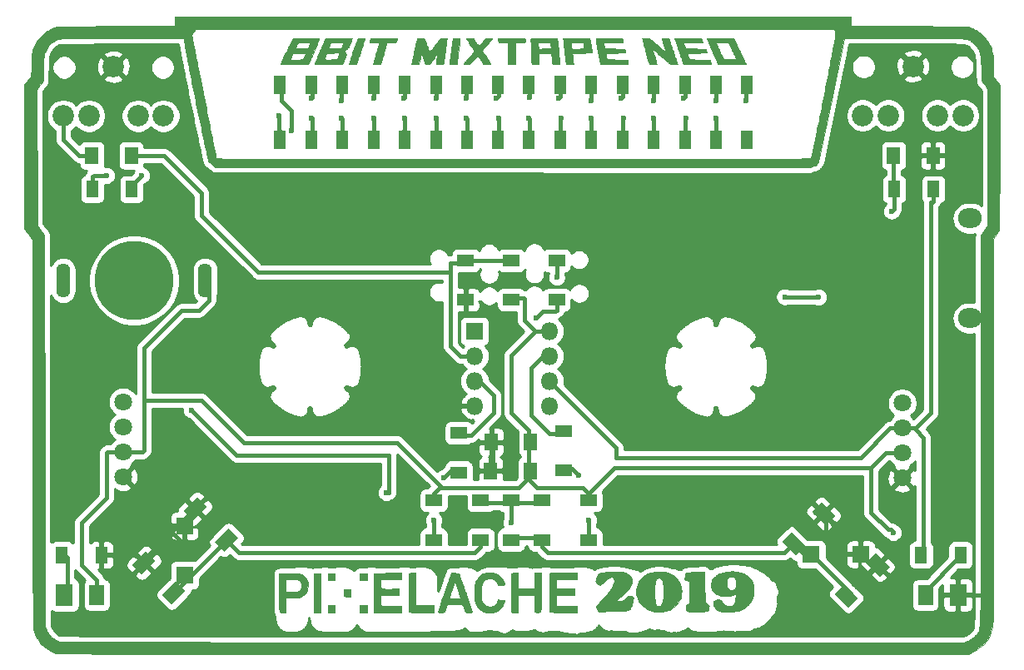
<source format=gbr>
G04 #@! TF.GenerationSoftware,KiCad,Pcbnew,5.1.2-f72e74a~84~ubuntu16.04.1*
G04 #@! TF.CreationDate,2019-05-11T12:56:59+08:00*
G04 #@! TF.ProjectId,MixtapeNEO-3000,4d697874-6170-4654-9e45-4f2d33303030,rev?*
G04 #@! TF.SameCoordinates,Original*
G04 #@! TF.FileFunction,Copper,L1,Top*
G04 #@! TF.FilePolarity,Positive*
%FSLAX46Y46*%
G04 Gerber Fmt 4.6, Leading zero omitted, Abs format (unit mm)*
G04 Created by KiCad (PCBNEW 5.1.2-f72e74a~84~ubuntu16.04.1) date 2019-05-11 12:56:59*
%MOMM*%
%LPD*%
G04 APERTURE LIST*
%ADD10C,0.010000*%
%ADD11O,2.400000X2.000000*%
%ADD12R,1.700000X1.800000*%
%ADD13R,1.800000X1.800000*%
%ADD14C,1.400000*%
%ADD15C,0.100000*%
%ADD16R,1.800000X1.700000*%
%ADD17O,1.800000X1.800000*%
%ADD18C,8.000000*%
%ADD19O,1.400000X3.500000*%
%ADD20R,1.400000X1.800000*%
%ADD21R,1.300000X1.700000*%
%ADD22R,1.700000X1.300000*%
%ADD23R,1.500000X2.100000*%
%ADD24R,1.800000X2.300000*%
%ADD25R,1.200000X1.900000*%
%ADD26C,1.800000*%
%ADD27C,2.181860*%
%ADD28C,0.600000*%
%ADD29C,0.400000*%
%ADD30C,0.254000*%
G04 APERTURE END LIST*
D10*
G36*
X172638920Y-70214493D02*
G01*
X172782946Y-70507767D01*
X172915859Y-70778677D01*
X173037847Y-71027606D01*
X173149094Y-71254940D01*
X173249787Y-71461061D01*
X173340112Y-71646355D01*
X173420256Y-71811205D01*
X173490405Y-71955996D01*
X173550745Y-72081112D01*
X173601462Y-72186937D01*
X173642743Y-72273855D01*
X173674773Y-72342250D01*
X173697739Y-72392507D01*
X173711828Y-72425009D01*
X173716637Y-72437825D01*
X173725311Y-72466400D01*
X172362380Y-72464497D01*
X172177730Y-72464196D01*
X171999748Y-72463822D01*
X171830137Y-72463383D01*
X171670600Y-72462886D01*
X171522841Y-72462342D01*
X171388562Y-72461756D01*
X171269466Y-72461137D01*
X171167257Y-72460494D01*
X171083637Y-72459835D01*
X171020310Y-72459167D01*
X170978978Y-72458499D01*
X170961350Y-72457839D01*
X170917097Y-72451256D01*
X170886776Y-72441522D01*
X170864244Y-72423722D01*
X170843356Y-72392940D01*
X170817971Y-72344262D01*
X170817008Y-72342338D01*
X170798813Y-72304157D01*
X170772679Y-72246794D01*
X170740481Y-72174497D01*
X170704095Y-72091509D01*
X170665396Y-72002078D01*
X170627747Y-71913950D01*
X170569353Y-71776322D01*
X170507996Y-71631667D01*
X170444524Y-71481987D01*
X170379785Y-71329284D01*
X170314627Y-71175562D01*
X170249899Y-71022823D01*
X170186448Y-70873069D01*
X170125124Y-70728304D01*
X170066774Y-70590530D01*
X170012247Y-70461749D01*
X169962390Y-70343964D01*
X169952563Y-70320738D01*
X170703066Y-70320738D01*
X170703506Y-70334517D01*
X170705425Y-70345404D01*
X170713928Y-70372956D01*
X170732089Y-70420967D01*
X170758778Y-70486904D01*
X170792864Y-70568233D01*
X170833215Y-70662420D01*
X170878701Y-70766931D01*
X170928189Y-70879231D01*
X170980550Y-70996787D01*
X171034650Y-71117065D01*
X171089360Y-71237530D01*
X171143548Y-71355649D01*
X171196083Y-71468887D01*
X171245833Y-71574710D01*
X171291667Y-71670585D01*
X171332454Y-71753976D01*
X171348959Y-71786950D01*
X171458000Y-72002850D01*
X171539875Y-72011090D01*
X171571819Y-72012905D01*
X171624431Y-72014241D01*
X171694383Y-72015128D01*
X171778350Y-72015593D01*
X171873002Y-72015665D01*
X171975014Y-72015373D01*
X172081058Y-72014744D01*
X172187807Y-72013808D01*
X172291934Y-72012592D01*
X172390111Y-72011126D01*
X172479011Y-72009438D01*
X172555308Y-72007555D01*
X172615673Y-72005508D01*
X172656780Y-72003323D01*
X172674053Y-72001390D01*
X172698199Y-71993113D01*
X172706047Y-71977871D01*
X172703334Y-71949734D01*
X172698364Y-71928504D01*
X172688683Y-71898613D01*
X172673680Y-71858692D01*
X172652748Y-71807371D01*
X172625276Y-71743280D01*
X172590657Y-71665050D01*
X172548281Y-71571312D01*
X172497539Y-71460696D01*
X172437822Y-71331831D01*
X172368522Y-71183349D01*
X172289029Y-71013880D01*
X172255942Y-70943524D01*
X171947645Y-70288350D01*
X171892647Y-70278074D01*
X171868326Y-70275984D01*
X171821582Y-70274261D01*
X171755387Y-70272933D01*
X171672716Y-70272026D01*
X171576544Y-70271569D01*
X171469843Y-70271589D01*
X171355588Y-70272114D01*
X171297900Y-70272562D01*
X171158307Y-70273869D01*
X171042042Y-70275276D01*
X170947032Y-70277039D01*
X170871206Y-70279413D01*
X170812491Y-70282651D01*
X170768815Y-70287010D01*
X170738107Y-70292743D01*
X170718294Y-70300106D01*
X170707304Y-70309352D01*
X170703066Y-70320738D01*
X169952563Y-70320738D01*
X169918053Y-70239179D01*
X169880082Y-70149395D01*
X169849328Y-70076616D01*
X169826637Y-70022843D01*
X169812858Y-69990081D01*
X169811350Y-69986474D01*
X169793599Y-69940455D01*
X169782043Y-69903479D01*
X169778459Y-69881552D01*
X169779436Y-69878524D01*
X169793141Y-69877224D01*
X169830574Y-69875904D01*
X169890063Y-69874580D01*
X169969938Y-69873268D01*
X170068526Y-69871985D01*
X170184156Y-69870748D01*
X170315156Y-69869572D01*
X170459855Y-69868475D01*
X170616580Y-69867472D01*
X170783660Y-69866581D01*
X170959424Y-69865818D01*
X171127034Y-69865243D01*
X172465363Y-69861237D01*
X172638920Y-70214493D01*
X172638920Y-70214493D01*
G37*
X172638920Y-70214493D02*
X172782946Y-70507767D01*
X172915859Y-70778677D01*
X173037847Y-71027606D01*
X173149094Y-71254940D01*
X173249787Y-71461061D01*
X173340112Y-71646355D01*
X173420256Y-71811205D01*
X173490405Y-71955996D01*
X173550745Y-72081112D01*
X173601462Y-72186937D01*
X173642743Y-72273855D01*
X173674773Y-72342250D01*
X173697739Y-72392507D01*
X173711828Y-72425009D01*
X173716637Y-72437825D01*
X173725311Y-72466400D01*
X172362380Y-72464497D01*
X172177730Y-72464196D01*
X171999748Y-72463822D01*
X171830137Y-72463383D01*
X171670600Y-72462886D01*
X171522841Y-72462342D01*
X171388562Y-72461756D01*
X171269466Y-72461137D01*
X171167257Y-72460494D01*
X171083637Y-72459835D01*
X171020310Y-72459167D01*
X170978978Y-72458499D01*
X170961350Y-72457839D01*
X170917097Y-72451256D01*
X170886776Y-72441522D01*
X170864244Y-72423722D01*
X170843356Y-72392940D01*
X170817971Y-72344262D01*
X170817008Y-72342338D01*
X170798813Y-72304157D01*
X170772679Y-72246794D01*
X170740481Y-72174497D01*
X170704095Y-72091509D01*
X170665396Y-72002078D01*
X170627747Y-71913950D01*
X170569353Y-71776322D01*
X170507996Y-71631667D01*
X170444524Y-71481987D01*
X170379785Y-71329284D01*
X170314627Y-71175562D01*
X170249899Y-71022823D01*
X170186448Y-70873069D01*
X170125124Y-70728304D01*
X170066774Y-70590530D01*
X170012247Y-70461749D01*
X169962390Y-70343964D01*
X169952563Y-70320738D01*
X170703066Y-70320738D01*
X170703506Y-70334517D01*
X170705425Y-70345404D01*
X170713928Y-70372956D01*
X170732089Y-70420967D01*
X170758778Y-70486904D01*
X170792864Y-70568233D01*
X170833215Y-70662420D01*
X170878701Y-70766931D01*
X170928189Y-70879231D01*
X170980550Y-70996787D01*
X171034650Y-71117065D01*
X171089360Y-71237530D01*
X171143548Y-71355649D01*
X171196083Y-71468887D01*
X171245833Y-71574710D01*
X171291667Y-71670585D01*
X171332454Y-71753976D01*
X171348959Y-71786950D01*
X171458000Y-72002850D01*
X171539875Y-72011090D01*
X171571819Y-72012905D01*
X171624431Y-72014241D01*
X171694383Y-72015128D01*
X171778350Y-72015593D01*
X171873002Y-72015665D01*
X171975014Y-72015373D01*
X172081058Y-72014744D01*
X172187807Y-72013808D01*
X172291934Y-72012592D01*
X172390111Y-72011126D01*
X172479011Y-72009438D01*
X172555308Y-72007555D01*
X172615673Y-72005508D01*
X172656780Y-72003323D01*
X172674053Y-72001390D01*
X172698199Y-71993113D01*
X172706047Y-71977871D01*
X172703334Y-71949734D01*
X172698364Y-71928504D01*
X172688683Y-71898613D01*
X172673680Y-71858692D01*
X172652748Y-71807371D01*
X172625276Y-71743280D01*
X172590657Y-71665050D01*
X172548281Y-71571312D01*
X172497539Y-71460696D01*
X172437822Y-71331831D01*
X172368522Y-71183349D01*
X172289029Y-71013880D01*
X172255942Y-70943524D01*
X171947645Y-70288350D01*
X171892647Y-70278074D01*
X171868326Y-70275984D01*
X171821582Y-70274261D01*
X171755387Y-70272933D01*
X171672716Y-70272026D01*
X171576544Y-70271569D01*
X171469843Y-70271589D01*
X171355588Y-70272114D01*
X171297900Y-70272562D01*
X171158307Y-70273869D01*
X171042042Y-70275276D01*
X170947032Y-70277039D01*
X170871206Y-70279413D01*
X170812491Y-70282651D01*
X170768815Y-70287010D01*
X170738107Y-70292743D01*
X170718294Y-70300106D01*
X170707304Y-70309352D01*
X170703066Y-70320738D01*
X169952563Y-70320738D01*
X169918053Y-70239179D01*
X169880082Y-70149395D01*
X169849328Y-70076616D01*
X169826637Y-70022843D01*
X169812858Y-69990081D01*
X169811350Y-69986474D01*
X169793599Y-69940455D01*
X169782043Y-69903479D01*
X169778459Y-69881552D01*
X169779436Y-69878524D01*
X169793141Y-69877224D01*
X169830574Y-69875904D01*
X169890063Y-69874580D01*
X169969938Y-69873268D01*
X170068526Y-69871985D01*
X170184156Y-69870748D01*
X170315156Y-69869572D01*
X170459855Y-69868475D01*
X170616580Y-69867472D01*
X170783660Y-69866581D01*
X170959424Y-69865818D01*
X171127034Y-69865243D01*
X172465363Y-69861237D01*
X172638920Y-70214493D01*
G36*
X166768080Y-69841775D02*
G01*
X166829972Y-69843187D01*
X166914586Y-69844738D01*
X167019248Y-69846396D01*
X167141279Y-69848127D01*
X167278003Y-69849899D01*
X167426743Y-69851679D01*
X167584824Y-69853432D01*
X167749569Y-69855127D01*
X167918300Y-69856731D01*
X168088342Y-69858209D01*
X168123480Y-69858497D01*
X169171811Y-69866984D01*
X169238458Y-70033217D01*
X169262576Y-70094969D01*
X169282724Y-70149603D01*
X169297165Y-70192176D01*
X169304165Y-70217745D01*
X169304553Y-70221433D01*
X169293130Y-70241138D01*
X169275425Y-70249277D01*
X169257928Y-70250429D01*
X169217297Y-70251738D01*
X169155797Y-70253167D01*
X169075693Y-70254680D01*
X168979249Y-70256241D01*
X168868731Y-70257814D01*
X168746403Y-70259361D01*
X168614531Y-70260847D01*
X168475380Y-70262235D01*
X168459450Y-70262383D01*
X168262571Y-70264283D01*
X168089629Y-70266169D01*
X167939162Y-70268096D01*
X167809706Y-70270119D01*
X167699800Y-70272294D01*
X167607981Y-70274675D01*
X167532785Y-70277320D01*
X167472751Y-70280281D01*
X167426415Y-70283616D01*
X167392315Y-70287379D01*
X167368989Y-70291626D01*
X167354973Y-70296412D01*
X167348805Y-70301792D01*
X167348200Y-70304429D01*
X167352889Y-70323744D01*
X167365791Y-70362004D01*
X167385153Y-70414791D01*
X167409225Y-70477686D01*
X167436256Y-70546270D01*
X167464494Y-70616124D01*
X167492189Y-70682829D01*
X167517590Y-70741966D01*
X167538945Y-70789117D01*
X167546214Y-70804137D01*
X167568767Y-70847644D01*
X167586291Y-70873624D01*
X167604473Y-70887579D01*
X167629000Y-70895011D01*
X167642759Y-70897545D01*
X167664149Y-70899179D01*
X167708818Y-70900942D01*
X167774643Y-70902795D01*
X167859504Y-70904702D01*
X167961280Y-70906626D01*
X168077849Y-70908529D01*
X168207090Y-70910374D01*
X168346882Y-70912123D01*
X168495104Y-70913740D01*
X168646143Y-70915157D01*
X168838812Y-70916990D01*
X169011635Y-70918982D01*
X169163914Y-70921120D01*
X169294951Y-70923387D01*
X169404052Y-70925768D01*
X169490517Y-70928249D01*
X169553651Y-70930815D01*
X169592756Y-70933449D01*
X169607064Y-70936050D01*
X169616627Y-70952507D01*
X169633183Y-70987272D01*
X169654478Y-71034996D01*
X169678260Y-71090327D01*
X169702274Y-71147918D01*
X169724268Y-71202418D01*
X169741987Y-71248478D01*
X169753179Y-71280748D01*
X169755015Y-71287290D01*
X169763358Y-71321030D01*
X169670204Y-71328230D01*
X169641721Y-71329622D01*
X169590198Y-71331268D01*
X169517992Y-71333121D01*
X169427461Y-71335136D01*
X169320963Y-71337266D01*
X169200855Y-71339465D01*
X169069496Y-71341687D01*
X168929242Y-71343887D01*
X168782453Y-71346018D01*
X168707100Y-71347046D01*
X168528166Y-71349510D01*
X168372964Y-71351858D01*
X168239826Y-71354189D01*
X168127087Y-71356603D01*
X168033077Y-71359200D01*
X167956131Y-71362080D01*
X167894580Y-71365342D01*
X167846759Y-71369086D01*
X167810999Y-71373413D01*
X167785633Y-71378420D01*
X167768994Y-71384209D01*
X167759416Y-71390878D01*
X167755230Y-71398529D01*
X167754611Y-71404017D01*
X167758979Y-71420404D01*
X167771056Y-71456265D01*
X167789313Y-71507560D01*
X167812223Y-71570253D01*
X167838259Y-71640304D01*
X167865893Y-71713675D01*
X167893597Y-71786329D01*
X167919842Y-71854228D01*
X167943103Y-71913333D01*
X167961850Y-71959606D01*
X167974556Y-71989009D01*
X167979148Y-71997510D01*
X167993302Y-71999502D01*
X168030504Y-72001757D01*
X168088404Y-72004228D01*
X168164651Y-72006867D01*
X168256896Y-72009625D01*
X168362788Y-72012455D01*
X168479977Y-72015307D01*
X168606113Y-72018135D01*
X168738845Y-72020890D01*
X168875824Y-72023523D01*
X169014700Y-72025987D01*
X169153122Y-72028234D01*
X169288740Y-72030215D01*
X169419203Y-72031883D01*
X169542163Y-72033188D01*
X169655267Y-72034083D01*
X169756168Y-72034521D01*
X169787955Y-72034557D01*
X170075061Y-72034600D01*
X170132456Y-72190175D01*
X170163601Y-72275180D01*
X170186535Y-72339439D01*
X170202164Y-72385910D01*
X170211393Y-72417556D01*
X170215125Y-72437337D01*
X170214265Y-72448213D01*
X170212261Y-72451375D01*
X170198610Y-72452624D01*
X170161562Y-72453800D01*
X170103116Y-72454901D01*
X170025276Y-72455923D01*
X169930041Y-72456865D01*
X169819416Y-72457723D01*
X169695399Y-72458496D01*
X169559994Y-72459180D01*
X169415202Y-72459773D01*
X169263025Y-72460273D01*
X169105464Y-72460677D01*
X168944520Y-72460982D01*
X168782196Y-72461185D01*
X168620492Y-72461285D01*
X168461411Y-72461279D01*
X168306955Y-72461164D01*
X168159124Y-72460937D01*
X168019920Y-72460597D01*
X167891345Y-72460139D01*
X167775401Y-72459563D01*
X167674089Y-72458865D01*
X167589411Y-72458042D01*
X167523368Y-72457093D01*
X167477962Y-72456014D01*
X167456150Y-72454907D01*
X167379950Y-72447350D01*
X167338693Y-72343989D01*
X167328275Y-72316532D01*
X167310163Y-72267243D01*
X167285114Y-72198244D01*
X167253882Y-72111658D01*
X167217222Y-72009608D01*
X167175889Y-71894215D01*
X167130640Y-71767602D01*
X167082228Y-71631891D01*
X167031409Y-71489205D01*
X166978938Y-71341665D01*
X166925570Y-71191394D01*
X166872060Y-71040515D01*
X166819164Y-70891149D01*
X166767636Y-70745419D01*
X166718233Y-70605447D01*
X166671707Y-70473355D01*
X166628816Y-70351266D01*
X166590314Y-70241302D01*
X166578806Y-70208340D01*
X166550656Y-70126826D01*
X166524773Y-70050342D01*
X166502569Y-69983184D01*
X166485457Y-69929644D01*
X166474846Y-69894018D01*
X166472726Y-69885685D01*
X166461010Y-69833540D01*
X166768080Y-69841775D01*
X166768080Y-69841775D01*
G37*
X166768080Y-69841775D02*
X166829972Y-69843187D01*
X166914586Y-69844738D01*
X167019248Y-69846396D01*
X167141279Y-69848127D01*
X167278003Y-69849899D01*
X167426743Y-69851679D01*
X167584824Y-69853432D01*
X167749569Y-69855127D01*
X167918300Y-69856731D01*
X168088342Y-69858209D01*
X168123480Y-69858497D01*
X169171811Y-69866984D01*
X169238458Y-70033217D01*
X169262576Y-70094969D01*
X169282724Y-70149603D01*
X169297165Y-70192176D01*
X169304165Y-70217745D01*
X169304553Y-70221433D01*
X169293130Y-70241138D01*
X169275425Y-70249277D01*
X169257928Y-70250429D01*
X169217297Y-70251738D01*
X169155797Y-70253167D01*
X169075693Y-70254680D01*
X168979249Y-70256241D01*
X168868731Y-70257814D01*
X168746403Y-70259361D01*
X168614531Y-70260847D01*
X168475380Y-70262235D01*
X168459450Y-70262383D01*
X168262571Y-70264283D01*
X168089629Y-70266169D01*
X167939162Y-70268096D01*
X167809706Y-70270119D01*
X167699800Y-70272294D01*
X167607981Y-70274675D01*
X167532785Y-70277320D01*
X167472751Y-70280281D01*
X167426415Y-70283616D01*
X167392315Y-70287379D01*
X167368989Y-70291626D01*
X167354973Y-70296412D01*
X167348805Y-70301792D01*
X167348200Y-70304429D01*
X167352889Y-70323744D01*
X167365791Y-70362004D01*
X167385153Y-70414791D01*
X167409225Y-70477686D01*
X167436256Y-70546270D01*
X167464494Y-70616124D01*
X167492189Y-70682829D01*
X167517590Y-70741966D01*
X167538945Y-70789117D01*
X167546214Y-70804137D01*
X167568767Y-70847644D01*
X167586291Y-70873624D01*
X167604473Y-70887579D01*
X167629000Y-70895011D01*
X167642759Y-70897545D01*
X167664149Y-70899179D01*
X167708818Y-70900942D01*
X167774643Y-70902795D01*
X167859504Y-70904702D01*
X167961280Y-70906626D01*
X168077849Y-70908529D01*
X168207090Y-70910374D01*
X168346882Y-70912123D01*
X168495104Y-70913740D01*
X168646143Y-70915157D01*
X168838812Y-70916990D01*
X169011635Y-70918982D01*
X169163914Y-70921120D01*
X169294951Y-70923387D01*
X169404052Y-70925768D01*
X169490517Y-70928249D01*
X169553651Y-70930815D01*
X169592756Y-70933449D01*
X169607064Y-70936050D01*
X169616627Y-70952507D01*
X169633183Y-70987272D01*
X169654478Y-71034996D01*
X169678260Y-71090327D01*
X169702274Y-71147918D01*
X169724268Y-71202418D01*
X169741987Y-71248478D01*
X169753179Y-71280748D01*
X169755015Y-71287290D01*
X169763358Y-71321030D01*
X169670204Y-71328230D01*
X169641721Y-71329622D01*
X169590198Y-71331268D01*
X169517992Y-71333121D01*
X169427461Y-71335136D01*
X169320963Y-71337266D01*
X169200855Y-71339465D01*
X169069496Y-71341687D01*
X168929242Y-71343887D01*
X168782453Y-71346018D01*
X168707100Y-71347046D01*
X168528166Y-71349510D01*
X168372964Y-71351858D01*
X168239826Y-71354189D01*
X168127087Y-71356603D01*
X168033077Y-71359200D01*
X167956131Y-71362080D01*
X167894580Y-71365342D01*
X167846759Y-71369086D01*
X167810999Y-71373413D01*
X167785633Y-71378420D01*
X167768994Y-71384209D01*
X167759416Y-71390878D01*
X167755230Y-71398529D01*
X167754611Y-71404017D01*
X167758979Y-71420404D01*
X167771056Y-71456265D01*
X167789313Y-71507560D01*
X167812223Y-71570253D01*
X167838259Y-71640304D01*
X167865893Y-71713675D01*
X167893597Y-71786329D01*
X167919842Y-71854228D01*
X167943103Y-71913333D01*
X167961850Y-71959606D01*
X167974556Y-71989009D01*
X167979148Y-71997510D01*
X167993302Y-71999502D01*
X168030504Y-72001757D01*
X168088404Y-72004228D01*
X168164651Y-72006867D01*
X168256896Y-72009625D01*
X168362788Y-72012455D01*
X168479977Y-72015307D01*
X168606113Y-72018135D01*
X168738845Y-72020890D01*
X168875824Y-72023523D01*
X169014700Y-72025987D01*
X169153122Y-72028234D01*
X169288740Y-72030215D01*
X169419203Y-72031883D01*
X169542163Y-72033188D01*
X169655267Y-72034083D01*
X169756168Y-72034521D01*
X169787955Y-72034557D01*
X170075061Y-72034600D01*
X170132456Y-72190175D01*
X170163601Y-72275180D01*
X170186535Y-72339439D01*
X170202164Y-72385910D01*
X170211393Y-72417556D01*
X170215125Y-72437337D01*
X170214265Y-72448213D01*
X170212261Y-72451375D01*
X170198610Y-72452624D01*
X170161562Y-72453800D01*
X170103116Y-72454901D01*
X170025276Y-72455923D01*
X169930041Y-72456865D01*
X169819416Y-72457723D01*
X169695399Y-72458496D01*
X169559994Y-72459180D01*
X169415202Y-72459773D01*
X169263025Y-72460273D01*
X169105464Y-72460677D01*
X168944520Y-72460982D01*
X168782196Y-72461185D01*
X168620492Y-72461285D01*
X168461411Y-72461279D01*
X168306955Y-72461164D01*
X168159124Y-72460937D01*
X168019920Y-72460597D01*
X167891345Y-72460139D01*
X167775401Y-72459563D01*
X167674089Y-72458865D01*
X167589411Y-72458042D01*
X167523368Y-72457093D01*
X167477962Y-72456014D01*
X167456150Y-72454907D01*
X167379950Y-72447350D01*
X167338693Y-72343989D01*
X167328275Y-72316532D01*
X167310163Y-72267243D01*
X167285114Y-72198244D01*
X167253882Y-72111658D01*
X167217222Y-72009608D01*
X167175889Y-71894215D01*
X167130640Y-71767602D01*
X167082228Y-71631891D01*
X167031409Y-71489205D01*
X166978938Y-71341665D01*
X166925570Y-71191394D01*
X166872060Y-71040515D01*
X166819164Y-70891149D01*
X166767636Y-70745419D01*
X166718233Y-70605447D01*
X166671707Y-70473355D01*
X166628816Y-70351266D01*
X166590314Y-70241302D01*
X166578806Y-70208340D01*
X166550656Y-70126826D01*
X166524773Y-70050342D01*
X166502569Y-69983184D01*
X166485457Y-69929644D01*
X166474846Y-69894018D01*
X166472726Y-69885685D01*
X166461010Y-69833540D01*
X166768080Y-69841775D01*
G36*
X165585383Y-69856192D02*
G01*
X165659706Y-69857242D01*
X165725081Y-69859218D01*
X165777216Y-69862156D01*
X165811819Y-69866089D01*
X165814760Y-69866666D01*
X165836267Y-69873394D01*
X165855371Y-69885565D01*
X165873472Y-69905900D01*
X165891967Y-69937119D01*
X165912257Y-69981944D01*
X165935740Y-70043095D01*
X165963814Y-70123294D01*
X165995648Y-70218500D01*
X166011698Y-70266694D01*
X166035135Y-70336493D01*
X166065136Y-70425466D01*
X166100876Y-70531181D01*
X166141532Y-70651207D01*
X166186278Y-70783114D01*
X166234291Y-70924470D01*
X166284747Y-71072844D01*
X166336822Y-71225805D01*
X166389691Y-71380921D01*
X166390992Y-71384736D01*
X166442191Y-71535061D01*
X166491333Y-71679744D01*
X166537750Y-71816788D01*
X166580772Y-71944200D01*
X166619729Y-72059982D01*
X166653952Y-72162141D01*
X166682769Y-72248679D01*
X166705513Y-72317602D01*
X166721513Y-72366914D01*
X166730099Y-72394620D01*
X166730912Y-72397561D01*
X166748888Y-72466400D01*
X166003445Y-72466400D01*
X165916997Y-72393477D01*
X165884078Y-72365480D01*
X165833321Y-72321998D01*
X165766072Y-72264191D01*
X165683676Y-72193223D01*
X165587478Y-72110254D01*
X165478824Y-72016446D01*
X165359061Y-71912962D01*
X165229532Y-71800963D01*
X165091585Y-71681612D01*
X164946564Y-71556069D01*
X164795815Y-71425497D01*
X164758597Y-71393250D01*
X164649467Y-71298841D01*
X164557823Y-71219942D01*
X164482092Y-71155273D01*
X164420703Y-71103552D01*
X164372084Y-71063497D01*
X164334661Y-71033829D01*
X164306862Y-71013266D01*
X164287117Y-71000527D01*
X164273851Y-70994330D01*
X164267608Y-70993200D01*
X164257266Y-70997334D01*
X164251799Y-71011048D01*
X164251591Y-71036308D01*
X164257028Y-71075083D01*
X164268494Y-71129339D01*
X164286374Y-71201042D01*
X164311052Y-71292161D01*
X164342913Y-71404661D01*
X164358904Y-71460053D01*
X164415974Y-71657508D01*
X164466370Y-71833154D01*
X164509994Y-71986642D01*
X164546749Y-72117619D01*
X164576536Y-72225737D01*
X164599259Y-72310642D01*
X164614820Y-72371986D01*
X164623122Y-72409418D01*
X164623649Y-72412425D01*
X164632632Y-72466400D01*
X164270013Y-72466400D01*
X164164023Y-72466294D01*
X164080626Y-72465865D01*
X164017014Y-72464946D01*
X163970379Y-72463372D01*
X163937914Y-72460975D01*
X163916812Y-72457588D01*
X163904266Y-72453045D01*
X163897467Y-72447180D01*
X163895594Y-72444175D01*
X163884907Y-72418194D01*
X163868227Y-72369150D01*
X163845482Y-72296811D01*
X163816605Y-72200945D01*
X163781526Y-72081320D01*
X163740175Y-71937703D01*
X163692482Y-71769863D01*
X163666859Y-71679000D01*
X163610030Y-71476972D01*
X163554823Y-71280596D01*
X163501703Y-71091528D01*
X163451133Y-70911422D01*
X163403577Y-70741935D01*
X163359500Y-70584723D01*
X163319365Y-70441441D01*
X163283637Y-70313746D01*
X163252779Y-70203293D01*
X163227255Y-70111738D01*
X163207529Y-70040737D01*
X163194065Y-69991945D01*
X163190905Y-69980375D01*
X163158977Y-69862900D01*
X163891400Y-69862900D01*
X164410125Y-70297298D01*
X164582993Y-70442013D01*
X164737473Y-70571203D01*
X164874606Y-70685705D01*
X164995431Y-70786354D01*
X165100989Y-70873987D01*
X165192322Y-70949439D01*
X165270469Y-71013548D01*
X165336472Y-71067147D01*
X165391371Y-71111075D01*
X165436206Y-71146166D01*
X165472019Y-71173258D01*
X165499850Y-71193185D01*
X165520739Y-71206785D01*
X165535727Y-71214893D01*
X165545854Y-71218344D01*
X165552163Y-71217977D01*
X165554281Y-71216551D01*
X165556579Y-71207044D01*
X165554561Y-71186221D01*
X165547826Y-71152662D01*
X165535970Y-71104950D01*
X165518593Y-71041665D01*
X165495290Y-70961389D01*
X165465661Y-70862703D01*
X165429302Y-70744190D01*
X165385811Y-70604429D01*
X165334787Y-70442004D01*
X165333213Y-70437010D01*
X165290503Y-70300964D01*
X165255260Y-70187290D01*
X165226995Y-70094239D01*
X165205217Y-70020061D01*
X165189438Y-69963007D01*
X165179168Y-69921325D01*
X165173918Y-69893268D01*
X165173198Y-69877085D01*
X165175154Y-69871860D01*
X165191922Y-69867400D01*
X165229790Y-69863622D01*
X165284464Y-69860562D01*
X165351653Y-69858254D01*
X165427065Y-69856733D01*
X165506405Y-69856034D01*
X165585383Y-69856192D01*
X165585383Y-69856192D01*
G37*
X165585383Y-69856192D02*
X165659706Y-69857242D01*
X165725081Y-69859218D01*
X165777216Y-69862156D01*
X165811819Y-69866089D01*
X165814760Y-69866666D01*
X165836267Y-69873394D01*
X165855371Y-69885565D01*
X165873472Y-69905900D01*
X165891967Y-69937119D01*
X165912257Y-69981944D01*
X165935740Y-70043095D01*
X165963814Y-70123294D01*
X165995648Y-70218500D01*
X166011698Y-70266694D01*
X166035135Y-70336493D01*
X166065136Y-70425466D01*
X166100876Y-70531181D01*
X166141532Y-70651207D01*
X166186278Y-70783114D01*
X166234291Y-70924470D01*
X166284747Y-71072844D01*
X166336822Y-71225805D01*
X166389691Y-71380921D01*
X166390992Y-71384736D01*
X166442191Y-71535061D01*
X166491333Y-71679744D01*
X166537750Y-71816788D01*
X166580772Y-71944200D01*
X166619729Y-72059982D01*
X166653952Y-72162141D01*
X166682769Y-72248679D01*
X166705513Y-72317602D01*
X166721513Y-72366914D01*
X166730099Y-72394620D01*
X166730912Y-72397561D01*
X166748888Y-72466400D01*
X166003445Y-72466400D01*
X165916997Y-72393477D01*
X165884078Y-72365480D01*
X165833321Y-72321998D01*
X165766072Y-72264191D01*
X165683676Y-72193223D01*
X165587478Y-72110254D01*
X165478824Y-72016446D01*
X165359061Y-71912962D01*
X165229532Y-71800963D01*
X165091585Y-71681612D01*
X164946564Y-71556069D01*
X164795815Y-71425497D01*
X164758597Y-71393250D01*
X164649467Y-71298841D01*
X164557823Y-71219942D01*
X164482092Y-71155273D01*
X164420703Y-71103552D01*
X164372084Y-71063497D01*
X164334661Y-71033829D01*
X164306862Y-71013266D01*
X164287117Y-71000527D01*
X164273851Y-70994330D01*
X164267608Y-70993200D01*
X164257266Y-70997334D01*
X164251799Y-71011048D01*
X164251591Y-71036308D01*
X164257028Y-71075083D01*
X164268494Y-71129339D01*
X164286374Y-71201042D01*
X164311052Y-71292161D01*
X164342913Y-71404661D01*
X164358904Y-71460053D01*
X164415974Y-71657508D01*
X164466370Y-71833154D01*
X164509994Y-71986642D01*
X164546749Y-72117619D01*
X164576536Y-72225737D01*
X164599259Y-72310642D01*
X164614820Y-72371986D01*
X164623122Y-72409418D01*
X164623649Y-72412425D01*
X164632632Y-72466400D01*
X164270013Y-72466400D01*
X164164023Y-72466294D01*
X164080626Y-72465865D01*
X164017014Y-72464946D01*
X163970379Y-72463372D01*
X163937914Y-72460975D01*
X163916812Y-72457588D01*
X163904266Y-72453045D01*
X163897467Y-72447180D01*
X163895594Y-72444175D01*
X163884907Y-72418194D01*
X163868227Y-72369150D01*
X163845482Y-72296811D01*
X163816605Y-72200945D01*
X163781526Y-72081320D01*
X163740175Y-71937703D01*
X163692482Y-71769863D01*
X163666859Y-71679000D01*
X163610030Y-71476972D01*
X163554823Y-71280596D01*
X163501703Y-71091528D01*
X163451133Y-70911422D01*
X163403577Y-70741935D01*
X163359500Y-70584723D01*
X163319365Y-70441441D01*
X163283637Y-70313746D01*
X163252779Y-70203293D01*
X163227255Y-70111738D01*
X163207529Y-70040737D01*
X163194065Y-69991945D01*
X163190905Y-69980375D01*
X163158977Y-69862900D01*
X163891400Y-69862900D01*
X164410125Y-70297298D01*
X164582993Y-70442013D01*
X164737473Y-70571203D01*
X164874606Y-70685705D01*
X164995431Y-70786354D01*
X165100989Y-70873987D01*
X165192322Y-70949439D01*
X165270469Y-71013548D01*
X165336472Y-71067147D01*
X165391371Y-71111075D01*
X165436206Y-71146166D01*
X165472019Y-71173258D01*
X165499850Y-71193185D01*
X165520739Y-71206785D01*
X165535727Y-71214893D01*
X165545854Y-71218344D01*
X165552163Y-71217977D01*
X165554281Y-71216551D01*
X165556579Y-71207044D01*
X165554561Y-71186221D01*
X165547826Y-71152662D01*
X165535970Y-71104950D01*
X165518593Y-71041665D01*
X165495290Y-70961389D01*
X165465661Y-70862703D01*
X165429302Y-70744190D01*
X165385811Y-70604429D01*
X165334787Y-70442004D01*
X165333213Y-70437010D01*
X165290503Y-70300964D01*
X165255260Y-70187290D01*
X165226995Y-70094239D01*
X165205217Y-70020061D01*
X165189438Y-69963007D01*
X165179168Y-69921325D01*
X165173918Y-69893268D01*
X165173198Y-69877085D01*
X165175154Y-69871860D01*
X165191922Y-69867400D01*
X165229790Y-69863622D01*
X165284464Y-69860562D01*
X165351653Y-69858254D01*
X165427065Y-69856733D01*
X165506405Y-69856034D01*
X165585383Y-69856192D01*
G36*
X159728863Y-69850460D02*
G01*
X159882715Y-69850898D01*
X160036538Y-69851614D01*
X160188167Y-69852592D01*
X160335440Y-69853815D01*
X160476195Y-69855270D01*
X160608267Y-69856941D01*
X160729493Y-69858812D01*
X160837712Y-69860868D01*
X160930759Y-69863093D01*
X161006473Y-69865472D01*
X161062688Y-69867990D01*
X161097244Y-69870632D01*
X161107543Y-69872626D01*
X161127806Y-69892404D01*
X161149982Y-69926729D01*
X161161168Y-69949658D01*
X161173921Y-69985761D01*
X161187213Y-70033862D01*
X161199841Y-70087913D01*
X161210602Y-70141862D01*
X161218291Y-70189658D01*
X161221706Y-70225251D01*
X161219642Y-70242591D01*
X161219474Y-70242774D01*
X161215276Y-70244453D01*
X161205205Y-70246010D01*
X161187812Y-70247476D01*
X161161647Y-70248878D01*
X161125261Y-70250244D01*
X161077204Y-70251605D01*
X161016026Y-70252987D01*
X160940278Y-70254421D01*
X160848511Y-70255934D01*
X160739275Y-70257555D01*
X160611120Y-70259313D01*
X160462597Y-70261236D01*
X160292257Y-70263354D01*
X160098649Y-70265694D01*
X159999119Y-70266879D01*
X159864451Y-70268621D01*
X159737408Y-70270541D01*
X159620255Y-70272586D01*
X159515255Y-70274703D01*
X159424674Y-70276840D01*
X159350774Y-70278944D01*
X159295819Y-70280963D01*
X159262075Y-70282842D01*
X159251760Y-70284292D01*
X159251807Y-70298627D01*
X159256533Y-70334307D01*
X159265338Y-70387833D01*
X159277622Y-70455705D01*
X159292785Y-70534422D01*
X159305065Y-70595442D01*
X159367000Y-70897950D01*
X159938125Y-70907335D01*
X160078761Y-70909662D01*
X160230577Y-70912201D01*
X160387561Y-70914851D01*
X160543701Y-70917509D01*
X160692982Y-70920072D01*
X160829393Y-70922438D01*
X160946920Y-70924505D01*
X160955658Y-70924661D01*
X161402066Y-70932600D01*
X161421861Y-71004175D01*
X161432113Y-71048676D01*
X161443008Y-71107782D01*
X161453288Y-71173060D01*
X161461690Y-71236079D01*
X161466955Y-71288404D01*
X161468100Y-71313541D01*
X161466712Y-71319946D01*
X161460785Y-71325024D01*
X161447674Y-71328939D01*
X161424735Y-71331850D01*
X161389321Y-71333919D01*
X161338787Y-71335308D01*
X161270490Y-71336177D01*
X161181783Y-71336689D01*
X161083925Y-71336974D01*
X160922022Y-71337578D01*
X160759380Y-71338630D01*
X160598017Y-71340088D01*
X160439955Y-71341909D01*
X160287213Y-71344051D01*
X160141812Y-71346471D01*
X160005772Y-71349127D01*
X159881113Y-71351976D01*
X159769857Y-71354976D01*
X159674022Y-71358085D01*
X159595630Y-71361259D01*
X159536701Y-71364457D01*
X159499255Y-71367637D01*
X159485453Y-71370566D01*
X159480045Y-71386460D01*
X159479975Y-71419880D01*
X159485359Y-71473543D01*
X159491995Y-71521624D01*
X159501189Y-71577460D01*
X159513553Y-71643400D01*
X159528045Y-71714810D01*
X159543620Y-71787060D01*
X159559235Y-71855517D01*
X159573847Y-71915549D01*
X159586413Y-71962525D01*
X159595887Y-71991813D01*
X159599501Y-71998813D01*
X159613180Y-72000367D01*
X159650293Y-72002183D01*
X159708873Y-72004218D01*
X159786955Y-72006425D01*
X159882574Y-72008761D01*
X159993765Y-72011180D01*
X160118562Y-72013638D01*
X160255000Y-72016089D01*
X160401114Y-72018490D01*
X160554939Y-72020795D01*
X160579100Y-72021137D01*
X160735348Y-72023416D01*
X160885235Y-72025761D01*
X161026668Y-72028130D01*
X161157556Y-72030479D01*
X161275806Y-72032768D01*
X161379326Y-72034952D01*
X161466023Y-72036991D01*
X161533807Y-72038841D01*
X161580584Y-72040461D01*
X161604262Y-72041807D01*
X161605272Y-72041924D01*
X161642635Y-72049913D01*
X161663273Y-72064705D01*
X161672841Y-72083100D01*
X161687767Y-72128421D01*
X161703893Y-72187056D01*
X161719564Y-72251693D01*
X161733126Y-72315021D01*
X161742921Y-72369727D01*
X161747297Y-72408500D01*
X161747384Y-72412425D01*
X161747500Y-72466400D01*
X160404475Y-72464050D01*
X160220514Y-72463686D01*
X160042768Y-72463252D01*
X159872999Y-72462758D01*
X159712969Y-72462210D01*
X159564443Y-72461620D01*
X159429182Y-72460994D01*
X159308950Y-72460342D01*
X159205509Y-72459673D01*
X159120623Y-72458995D01*
X159056054Y-72458318D01*
X159013564Y-72457649D01*
X158995808Y-72457072D01*
X158955922Y-72451649D01*
X158926377Y-72442898D01*
X158917680Y-72437197D01*
X158910500Y-72422771D01*
X158901248Y-72394010D01*
X158889733Y-72349944D01*
X158875760Y-72289607D01*
X158859139Y-72212029D01*
X158839676Y-72116243D01*
X158817178Y-72001282D01*
X158791455Y-71866177D01*
X158762312Y-71709961D01*
X158729558Y-71531665D01*
X158693000Y-71330322D01*
X158652445Y-71104964D01*
X158649485Y-71088450D01*
X158613319Y-70886131D01*
X158581583Y-70707430D01*
X158554052Y-70550991D01*
X158530503Y-70415461D01*
X158510712Y-70299486D01*
X158494456Y-70201712D01*
X158481510Y-70120786D01*
X158471652Y-70055354D01*
X158464657Y-70004062D01*
X158460301Y-69965556D01*
X158458361Y-69938483D01*
X158458211Y-69931029D01*
X158458200Y-69865808D01*
X158832749Y-69856445D01*
X158926247Y-69854512D01*
X159034856Y-69852965D01*
X159156413Y-69851786D01*
X159288755Y-69850962D01*
X159429720Y-69850476D01*
X159577143Y-69850314D01*
X159728863Y-69850460D01*
X159728863Y-69850460D01*
G37*
X159728863Y-69850460D02*
X159882715Y-69850898D01*
X160036538Y-69851614D01*
X160188167Y-69852592D01*
X160335440Y-69853815D01*
X160476195Y-69855270D01*
X160608267Y-69856941D01*
X160729493Y-69858812D01*
X160837712Y-69860868D01*
X160930759Y-69863093D01*
X161006473Y-69865472D01*
X161062688Y-69867990D01*
X161097244Y-69870632D01*
X161107543Y-69872626D01*
X161127806Y-69892404D01*
X161149982Y-69926729D01*
X161161168Y-69949658D01*
X161173921Y-69985761D01*
X161187213Y-70033862D01*
X161199841Y-70087913D01*
X161210602Y-70141862D01*
X161218291Y-70189658D01*
X161221706Y-70225251D01*
X161219642Y-70242591D01*
X161219474Y-70242774D01*
X161215276Y-70244453D01*
X161205205Y-70246010D01*
X161187812Y-70247476D01*
X161161647Y-70248878D01*
X161125261Y-70250244D01*
X161077204Y-70251605D01*
X161016026Y-70252987D01*
X160940278Y-70254421D01*
X160848511Y-70255934D01*
X160739275Y-70257555D01*
X160611120Y-70259313D01*
X160462597Y-70261236D01*
X160292257Y-70263354D01*
X160098649Y-70265694D01*
X159999119Y-70266879D01*
X159864451Y-70268621D01*
X159737408Y-70270541D01*
X159620255Y-70272586D01*
X159515255Y-70274703D01*
X159424674Y-70276840D01*
X159350774Y-70278944D01*
X159295819Y-70280963D01*
X159262075Y-70282842D01*
X159251760Y-70284292D01*
X159251807Y-70298627D01*
X159256533Y-70334307D01*
X159265338Y-70387833D01*
X159277622Y-70455705D01*
X159292785Y-70534422D01*
X159305065Y-70595442D01*
X159367000Y-70897950D01*
X159938125Y-70907335D01*
X160078761Y-70909662D01*
X160230577Y-70912201D01*
X160387561Y-70914851D01*
X160543701Y-70917509D01*
X160692982Y-70920072D01*
X160829393Y-70922438D01*
X160946920Y-70924505D01*
X160955658Y-70924661D01*
X161402066Y-70932600D01*
X161421861Y-71004175D01*
X161432113Y-71048676D01*
X161443008Y-71107782D01*
X161453288Y-71173060D01*
X161461690Y-71236079D01*
X161466955Y-71288404D01*
X161468100Y-71313541D01*
X161466712Y-71319946D01*
X161460785Y-71325024D01*
X161447674Y-71328939D01*
X161424735Y-71331850D01*
X161389321Y-71333919D01*
X161338787Y-71335308D01*
X161270490Y-71336177D01*
X161181783Y-71336689D01*
X161083925Y-71336974D01*
X160922022Y-71337578D01*
X160759380Y-71338630D01*
X160598017Y-71340088D01*
X160439955Y-71341909D01*
X160287213Y-71344051D01*
X160141812Y-71346471D01*
X160005772Y-71349127D01*
X159881113Y-71351976D01*
X159769857Y-71354976D01*
X159674022Y-71358085D01*
X159595630Y-71361259D01*
X159536701Y-71364457D01*
X159499255Y-71367637D01*
X159485453Y-71370566D01*
X159480045Y-71386460D01*
X159479975Y-71419880D01*
X159485359Y-71473543D01*
X159491995Y-71521624D01*
X159501189Y-71577460D01*
X159513553Y-71643400D01*
X159528045Y-71714810D01*
X159543620Y-71787060D01*
X159559235Y-71855517D01*
X159573847Y-71915549D01*
X159586413Y-71962525D01*
X159595887Y-71991813D01*
X159599501Y-71998813D01*
X159613180Y-72000367D01*
X159650293Y-72002183D01*
X159708873Y-72004218D01*
X159786955Y-72006425D01*
X159882574Y-72008761D01*
X159993765Y-72011180D01*
X160118562Y-72013638D01*
X160255000Y-72016089D01*
X160401114Y-72018490D01*
X160554939Y-72020795D01*
X160579100Y-72021137D01*
X160735348Y-72023416D01*
X160885235Y-72025761D01*
X161026668Y-72028130D01*
X161157556Y-72030479D01*
X161275806Y-72032768D01*
X161379326Y-72034952D01*
X161466023Y-72036991D01*
X161533807Y-72038841D01*
X161580584Y-72040461D01*
X161604262Y-72041807D01*
X161605272Y-72041924D01*
X161642635Y-72049913D01*
X161663273Y-72064705D01*
X161672841Y-72083100D01*
X161687767Y-72128421D01*
X161703893Y-72187056D01*
X161719564Y-72251693D01*
X161733126Y-72315021D01*
X161742921Y-72369727D01*
X161747297Y-72408500D01*
X161747384Y-72412425D01*
X161747500Y-72466400D01*
X160404475Y-72464050D01*
X160220514Y-72463686D01*
X160042768Y-72463252D01*
X159872999Y-72462758D01*
X159712969Y-72462210D01*
X159564443Y-72461620D01*
X159429182Y-72460994D01*
X159308950Y-72460342D01*
X159205509Y-72459673D01*
X159120623Y-72458995D01*
X159056054Y-72458318D01*
X159013564Y-72457649D01*
X158995808Y-72457072D01*
X158955922Y-72451649D01*
X158926377Y-72442898D01*
X158917680Y-72437197D01*
X158910500Y-72422771D01*
X158901248Y-72394010D01*
X158889733Y-72349944D01*
X158875760Y-72289607D01*
X158859139Y-72212029D01*
X158839676Y-72116243D01*
X158817178Y-72001282D01*
X158791455Y-71866177D01*
X158762312Y-71709961D01*
X158729558Y-71531665D01*
X158693000Y-71330322D01*
X158652445Y-71104964D01*
X158649485Y-71088450D01*
X158613319Y-70886131D01*
X158581583Y-70707430D01*
X158554052Y-70550991D01*
X158530503Y-70415461D01*
X158510712Y-70299486D01*
X158494456Y-70201712D01*
X158481510Y-70120786D01*
X158471652Y-70055354D01*
X158464657Y-70004062D01*
X158460301Y-69965556D01*
X158458361Y-69938483D01*
X158458211Y-69931029D01*
X158458200Y-69865808D01*
X158832749Y-69856445D01*
X158926247Y-69854512D01*
X159034856Y-69852965D01*
X159156413Y-69851786D01*
X159288755Y-69850962D01*
X159429720Y-69850476D01*
X159577143Y-69850314D01*
X159728863Y-69850460D01*
G36*
X156366350Y-69863164D02*
G01*
X156519409Y-69863340D01*
X156670523Y-69863666D01*
X156817591Y-69864144D01*
X156958508Y-69864774D01*
X157091171Y-69865557D01*
X157213478Y-69866495D01*
X157323324Y-69867588D01*
X157418606Y-69868838D01*
X157497222Y-69870245D01*
X157540003Y-69871290D01*
X157834657Y-69879621D01*
X157847160Y-69937935D01*
X157860153Y-70000849D01*
X157875931Y-70081021D01*
X157893920Y-70175210D01*
X157913544Y-70280176D01*
X157934228Y-70392680D01*
X157955396Y-70509482D01*
X157976473Y-70627340D01*
X157996882Y-70743016D01*
X158016050Y-70853269D01*
X158033400Y-70954859D01*
X158048357Y-71044545D01*
X158060345Y-71119089D01*
X158068789Y-71175249D01*
X158073113Y-71209786D01*
X158073172Y-71210444D01*
X158080576Y-71294338D01*
X158037613Y-71310012D01*
X158012883Y-71314578D01*
X157965209Y-71319149D01*
X157897047Y-71323647D01*
X157810855Y-71327996D01*
X157709087Y-71332117D01*
X157594200Y-71335935D01*
X157468650Y-71339372D01*
X157334894Y-71342350D01*
X157195387Y-71344793D01*
X157052586Y-71346624D01*
X156908947Y-71347765D01*
X156825103Y-71348083D01*
X156720551Y-71348647D01*
X156610457Y-71349831D01*
X156501703Y-71351520D01*
X156401173Y-71353599D01*
X156315750Y-71355952D01*
X156281145Y-71357185D01*
X156068534Y-71365570D01*
X156076774Y-71487360D01*
X156086713Y-71620454D01*
X156099410Y-71769205D01*
X156113968Y-71924136D01*
X156129490Y-72075769D01*
X156145077Y-72214626D01*
X156147685Y-72236407D01*
X156155646Y-72306343D01*
X156161631Y-72367224D01*
X156165286Y-72414696D01*
X156166259Y-72444403D01*
X156165144Y-72452307D01*
X156150930Y-72454428D01*
X156114595Y-72456589D01*
X156059422Y-72458689D01*
X155988689Y-72460624D01*
X155905678Y-72462294D01*
X155813668Y-72463595D01*
X155796326Y-72463783D01*
X155686829Y-72464692D01*
X155600339Y-72464847D01*
X155534471Y-72464164D01*
X155486840Y-72462561D01*
X155455063Y-72459956D01*
X155436754Y-72456266D01*
X155429529Y-72451408D01*
X155429398Y-72451083D01*
X155420832Y-72421423D01*
X155412032Y-72379081D01*
X155402631Y-72321574D01*
X155392261Y-72246420D01*
X155380555Y-72151136D01*
X155367145Y-72033241D01*
X155365871Y-72021691D01*
X155354404Y-71917926D01*
X155341061Y-71797719D01*
X155326822Y-71669867D01*
X155312666Y-71543167D01*
X155299574Y-71426414D01*
X155295843Y-71393250D01*
X155282685Y-71274890D01*
X155268831Y-71147563D01*
X155254542Y-71013886D01*
X155240082Y-70876481D01*
X155225711Y-70737966D01*
X155211693Y-70600960D01*
X155198289Y-70468083D01*
X155185761Y-70341953D01*
X155178675Y-70269300D01*
X155904349Y-70269300D01*
X155911057Y-70310575D01*
X155915301Y-70341085D01*
X155921163Y-70388955D01*
X155927695Y-70446273D01*
X155931218Y-70478850D01*
X155943613Y-70581314D01*
X155958101Y-70676811D01*
X155973797Y-70760544D01*
X155989819Y-70827714D01*
X156002808Y-70867641D01*
X156022557Y-70917000D01*
X156649828Y-70917000D01*
X156773341Y-70916813D01*
X156888781Y-70916277D01*
X156993730Y-70915429D01*
X157085771Y-70914306D01*
X157162485Y-70912944D01*
X157221454Y-70911380D01*
X157260262Y-70909651D01*
X157276489Y-70907793D01*
X157276828Y-70907475D01*
X157274492Y-70881941D01*
X157268790Y-70837774D01*
X157260414Y-70779250D01*
X157250056Y-70710649D01*
X157238408Y-70636246D01*
X157226162Y-70560321D01*
X157214011Y-70487151D01*
X157202647Y-70421014D01*
X157192762Y-70366187D01*
X157185049Y-70326949D01*
X157180199Y-70307577D01*
X157179561Y-70306381D01*
X157162905Y-70297803D01*
X157130554Y-70290500D01*
X157081222Y-70284409D01*
X157013624Y-70279464D01*
X156926476Y-70275603D01*
X156818492Y-70272761D01*
X156688386Y-70270875D01*
X156534874Y-70269881D01*
X156441499Y-70269692D01*
X155904349Y-70269300D01*
X155178675Y-70269300D01*
X155174372Y-70225192D01*
X155164384Y-70120417D01*
X155156058Y-70030248D01*
X155149657Y-69957304D01*
X155145444Y-69904206D01*
X155143679Y-69873571D01*
X155143655Y-69872425D01*
X155155978Y-69870873D01*
X155191597Y-69869460D01*
X155248409Y-69868187D01*
X155324311Y-69867053D01*
X155417199Y-69866062D01*
X155524970Y-69865213D01*
X155645520Y-69864507D01*
X155776747Y-69863946D01*
X155916547Y-69863530D01*
X156062816Y-69863260D01*
X156213452Y-69863138D01*
X156366350Y-69863164D01*
X156366350Y-69863164D01*
G37*
X156366350Y-69863164D02*
X156519409Y-69863340D01*
X156670523Y-69863666D01*
X156817591Y-69864144D01*
X156958508Y-69864774D01*
X157091171Y-69865557D01*
X157213478Y-69866495D01*
X157323324Y-69867588D01*
X157418606Y-69868838D01*
X157497222Y-69870245D01*
X157540003Y-69871290D01*
X157834657Y-69879621D01*
X157847160Y-69937935D01*
X157860153Y-70000849D01*
X157875931Y-70081021D01*
X157893920Y-70175210D01*
X157913544Y-70280176D01*
X157934228Y-70392680D01*
X157955396Y-70509482D01*
X157976473Y-70627340D01*
X157996882Y-70743016D01*
X158016050Y-70853269D01*
X158033400Y-70954859D01*
X158048357Y-71044545D01*
X158060345Y-71119089D01*
X158068789Y-71175249D01*
X158073113Y-71209786D01*
X158073172Y-71210444D01*
X158080576Y-71294338D01*
X158037613Y-71310012D01*
X158012883Y-71314578D01*
X157965209Y-71319149D01*
X157897047Y-71323647D01*
X157810855Y-71327996D01*
X157709087Y-71332117D01*
X157594200Y-71335935D01*
X157468650Y-71339372D01*
X157334894Y-71342350D01*
X157195387Y-71344793D01*
X157052586Y-71346624D01*
X156908947Y-71347765D01*
X156825103Y-71348083D01*
X156720551Y-71348647D01*
X156610457Y-71349831D01*
X156501703Y-71351520D01*
X156401173Y-71353599D01*
X156315750Y-71355952D01*
X156281145Y-71357185D01*
X156068534Y-71365570D01*
X156076774Y-71487360D01*
X156086713Y-71620454D01*
X156099410Y-71769205D01*
X156113968Y-71924136D01*
X156129490Y-72075769D01*
X156145077Y-72214626D01*
X156147685Y-72236407D01*
X156155646Y-72306343D01*
X156161631Y-72367224D01*
X156165286Y-72414696D01*
X156166259Y-72444403D01*
X156165144Y-72452307D01*
X156150930Y-72454428D01*
X156114595Y-72456589D01*
X156059422Y-72458689D01*
X155988689Y-72460624D01*
X155905678Y-72462294D01*
X155813668Y-72463595D01*
X155796326Y-72463783D01*
X155686829Y-72464692D01*
X155600339Y-72464847D01*
X155534471Y-72464164D01*
X155486840Y-72462561D01*
X155455063Y-72459956D01*
X155436754Y-72456266D01*
X155429529Y-72451408D01*
X155429398Y-72451083D01*
X155420832Y-72421423D01*
X155412032Y-72379081D01*
X155402631Y-72321574D01*
X155392261Y-72246420D01*
X155380555Y-72151136D01*
X155367145Y-72033241D01*
X155365871Y-72021691D01*
X155354404Y-71917926D01*
X155341061Y-71797719D01*
X155326822Y-71669867D01*
X155312666Y-71543167D01*
X155299574Y-71426414D01*
X155295843Y-71393250D01*
X155282685Y-71274890D01*
X155268831Y-71147563D01*
X155254542Y-71013886D01*
X155240082Y-70876481D01*
X155225711Y-70737966D01*
X155211693Y-70600960D01*
X155198289Y-70468083D01*
X155185761Y-70341953D01*
X155178675Y-70269300D01*
X155904349Y-70269300D01*
X155911057Y-70310575D01*
X155915301Y-70341085D01*
X155921163Y-70388955D01*
X155927695Y-70446273D01*
X155931218Y-70478850D01*
X155943613Y-70581314D01*
X155958101Y-70676811D01*
X155973797Y-70760544D01*
X155989819Y-70827714D01*
X156002808Y-70867641D01*
X156022557Y-70917000D01*
X156649828Y-70917000D01*
X156773341Y-70916813D01*
X156888781Y-70916277D01*
X156993730Y-70915429D01*
X157085771Y-70914306D01*
X157162485Y-70912944D01*
X157221454Y-70911380D01*
X157260262Y-70909651D01*
X157276489Y-70907793D01*
X157276828Y-70907475D01*
X157274492Y-70881941D01*
X157268790Y-70837774D01*
X157260414Y-70779250D01*
X157250056Y-70710649D01*
X157238408Y-70636246D01*
X157226162Y-70560321D01*
X157214011Y-70487151D01*
X157202647Y-70421014D01*
X157192762Y-70366187D01*
X157185049Y-70326949D01*
X157180199Y-70307577D01*
X157179561Y-70306381D01*
X157162905Y-70297803D01*
X157130554Y-70290500D01*
X157081222Y-70284409D01*
X157013624Y-70279464D01*
X156926476Y-70275603D01*
X156818492Y-70272761D01*
X156688386Y-70270875D01*
X156534874Y-70269881D01*
X156441499Y-70269692D01*
X155904349Y-70269300D01*
X155178675Y-70269300D01*
X155174372Y-70225192D01*
X155164384Y-70120417D01*
X155156058Y-70030248D01*
X155149657Y-69957304D01*
X155145444Y-69904206D01*
X155143679Y-69873571D01*
X155143655Y-69872425D01*
X155155978Y-69870873D01*
X155191597Y-69869460D01*
X155248409Y-69868187D01*
X155324311Y-69867053D01*
X155417199Y-69866062D01*
X155524970Y-69865213D01*
X155645520Y-69864507D01*
X155776747Y-69863946D01*
X155916547Y-69863530D01*
X156062816Y-69863260D01*
X156213452Y-69863138D01*
X156366350Y-69863164D01*
G36*
X153042203Y-69861142D02*
G01*
X153200586Y-69861402D01*
X153359167Y-69861831D01*
X153515900Y-69862423D01*
X153668737Y-69863175D01*
X153815630Y-69864080D01*
X153954532Y-69865135D01*
X154083396Y-69866333D01*
X154200175Y-69867670D01*
X154302821Y-69869140D01*
X154389287Y-69870740D01*
X154457525Y-69872463D01*
X154505488Y-69874306D01*
X154531129Y-69876262D01*
X154534943Y-69877287D01*
X154539604Y-69895470D01*
X154546169Y-69936792D01*
X154554434Y-69999080D01*
X154564190Y-70080159D01*
X154575233Y-70177857D01*
X154587355Y-70290000D01*
X154600351Y-70414415D01*
X154614014Y-70548928D01*
X154628138Y-70691367D01*
X154642517Y-70839557D01*
X154656944Y-70991326D01*
X154671213Y-71144499D01*
X154685118Y-71296905D01*
X154698452Y-71446368D01*
X154711010Y-71590716D01*
X154722585Y-71727776D01*
X154732970Y-71855374D01*
X154741960Y-71971336D01*
X154749348Y-72073490D01*
X154754928Y-72159662D01*
X154758494Y-72227679D01*
X154758855Y-72236520D01*
X154761550Y-72311426D01*
X154762669Y-72365021D01*
X154761909Y-72401365D01*
X154758970Y-72424515D01*
X154753547Y-72438529D01*
X154745340Y-72447466D01*
X154743005Y-72449245D01*
X154729599Y-72454873D01*
X154704895Y-72459212D01*
X154666245Y-72462398D01*
X154611003Y-72464563D01*
X154536521Y-72465842D01*
X154440154Y-72466368D01*
X154403637Y-72466400D01*
X154310803Y-72465911D01*
X154227990Y-72464528D01*
X154158548Y-72462371D01*
X154105825Y-72459564D01*
X154073170Y-72456227D01*
X154064660Y-72454053D01*
X154057071Y-72449364D01*
X154050660Y-72442492D01*
X154045035Y-72430888D01*
X154039801Y-72412003D01*
X154034567Y-72383289D01*
X154028938Y-72342195D01*
X154022521Y-72286174D01*
X154014925Y-72212676D01*
X154005755Y-72119153D01*
X153994618Y-72003056D01*
X153993822Y-71994720D01*
X153979675Y-71850445D01*
X153966980Y-71729640D01*
X153955466Y-71630436D01*
X153944862Y-71550960D01*
X153934900Y-71489342D01*
X153925310Y-71443712D01*
X153915821Y-71412199D01*
X153907253Y-71394524D01*
X153886980Y-71374261D01*
X153854325Y-71361973D01*
X153820250Y-71356357D01*
X153790981Y-71354247D01*
X153741449Y-71352354D01*
X153674759Y-71350688D01*
X153594015Y-71349256D01*
X153502323Y-71348069D01*
X153402787Y-71347134D01*
X153298511Y-71346462D01*
X153192601Y-71346060D01*
X153088160Y-71345938D01*
X152988293Y-71346105D01*
X152896106Y-71346569D01*
X152814702Y-71347340D01*
X152747186Y-71348427D01*
X152696664Y-71349837D01*
X152666239Y-71351581D01*
X152658545Y-71353020D01*
X152656859Y-71367340D01*
X152655951Y-71404302D01*
X152655796Y-71461163D01*
X152656369Y-71535178D01*
X152657644Y-71623603D01*
X152659598Y-71723693D01*
X152662204Y-71832704D01*
X152663283Y-71873079D01*
X152666199Y-71986143D01*
X152668584Y-72092577D01*
X152670396Y-72189404D01*
X152671597Y-72273649D01*
X152672146Y-72342336D01*
X152672004Y-72392489D01*
X152671129Y-72421135D01*
X152670713Y-72425125D01*
X152664117Y-72466400D01*
X151944250Y-72466400D01*
X151937828Y-72425125D01*
X151933855Y-72389542D01*
X151929244Y-72330948D01*
X151924088Y-72251718D01*
X151918481Y-72154229D01*
X151912514Y-72040858D01*
X151906281Y-71913982D01*
X151899874Y-71775978D01*
X151893388Y-71629224D01*
X151886913Y-71476095D01*
X151880544Y-71318969D01*
X151874373Y-71160223D01*
X151868493Y-71002233D01*
X151862997Y-70847377D01*
X151857979Y-70698031D01*
X151853529Y-70556573D01*
X151849743Y-70425380D01*
X151846712Y-70306827D01*
X151846610Y-70301978D01*
X152579569Y-70301978D01*
X152580598Y-70336450D01*
X152583238Y-70386854D01*
X152587144Y-70448509D01*
X152591974Y-70516732D01*
X152597386Y-70586843D01*
X152603036Y-70654159D01*
X152608581Y-70713998D01*
X152613680Y-70761678D01*
X152616982Y-70786504D01*
X152627878Y-70849502D01*
X152638668Y-70891026D01*
X152651528Y-70914899D01*
X152668632Y-70924943D01*
X152692156Y-70924981D01*
X152695485Y-70924499D01*
X152717059Y-70922917D01*
X152761044Y-70921112D01*
X152824451Y-70919159D01*
X152904293Y-70917132D01*
X152997583Y-70915105D01*
X153101332Y-70913152D01*
X153212553Y-70911347D01*
X153244850Y-70910875D01*
X153358984Y-70909081D01*
X153467638Y-70907056D01*
X153567619Y-70904881D01*
X153655733Y-70902641D01*
X153728788Y-70900417D01*
X153783590Y-70898292D01*
X153816945Y-70896350D01*
X153821369Y-70895924D01*
X153889889Y-70888212D01*
X153881360Y-70727981D01*
X153876543Y-70649122D01*
X153870510Y-70567953D01*
X153863736Y-70489429D01*
X153856699Y-70418505D01*
X153849876Y-70360135D01*
X153843744Y-70319274D01*
X153840671Y-70305477D01*
X153834106Y-70296372D01*
X153817947Y-70289500D01*
X153788234Y-70284143D01*
X153741011Y-70279588D01*
X153673016Y-70275157D01*
X153633781Y-70273744D01*
X153575948Y-70272824D01*
X153502703Y-70272359D01*
X153417228Y-70272310D01*
X153322709Y-70272641D01*
X153222329Y-70273313D01*
X153119272Y-70274289D01*
X153016723Y-70275530D01*
X152917865Y-70277000D01*
X152825882Y-70278660D01*
X152743958Y-70280472D01*
X152675278Y-70282400D01*
X152623026Y-70284404D01*
X152590385Y-70286447D01*
X152580491Y-70288121D01*
X152579569Y-70301978D01*
X151846610Y-70301978D01*
X151844529Y-70203293D01*
X151843288Y-70117153D01*
X151843081Y-70050786D01*
X151843659Y-70015490D01*
X151847850Y-69882331D01*
X151898650Y-69870852D01*
X151919721Y-69868925D01*
X151963513Y-69867222D01*
X152027976Y-69865738D01*
X152111065Y-69864468D01*
X152210731Y-69863406D01*
X152324927Y-69862548D01*
X152451606Y-69861889D01*
X152588721Y-69861424D01*
X152734223Y-69861148D01*
X152886067Y-69861055D01*
X153042203Y-69861142D01*
X153042203Y-69861142D01*
G37*
X153042203Y-69861142D02*
X153200586Y-69861402D01*
X153359167Y-69861831D01*
X153515900Y-69862423D01*
X153668737Y-69863175D01*
X153815630Y-69864080D01*
X153954532Y-69865135D01*
X154083396Y-69866333D01*
X154200175Y-69867670D01*
X154302821Y-69869140D01*
X154389287Y-69870740D01*
X154457525Y-69872463D01*
X154505488Y-69874306D01*
X154531129Y-69876262D01*
X154534943Y-69877287D01*
X154539604Y-69895470D01*
X154546169Y-69936792D01*
X154554434Y-69999080D01*
X154564190Y-70080159D01*
X154575233Y-70177857D01*
X154587355Y-70290000D01*
X154600351Y-70414415D01*
X154614014Y-70548928D01*
X154628138Y-70691367D01*
X154642517Y-70839557D01*
X154656944Y-70991326D01*
X154671213Y-71144499D01*
X154685118Y-71296905D01*
X154698452Y-71446368D01*
X154711010Y-71590716D01*
X154722585Y-71727776D01*
X154732970Y-71855374D01*
X154741960Y-71971336D01*
X154749348Y-72073490D01*
X154754928Y-72159662D01*
X154758494Y-72227679D01*
X154758855Y-72236520D01*
X154761550Y-72311426D01*
X154762669Y-72365021D01*
X154761909Y-72401365D01*
X154758970Y-72424515D01*
X154753547Y-72438529D01*
X154745340Y-72447466D01*
X154743005Y-72449245D01*
X154729599Y-72454873D01*
X154704895Y-72459212D01*
X154666245Y-72462398D01*
X154611003Y-72464563D01*
X154536521Y-72465842D01*
X154440154Y-72466368D01*
X154403637Y-72466400D01*
X154310803Y-72465911D01*
X154227990Y-72464528D01*
X154158548Y-72462371D01*
X154105825Y-72459564D01*
X154073170Y-72456227D01*
X154064660Y-72454053D01*
X154057071Y-72449364D01*
X154050660Y-72442492D01*
X154045035Y-72430888D01*
X154039801Y-72412003D01*
X154034567Y-72383289D01*
X154028938Y-72342195D01*
X154022521Y-72286174D01*
X154014925Y-72212676D01*
X154005755Y-72119153D01*
X153994618Y-72003056D01*
X153993822Y-71994720D01*
X153979675Y-71850445D01*
X153966980Y-71729640D01*
X153955466Y-71630436D01*
X153944862Y-71550960D01*
X153934900Y-71489342D01*
X153925310Y-71443712D01*
X153915821Y-71412199D01*
X153907253Y-71394524D01*
X153886980Y-71374261D01*
X153854325Y-71361973D01*
X153820250Y-71356357D01*
X153790981Y-71354247D01*
X153741449Y-71352354D01*
X153674759Y-71350688D01*
X153594015Y-71349256D01*
X153502323Y-71348069D01*
X153402787Y-71347134D01*
X153298511Y-71346462D01*
X153192601Y-71346060D01*
X153088160Y-71345938D01*
X152988293Y-71346105D01*
X152896106Y-71346569D01*
X152814702Y-71347340D01*
X152747186Y-71348427D01*
X152696664Y-71349837D01*
X152666239Y-71351581D01*
X152658545Y-71353020D01*
X152656859Y-71367340D01*
X152655951Y-71404302D01*
X152655796Y-71461163D01*
X152656369Y-71535178D01*
X152657644Y-71623603D01*
X152659598Y-71723693D01*
X152662204Y-71832704D01*
X152663283Y-71873079D01*
X152666199Y-71986143D01*
X152668584Y-72092577D01*
X152670396Y-72189404D01*
X152671597Y-72273649D01*
X152672146Y-72342336D01*
X152672004Y-72392489D01*
X152671129Y-72421135D01*
X152670713Y-72425125D01*
X152664117Y-72466400D01*
X151944250Y-72466400D01*
X151937828Y-72425125D01*
X151933855Y-72389542D01*
X151929244Y-72330948D01*
X151924088Y-72251718D01*
X151918481Y-72154229D01*
X151912514Y-72040858D01*
X151906281Y-71913982D01*
X151899874Y-71775978D01*
X151893388Y-71629224D01*
X151886913Y-71476095D01*
X151880544Y-71318969D01*
X151874373Y-71160223D01*
X151868493Y-71002233D01*
X151862997Y-70847377D01*
X151857979Y-70698031D01*
X151853529Y-70556573D01*
X151849743Y-70425380D01*
X151846712Y-70306827D01*
X151846610Y-70301978D01*
X152579569Y-70301978D01*
X152580598Y-70336450D01*
X152583238Y-70386854D01*
X152587144Y-70448509D01*
X152591974Y-70516732D01*
X152597386Y-70586843D01*
X152603036Y-70654159D01*
X152608581Y-70713998D01*
X152613680Y-70761678D01*
X152616982Y-70786504D01*
X152627878Y-70849502D01*
X152638668Y-70891026D01*
X152651528Y-70914899D01*
X152668632Y-70924943D01*
X152692156Y-70924981D01*
X152695485Y-70924499D01*
X152717059Y-70922917D01*
X152761044Y-70921112D01*
X152824451Y-70919159D01*
X152904293Y-70917132D01*
X152997583Y-70915105D01*
X153101332Y-70913152D01*
X153212553Y-70911347D01*
X153244850Y-70910875D01*
X153358984Y-70909081D01*
X153467638Y-70907056D01*
X153567619Y-70904881D01*
X153655733Y-70902641D01*
X153728788Y-70900417D01*
X153783590Y-70898292D01*
X153816945Y-70896350D01*
X153821369Y-70895924D01*
X153889889Y-70888212D01*
X153881360Y-70727981D01*
X153876543Y-70649122D01*
X153870510Y-70567953D01*
X153863736Y-70489429D01*
X153856699Y-70418505D01*
X153849876Y-70360135D01*
X153843744Y-70319274D01*
X153840671Y-70305477D01*
X153834106Y-70296372D01*
X153817947Y-70289500D01*
X153788234Y-70284143D01*
X153741011Y-70279588D01*
X153673016Y-70275157D01*
X153633781Y-70273744D01*
X153575948Y-70272824D01*
X153502703Y-70272359D01*
X153417228Y-70272310D01*
X153322709Y-70272641D01*
X153222329Y-70273313D01*
X153119272Y-70274289D01*
X153016723Y-70275530D01*
X152917865Y-70277000D01*
X152825882Y-70278660D01*
X152743958Y-70280472D01*
X152675278Y-70282400D01*
X152623026Y-70284404D01*
X152590385Y-70286447D01*
X152580491Y-70288121D01*
X152579569Y-70301978D01*
X151846610Y-70301978D01*
X151844529Y-70203293D01*
X151843288Y-70117153D01*
X151843081Y-70050786D01*
X151843659Y-70015490D01*
X151847850Y-69882331D01*
X151898650Y-69870852D01*
X151919721Y-69868925D01*
X151963513Y-69867222D01*
X152027976Y-69865738D01*
X152111065Y-69864468D01*
X152210731Y-69863406D01*
X152324927Y-69862548D01*
X152451606Y-69861889D01*
X152588721Y-69861424D01*
X152734223Y-69861148D01*
X152886067Y-69861055D01*
X153042203Y-69861142D01*
G36*
X149825052Y-69864155D02*
G01*
X150005195Y-69864412D01*
X150179206Y-69864815D01*
X150345272Y-69865352D01*
X150501579Y-69866011D01*
X150646313Y-69866778D01*
X150777659Y-69867642D01*
X150893804Y-69868588D01*
X150992934Y-69869606D01*
X151073234Y-69870681D01*
X151132891Y-69871801D01*
X151170090Y-69872953D01*
X151181100Y-69873680D01*
X151250950Y-69881950D01*
X151254500Y-70035653D01*
X151255916Y-70110415D01*
X151253888Y-70164756D01*
X151244976Y-70202260D01*
X151225740Y-70226511D01*
X151192739Y-70241094D01*
X151142534Y-70249590D01*
X151071685Y-70255585D01*
X151041291Y-70257762D01*
X150974000Y-70262052D01*
X150888599Y-70266669D01*
X150792371Y-70271266D01*
X150692596Y-70275497D01*
X150596555Y-70279015D01*
X150590550Y-70279213D01*
X150311150Y-70288350D01*
X150308476Y-70523300D01*
X150307139Y-70629362D01*
X150305410Y-70748645D01*
X150303341Y-70878534D01*
X150300989Y-71016409D01*
X150298406Y-71159654D01*
X150295648Y-71305650D01*
X150292769Y-71451782D01*
X150289824Y-71595432D01*
X150286867Y-71733981D01*
X150283953Y-71864813D01*
X150281136Y-71985310D01*
X150278470Y-72092856D01*
X150276010Y-72184831D01*
X150273811Y-72258620D01*
X150271926Y-72311605D01*
X150270746Y-72336225D01*
X150262840Y-72466400D01*
X149918695Y-72464926D01*
X149826637Y-72464315D01*
X149742089Y-72463341D01*
X149668628Y-72462079D01*
X149609831Y-72460602D01*
X149569276Y-72458985D01*
X149550538Y-72457302D01*
X149550530Y-72457300D01*
X149546254Y-72455596D01*
X149542539Y-72451746D01*
X149539364Y-72444135D01*
X149536704Y-72431145D01*
X149534539Y-72411161D01*
X149532845Y-72382566D01*
X149531600Y-72343744D01*
X149530782Y-72293080D01*
X149530368Y-72228956D01*
X149530336Y-72149757D01*
X149530663Y-72053867D01*
X149531327Y-71939670D01*
X149532306Y-71805548D01*
X149533576Y-71649887D01*
X149535117Y-71471070D01*
X149535782Y-71395148D01*
X149537099Y-71232837D01*
X149538152Y-71077317D01*
X149538939Y-70930534D01*
X149539461Y-70794436D01*
X149539716Y-70670970D01*
X149539703Y-70562083D01*
X149539422Y-70469723D01*
X149538872Y-70395836D01*
X149538052Y-70342370D01*
X149536961Y-70311272D01*
X149536236Y-70304372D01*
X149527420Y-70269595D01*
X149036635Y-70266272D01*
X148545850Y-70262950D01*
X148542352Y-70062925D01*
X148538855Y-69862899D01*
X149825052Y-69864155D01*
X149825052Y-69864155D01*
G37*
X149825052Y-69864155D02*
X150005195Y-69864412D01*
X150179206Y-69864815D01*
X150345272Y-69865352D01*
X150501579Y-69866011D01*
X150646313Y-69866778D01*
X150777659Y-69867642D01*
X150893804Y-69868588D01*
X150992934Y-69869606D01*
X151073234Y-69870681D01*
X151132891Y-69871801D01*
X151170090Y-69872953D01*
X151181100Y-69873680D01*
X151250950Y-69881950D01*
X151254500Y-70035653D01*
X151255916Y-70110415D01*
X151253888Y-70164756D01*
X151244976Y-70202260D01*
X151225740Y-70226511D01*
X151192739Y-70241094D01*
X151142534Y-70249590D01*
X151071685Y-70255585D01*
X151041291Y-70257762D01*
X150974000Y-70262052D01*
X150888599Y-70266669D01*
X150792371Y-70271266D01*
X150692596Y-70275497D01*
X150596555Y-70279015D01*
X150590550Y-70279213D01*
X150311150Y-70288350D01*
X150308476Y-70523300D01*
X150307139Y-70629362D01*
X150305410Y-70748645D01*
X150303341Y-70878534D01*
X150300989Y-71016409D01*
X150298406Y-71159654D01*
X150295648Y-71305650D01*
X150292769Y-71451782D01*
X150289824Y-71595432D01*
X150286867Y-71733981D01*
X150283953Y-71864813D01*
X150281136Y-71985310D01*
X150278470Y-72092856D01*
X150276010Y-72184831D01*
X150273811Y-72258620D01*
X150271926Y-72311605D01*
X150270746Y-72336225D01*
X150262840Y-72466400D01*
X149918695Y-72464926D01*
X149826637Y-72464315D01*
X149742089Y-72463341D01*
X149668628Y-72462079D01*
X149609831Y-72460602D01*
X149569276Y-72458985D01*
X149550538Y-72457302D01*
X149550530Y-72457300D01*
X149546254Y-72455596D01*
X149542539Y-72451746D01*
X149539364Y-72444135D01*
X149536704Y-72431145D01*
X149534539Y-72411161D01*
X149532845Y-72382566D01*
X149531600Y-72343744D01*
X149530782Y-72293080D01*
X149530368Y-72228956D01*
X149530336Y-72149757D01*
X149530663Y-72053867D01*
X149531327Y-71939670D01*
X149532306Y-71805548D01*
X149533576Y-71649887D01*
X149535117Y-71471070D01*
X149535782Y-71395148D01*
X149537099Y-71232837D01*
X149538152Y-71077317D01*
X149538939Y-70930534D01*
X149539461Y-70794436D01*
X149539716Y-70670970D01*
X149539703Y-70562083D01*
X149539422Y-70469723D01*
X149538872Y-70395836D01*
X149538052Y-70342370D01*
X149536961Y-70311272D01*
X149536236Y-70304372D01*
X149527420Y-70269595D01*
X149036635Y-70266272D01*
X148545850Y-70262950D01*
X148542352Y-70062925D01*
X148538855Y-69862899D01*
X149825052Y-69864155D01*
G36*
X144206609Y-69850290D02*
G01*
X144292404Y-69850727D01*
X144375638Y-69851890D01*
X144450718Y-69853647D01*
X144512053Y-69855863D01*
X144554049Y-69858406D01*
X144556513Y-69858629D01*
X144643877Y-69866879D01*
X144635557Y-69956964D01*
X144632100Y-69990397D01*
X144625956Y-70045525D01*
X144617537Y-70118830D01*
X144607253Y-70206798D01*
X144595516Y-70305911D01*
X144582737Y-70412653D01*
X144570123Y-70516950D01*
X144535462Y-70801569D01*
X144503667Y-71061489D01*
X144474670Y-71297241D01*
X144448402Y-71509353D01*
X144424795Y-71698358D01*
X144403781Y-71864785D01*
X144385292Y-72009164D01*
X144369259Y-72132027D01*
X144355614Y-72233904D01*
X144344288Y-72315324D01*
X144335214Y-72376820D01*
X144328323Y-72418920D01*
X144323546Y-72442156D01*
X144321590Y-72447350D01*
X144306520Y-72450379D01*
X144270045Y-72453217D01*
X144216159Y-72455807D01*
X144148859Y-72458092D01*
X144072139Y-72460013D01*
X143989994Y-72461513D01*
X143906419Y-72462535D01*
X143825408Y-72463021D01*
X143750957Y-72462912D01*
X143687061Y-72462152D01*
X143637714Y-72460684D01*
X143606911Y-72458448D01*
X143602375Y-72457722D01*
X143589624Y-72453655D01*
X143580839Y-72445295D01*
X143576048Y-72429455D01*
X143575279Y-72402948D01*
X143578563Y-72362586D01*
X143585928Y-72305184D01*
X143597404Y-72227553D01*
X143604933Y-72178602D01*
X143616515Y-72101940D01*
X143629660Y-72011397D01*
X143644562Y-71905528D01*
X143661416Y-71782891D01*
X143680419Y-71642040D01*
X143701764Y-71481533D01*
X143725647Y-71299924D01*
X143752263Y-71095771D01*
X143777069Y-70904300D01*
X143795330Y-70765397D01*
X143813988Y-70627926D01*
X143832644Y-70494501D01*
X143850905Y-70367733D01*
X143868373Y-70250235D01*
X143884652Y-70144622D01*
X143899348Y-70053504D01*
X143912064Y-69979496D01*
X143922404Y-69925210D01*
X143929972Y-69893259D01*
X143930534Y-69891475D01*
X143944069Y-69850200D01*
X144206609Y-69850290D01*
X144206609Y-69850290D01*
G37*
X144206609Y-69850290D02*
X144292404Y-69850727D01*
X144375638Y-69851890D01*
X144450718Y-69853647D01*
X144512053Y-69855863D01*
X144554049Y-69858406D01*
X144556513Y-69858629D01*
X144643877Y-69866879D01*
X144635557Y-69956964D01*
X144632100Y-69990397D01*
X144625956Y-70045525D01*
X144617537Y-70118830D01*
X144607253Y-70206798D01*
X144595516Y-70305911D01*
X144582737Y-70412653D01*
X144570123Y-70516950D01*
X144535462Y-70801569D01*
X144503667Y-71061489D01*
X144474670Y-71297241D01*
X144448402Y-71509353D01*
X144424795Y-71698358D01*
X144403781Y-71864785D01*
X144385292Y-72009164D01*
X144369259Y-72132027D01*
X144355614Y-72233904D01*
X144344288Y-72315324D01*
X144335214Y-72376820D01*
X144328323Y-72418920D01*
X144323546Y-72442156D01*
X144321590Y-72447350D01*
X144306520Y-72450379D01*
X144270045Y-72453217D01*
X144216159Y-72455807D01*
X144148859Y-72458092D01*
X144072139Y-72460013D01*
X143989994Y-72461513D01*
X143906419Y-72462535D01*
X143825408Y-72463021D01*
X143750957Y-72462912D01*
X143687061Y-72462152D01*
X143637714Y-72460684D01*
X143606911Y-72458448D01*
X143602375Y-72457722D01*
X143589624Y-72453655D01*
X143580839Y-72445295D01*
X143576048Y-72429455D01*
X143575279Y-72402948D01*
X143578563Y-72362586D01*
X143585928Y-72305184D01*
X143597404Y-72227553D01*
X143604933Y-72178602D01*
X143616515Y-72101940D01*
X143629660Y-72011397D01*
X143644562Y-71905528D01*
X143661416Y-71782891D01*
X143680419Y-71642040D01*
X143701764Y-71481533D01*
X143725647Y-71299924D01*
X143752263Y-71095771D01*
X143777069Y-70904300D01*
X143795330Y-70765397D01*
X143813988Y-70627926D01*
X143832644Y-70494501D01*
X143850905Y-70367733D01*
X143868373Y-70250235D01*
X143884652Y-70144622D01*
X143899348Y-70053504D01*
X143912064Y-69979496D01*
X143922404Y-69925210D01*
X143929972Y-69893259D01*
X143930534Y-69891475D01*
X143944069Y-69850200D01*
X144206609Y-69850290D01*
G36*
X132897737Y-69850725D02*
G01*
X133051002Y-69851009D01*
X133183077Y-69851475D01*
X133295364Y-69852141D01*
X133389266Y-69853028D01*
X133466187Y-69854156D01*
X133527530Y-69855546D01*
X133574697Y-69857218D01*
X133609092Y-69859191D01*
X133632117Y-69861487D01*
X133645177Y-69864126D01*
X133649603Y-69866893D01*
X133647447Y-69884411D01*
X133636859Y-69923201D01*
X133618667Y-69980885D01*
X133593698Y-70055085D01*
X133562779Y-70143421D01*
X133526739Y-70243514D01*
X133486405Y-70352986D01*
X133442604Y-70469457D01*
X133413369Y-70545964D01*
X133386679Y-70614814D01*
X133363555Y-70670590D01*
X133341156Y-70716660D01*
X133316642Y-70756398D01*
X133287174Y-70793175D01*
X133249913Y-70830362D01*
X133202018Y-70871330D01*
X133140649Y-70919451D01*
X133062967Y-70978096D01*
X133026196Y-71005626D01*
X132969575Y-71048642D01*
X132920857Y-71086868D01*
X132883394Y-71117576D01*
X132860538Y-71138036D01*
X132855000Y-71145018D01*
X132861776Y-71159768D01*
X132879971Y-71190092D01*
X132906381Y-71230792D01*
X132923243Y-71255712D01*
X132977791Y-71338325D01*
X133016692Y-71405082D01*
X133041311Y-71458989D01*
X133053012Y-71503052D01*
X133053159Y-71540277D01*
X133052965Y-71541539D01*
X133044838Y-71575526D01*
X133028908Y-71627817D01*
X133006483Y-71695000D01*
X132978870Y-71773663D01*
X132947374Y-71860394D01*
X132913305Y-71951783D01*
X132877968Y-72044418D01*
X132842670Y-72134887D01*
X132808720Y-72219778D01*
X132777423Y-72295681D01*
X132750088Y-72359184D01*
X132728020Y-72406874D01*
X132712527Y-72435342D01*
X132708531Y-72440516D01*
X132703348Y-72443591D01*
X132693365Y-72446346D01*
X132677211Y-72448802D01*
X132653512Y-72450983D01*
X132620895Y-72452910D01*
X132577986Y-72454607D01*
X132523412Y-72456095D01*
X132455801Y-72457396D01*
X132373778Y-72458534D01*
X132275970Y-72459530D01*
X132161005Y-72460408D01*
X132027509Y-72461188D01*
X131874109Y-72461894D01*
X131699431Y-72462548D01*
X131502103Y-72463173D01*
X131280751Y-72463790D01*
X131280267Y-72463792D01*
X129871532Y-72467534D01*
X129890846Y-72402496D01*
X129898361Y-72381914D01*
X129915020Y-72339566D01*
X129940141Y-72277108D01*
X129973041Y-72196195D01*
X130013039Y-72098483D01*
X130059452Y-71985629D01*
X130064238Y-71974033D01*
X130848257Y-71974033D01*
X130853578Y-71989214D01*
X130872336Y-72000064D01*
X130909073Y-72008455D01*
X130943650Y-72013339D01*
X130974929Y-72015476D01*
X131027838Y-72017100D01*
X131098612Y-72018223D01*
X131183487Y-72018854D01*
X131278698Y-72019006D01*
X131380480Y-72018689D01*
X131485069Y-72017914D01*
X131588701Y-72016693D01*
X131687609Y-72015036D01*
X131778030Y-72012954D01*
X131850376Y-72010678D01*
X131937600Y-72007384D01*
X132003045Y-72004487D01*
X132050316Y-72001448D01*
X132083016Y-71997731D01*
X132104751Y-71992796D01*
X132119123Y-71986105D01*
X132129737Y-71977120D01*
X132138123Y-71967712D01*
X132161949Y-71930944D01*
X132188912Y-71874584D01*
X132217252Y-71803965D01*
X132245211Y-71724419D01*
X132271030Y-71641279D01*
X132292948Y-71559876D01*
X132309209Y-71485542D01*
X132318052Y-71423611D01*
X132318198Y-71421825D01*
X132325012Y-71336100D01*
X132066131Y-71337276D01*
X131975747Y-71337987D01*
X131867830Y-71339319D01*
X131750234Y-71341145D01*
X131630814Y-71343337D01*
X131517425Y-71345771D01*
X131474794Y-71346801D01*
X131367410Y-71349455D01*
X131282169Y-71352255D01*
X131215837Y-71356463D01*
X131165181Y-71363342D01*
X131126968Y-71374154D01*
X131097965Y-71390161D01*
X131074938Y-71412624D01*
X131054655Y-71442807D01*
X131033882Y-71481972D01*
X131011173Y-71527795D01*
X130986944Y-71579890D01*
X130960185Y-71643046D01*
X130932715Y-71712282D01*
X130906350Y-71782620D01*
X130882910Y-71849081D01*
X130864211Y-71906685D01*
X130852071Y-71950454D01*
X130848257Y-71974033D01*
X130064238Y-71974033D01*
X130111598Y-71859288D01*
X130168797Y-71721117D01*
X130230364Y-71572772D01*
X130295619Y-71415908D01*
X130363880Y-71252181D01*
X130415436Y-71128754D01*
X130496822Y-70934086D01*
X130522552Y-70872582D01*
X131294297Y-70872582D01*
X131299429Y-70888756D01*
X131316431Y-70896253D01*
X131319951Y-70897072D01*
X131341662Y-70901375D01*
X131366211Y-70904880D01*
X131396167Y-70907646D01*
X131434099Y-70909733D01*
X131482575Y-70911202D01*
X131544163Y-70912112D01*
X131621433Y-70912523D01*
X131716953Y-70912495D01*
X131833291Y-70912088D01*
X131940600Y-70911543D01*
X132068285Y-70910751D01*
X132173162Y-70909839D01*
X132257820Y-70908686D01*
X132324850Y-70907170D01*
X132376843Y-70905172D01*
X132416389Y-70902569D01*
X132446080Y-70899241D01*
X132468506Y-70895068D01*
X132486258Y-70889927D01*
X132497626Y-70885549D01*
X132528571Y-70870291D01*
X132550755Y-70851253D01*
X132570151Y-70821580D01*
X132590876Y-70778535D01*
X132629905Y-70689000D01*
X132665561Y-70601124D01*
X132696360Y-70519067D01*
X132720819Y-70446988D01*
X132737456Y-70389049D01*
X132744788Y-70349408D01*
X132744962Y-70346338D01*
X132745099Y-70311295D01*
X132738183Y-70293348D01*
X132718380Y-70284224D01*
X132697852Y-70279535D01*
X132675114Y-70277426D01*
X132629810Y-70275606D01*
X132564770Y-70274106D01*
X132482827Y-70272959D01*
X132386811Y-70272198D01*
X132279556Y-70271857D01*
X132163892Y-70271966D01*
X132076549Y-70272346D01*
X131504444Y-70275650D01*
X131467879Y-70364550D01*
X131435754Y-70444478D01*
X131403626Y-70527679D01*
X131373073Y-70609737D01*
X131345675Y-70686235D01*
X131323011Y-70752759D01*
X131306661Y-70804891D01*
X131298203Y-70838216D01*
X131297953Y-70839695D01*
X131294297Y-70872582D01*
X130522552Y-70872582D01*
X130569025Y-70761498D01*
X130632653Y-70609629D01*
X130688314Y-70477124D01*
X130736615Y-70362623D01*
X130778165Y-70264768D01*
X130813572Y-70182201D01*
X130843444Y-70113564D01*
X130868390Y-70057498D01*
X130889016Y-70012647D01*
X130905932Y-69977651D01*
X130919746Y-69951153D01*
X130931065Y-69931793D01*
X130940497Y-69918215D01*
X130948651Y-69909061D01*
X130956135Y-69902971D01*
X130963557Y-69898588D01*
X130967024Y-69896817D01*
X130984967Y-69889620D01*
X131009429Y-69883185D01*
X131041765Y-69877473D01*
X131083330Y-69872442D01*
X131135477Y-69868054D01*
X131199562Y-69864266D01*
X131276939Y-69861040D01*
X131368962Y-69858336D01*
X131476986Y-69856112D01*
X131602366Y-69854328D01*
X131746455Y-69852945D01*
X131910609Y-69851922D01*
X132096181Y-69851219D01*
X132304527Y-69850795D01*
X132522023Y-69850616D01*
X132721879Y-69850600D01*
X132897737Y-69850725D01*
X132897737Y-69850725D01*
G37*
X132897737Y-69850725D02*
X133051002Y-69851009D01*
X133183077Y-69851475D01*
X133295364Y-69852141D01*
X133389266Y-69853028D01*
X133466187Y-69854156D01*
X133527530Y-69855546D01*
X133574697Y-69857218D01*
X133609092Y-69859191D01*
X133632117Y-69861487D01*
X133645177Y-69864126D01*
X133649603Y-69866893D01*
X133647447Y-69884411D01*
X133636859Y-69923201D01*
X133618667Y-69980885D01*
X133593698Y-70055085D01*
X133562779Y-70143421D01*
X133526739Y-70243514D01*
X133486405Y-70352986D01*
X133442604Y-70469457D01*
X133413369Y-70545964D01*
X133386679Y-70614814D01*
X133363555Y-70670590D01*
X133341156Y-70716660D01*
X133316642Y-70756398D01*
X133287174Y-70793175D01*
X133249913Y-70830362D01*
X133202018Y-70871330D01*
X133140649Y-70919451D01*
X133062967Y-70978096D01*
X133026196Y-71005626D01*
X132969575Y-71048642D01*
X132920857Y-71086868D01*
X132883394Y-71117576D01*
X132860538Y-71138036D01*
X132855000Y-71145018D01*
X132861776Y-71159768D01*
X132879971Y-71190092D01*
X132906381Y-71230792D01*
X132923243Y-71255712D01*
X132977791Y-71338325D01*
X133016692Y-71405082D01*
X133041311Y-71458989D01*
X133053012Y-71503052D01*
X133053159Y-71540277D01*
X133052965Y-71541539D01*
X133044838Y-71575526D01*
X133028908Y-71627817D01*
X133006483Y-71695000D01*
X132978870Y-71773663D01*
X132947374Y-71860394D01*
X132913305Y-71951783D01*
X132877968Y-72044418D01*
X132842670Y-72134887D01*
X132808720Y-72219778D01*
X132777423Y-72295681D01*
X132750088Y-72359184D01*
X132728020Y-72406874D01*
X132712527Y-72435342D01*
X132708531Y-72440516D01*
X132703348Y-72443591D01*
X132693365Y-72446346D01*
X132677211Y-72448802D01*
X132653512Y-72450983D01*
X132620895Y-72452910D01*
X132577986Y-72454607D01*
X132523412Y-72456095D01*
X132455801Y-72457396D01*
X132373778Y-72458534D01*
X132275970Y-72459530D01*
X132161005Y-72460408D01*
X132027509Y-72461188D01*
X131874109Y-72461894D01*
X131699431Y-72462548D01*
X131502103Y-72463173D01*
X131280751Y-72463790D01*
X131280267Y-72463792D01*
X129871532Y-72467534D01*
X129890846Y-72402496D01*
X129898361Y-72381914D01*
X129915020Y-72339566D01*
X129940141Y-72277108D01*
X129973041Y-72196195D01*
X130013039Y-72098483D01*
X130059452Y-71985629D01*
X130064238Y-71974033D01*
X130848257Y-71974033D01*
X130853578Y-71989214D01*
X130872336Y-72000064D01*
X130909073Y-72008455D01*
X130943650Y-72013339D01*
X130974929Y-72015476D01*
X131027838Y-72017100D01*
X131098612Y-72018223D01*
X131183487Y-72018854D01*
X131278698Y-72019006D01*
X131380480Y-72018689D01*
X131485069Y-72017914D01*
X131588701Y-72016693D01*
X131687609Y-72015036D01*
X131778030Y-72012954D01*
X131850376Y-72010678D01*
X131937600Y-72007384D01*
X132003045Y-72004487D01*
X132050316Y-72001448D01*
X132083016Y-71997731D01*
X132104751Y-71992796D01*
X132119123Y-71986105D01*
X132129737Y-71977120D01*
X132138123Y-71967712D01*
X132161949Y-71930944D01*
X132188912Y-71874584D01*
X132217252Y-71803965D01*
X132245211Y-71724419D01*
X132271030Y-71641279D01*
X132292948Y-71559876D01*
X132309209Y-71485542D01*
X132318052Y-71423611D01*
X132318198Y-71421825D01*
X132325012Y-71336100D01*
X132066131Y-71337276D01*
X131975747Y-71337987D01*
X131867830Y-71339319D01*
X131750234Y-71341145D01*
X131630814Y-71343337D01*
X131517425Y-71345771D01*
X131474794Y-71346801D01*
X131367410Y-71349455D01*
X131282169Y-71352255D01*
X131215837Y-71356463D01*
X131165181Y-71363342D01*
X131126968Y-71374154D01*
X131097965Y-71390161D01*
X131074938Y-71412624D01*
X131054655Y-71442807D01*
X131033882Y-71481972D01*
X131011173Y-71527795D01*
X130986944Y-71579890D01*
X130960185Y-71643046D01*
X130932715Y-71712282D01*
X130906350Y-71782620D01*
X130882910Y-71849081D01*
X130864211Y-71906685D01*
X130852071Y-71950454D01*
X130848257Y-71974033D01*
X130064238Y-71974033D01*
X130111598Y-71859288D01*
X130168797Y-71721117D01*
X130230364Y-71572772D01*
X130295619Y-71415908D01*
X130363880Y-71252181D01*
X130415436Y-71128754D01*
X130496822Y-70934086D01*
X130522552Y-70872582D01*
X131294297Y-70872582D01*
X131299429Y-70888756D01*
X131316431Y-70896253D01*
X131319951Y-70897072D01*
X131341662Y-70901375D01*
X131366211Y-70904880D01*
X131396167Y-70907646D01*
X131434099Y-70909733D01*
X131482575Y-70911202D01*
X131544163Y-70912112D01*
X131621433Y-70912523D01*
X131716953Y-70912495D01*
X131833291Y-70912088D01*
X131940600Y-70911543D01*
X132068285Y-70910751D01*
X132173162Y-70909839D01*
X132257820Y-70908686D01*
X132324850Y-70907170D01*
X132376843Y-70905172D01*
X132416389Y-70902569D01*
X132446080Y-70899241D01*
X132468506Y-70895068D01*
X132486258Y-70889927D01*
X132497626Y-70885549D01*
X132528571Y-70870291D01*
X132550755Y-70851253D01*
X132570151Y-70821580D01*
X132590876Y-70778535D01*
X132629905Y-70689000D01*
X132665561Y-70601124D01*
X132696360Y-70519067D01*
X132720819Y-70446988D01*
X132737456Y-70389049D01*
X132744788Y-70349408D01*
X132744962Y-70346338D01*
X132745099Y-70311295D01*
X132738183Y-70293348D01*
X132718380Y-70284224D01*
X132697852Y-70279535D01*
X132675114Y-70277426D01*
X132629810Y-70275606D01*
X132564770Y-70274106D01*
X132482827Y-70272959D01*
X132386811Y-70272198D01*
X132279556Y-70271857D01*
X132163892Y-70271966D01*
X132076549Y-70272346D01*
X131504444Y-70275650D01*
X131467879Y-70364550D01*
X131435754Y-70444478D01*
X131403626Y-70527679D01*
X131373073Y-70609737D01*
X131345675Y-70686235D01*
X131323011Y-70752759D01*
X131306661Y-70804891D01*
X131298203Y-70838216D01*
X131297953Y-70839695D01*
X131294297Y-70872582D01*
X130522552Y-70872582D01*
X130569025Y-70761498D01*
X130632653Y-70609629D01*
X130688314Y-70477124D01*
X130736615Y-70362623D01*
X130778165Y-70264768D01*
X130813572Y-70182201D01*
X130843444Y-70113564D01*
X130868390Y-70057498D01*
X130889016Y-70012647D01*
X130905932Y-69977651D01*
X130919746Y-69951153D01*
X130931065Y-69931793D01*
X130940497Y-69918215D01*
X130948651Y-69909061D01*
X130956135Y-69902971D01*
X130963557Y-69898588D01*
X130967024Y-69896817D01*
X130984967Y-69889620D01*
X131009429Y-69883185D01*
X131041765Y-69877473D01*
X131083330Y-69872442D01*
X131135477Y-69868054D01*
X131199562Y-69864266D01*
X131276939Y-69861040D01*
X131368962Y-69858336D01*
X131476986Y-69856112D01*
X131602366Y-69854328D01*
X131746455Y-69852945D01*
X131910609Y-69851922D01*
X132096181Y-69851219D01*
X132304527Y-69850795D01*
X132522023Y-69850616D01*
X132721879Y-69850600D01*
X132897737Y-69850725D01*
G36*
X129670075Y-69855130D02*
G01*
X129791955Y-69855453D01*
X129896964Y-69856031D01*
X129982619Y-69856866D01*
X130046438Y-69857957D01*
X130066749Y-69858512D01*
X130154464Y-69861467D01*
X130220002Y-69864161D01*
X130266578Y-69866997D01*
X130297405Y-69870380D01*
X130315698Y-69874716D01*
X130324672Y-69880408D01*
X130327541Y-69887861D01*
X130327700Y-69891361D01*
X130322645Y-69910618D01*
X130307748Y-69952159D01*
X130283414Y-70015026D01*
X130250043Y-70098261D01*
X130208040Y-70200905D01*
X130157806Y-70322001D01*
X130099745Y-70460590D01*
X130034258Y-70615714D01*
X129961750Y-70786414D01*
X129882622Y-70971733D01*
X129797278Y-71170712D01*
X129706120Y-71382392D01*
X129609550Y-71605816D01*
X129531021Y-71786950D01*
X129471817Y-71923143D01*
X129421672Y-72037956D01*
X129379651Y-72133358D01*
X129344815Y-72211318D01*
X129316229Y-72273805D01*
X129292956Y-72322789D01*
X129274058Y-72360240D01*
X129258598Y-72388125D01*
X129245639Y-72408416D01*
X129234245Y-72423080D01*
X129223478Y-72434088D01*
X129222860Y-72434650D01*
X129217962Y-72438695D01*
X129211776Y-72442289D01*
X129202843Y-72445458D01*
X129189709Y-72448231D01*
X129170915Y-72450637D01*
X129145005Y-72452704D01*
X129110522Y-72454460D01*
X129066009Y-72455933D01*
X129010009Y-72457151D01*
X128941066Y-72458144D01*
X128857722Y-72458939D01*
X128758521Y-72459565D01*
X128642006Y-72460049D01*
X128506720Y-72460420D01*
X128351206Y-72460707D01*
X128174008Y-72460938D01*
X127973667Y-72461140D01*
X127853047Y-72461250D01*
X127669462Y-72461366D01*
X127492287Y-72461384D01*
X127323264Y-72461310D01*
X127164137Y-72461147D01*
X127016652Y-72460902D01*
X126882551Y-72460578D01*
X126763579Y-72460181D01*
X126661481Y-72459715D01*
X126577999Y-72459186D01*
X126514879Y-72458598D01*
X126473865Y-72457956D01*
X126457375Y-72457345D01*
X126424405Y-72451720D01*
X126405309Y-72443613D01*
X126403400Y-72440287D01*
X126406488Y-72428382D01*
X126415979Y-72403855D01*
X126432212Y-72365997D01*
X126455526Y-72314099D01*
X126486259Y-72247453D01*
X126524751Y-72165349D01*
X126571341Y-72067080D01*
X126609033Y-71988209D01*
X127406700Y-71988209D01*
X127406700Y-72034600D01*
X127625775Y-72034175D01*
X127697714Y-72033651D01*
X127789149Y-72032390D01*
X127894187Y-72030507D01*
X128006939Y-72028118D01*
X128121513Y-72025339D01*
X128232019Y-72022284D01*
X128232200Y-72022279D01*
X128619550Y-72010807D01*
X128662168Y-71962378D01*
X128686181Y-71929733D01*
X128715551Y-71881487D01*
X128748558Y-71821391D01*
X128783483Y-71753197D01*
X128818610Y-71680656D01*
X128852219Y-71607518D01*
X128882593Y-71537536D01*
X128908012Y-71474461D01*
X128926759Y-71422043D01*
X128937116Y-71384035D01*
X128937365Y-71364186D01*
X128936623Y-71363192D01*
X128922701Y-71361600D01*
X128885849Y-71360113D01*
X128828539Y-71358762D01*
X128753243Y-71357578D01*
X128662429Y-71356594D01*
X128558570Y-71355840D01*
X128444137Y-71355349D01*
X128321600Y-71355152D01*
X128306215Y-71355150D01*
X127683852Y-71355150D01*
X127657695Y-71386900D01*
X127635862Y-71419705D01*
X127608270Y-71470622D01*
X127576808Y-71535129D01*
X127543361Y-71608704D01*
X127509817Y-71686826D01*
X127478065Y-71764974D01*
X127449990Y-71838626D01*
X127427481Y-71903260D01*
X127412424Y-71954355D01*
X127406707Y-71987391D01*
X127406700Y-71988209D01*
X126609033Y-71988209D01*
X126626368Y-71951937D01*
X126690171Y-71819210D01*
X126763089Y-71668192D01*
X126845460Y-71498174D01*
X126937624Y-71308446D01*
X127039921Y-71098301D01*
X127152688Y-70867031D01*
X127153909Y-70864529D01*
X127922046Y-70864529D01*
X127925624Y-70882231D01*
X127945714Y-70891339D01*
X127982906Y-70899795D01*
X128026432Y-70905476D01*
X128079092Y-70908713D01*
X128152477Y-70911221D01*
X128241923Y-70913002D01*
X128342766Y-70914057D01*
X128450340Y-70914391D01*
X128559983Y-70914005D01*
X128667029Y-70912901D01*
X128766815Y-70911082D01*
X128854676Y-70908550D01*
X128925948Y-70905308D01*
X128930963Y-70905008D01*
X128999604Y-70899914D01*
X129061564Y-70893679D01*
X129111244Y-70886984D01*
X129143048Y-70880511D01*
X129148790Y-70878484D01*
X129166087Y-70865740D01*
X129185780Y-70840662D01*
X129209848Y-70800069D01*
X129240271Y-70740783D01*
X129260087Y-70699778D01*
X129291756Y-70631647D01*
X129323709Y-70559997D01*
X129354176Y-70489125D01*
X129381390Y-70423323D01*
X129403580Y-70366887D01*
X129418978Y-70324111D01*
X129425814Y-70299291D01*
X129426000Y-70296986D01*
X129415915Y-70290965D01*
X129385225Y-70285651D01*
X129333277Y-70281017D01*
X129259418Y-70277038D01*
X129162994Y-70273687D01*
X129043352Y-70270937D01*
X128899839Y-70268764D01*
X128731802Y-70267140D01*
X128670350Y-70266717D01*
X128187750Y-70263689D01*
X128096840Y-70447469D01*
X128035523Y-70573980D01*
X127987371Y-70678974D01*
X127952399Y-70762420D01*
X127930620Y-70824283D01*
X127922046Y-70864529D01*
X127153909Y-70864529D01*
X127276265Y-70613925D01*
X127317982Y-70528542D01*
X127641244Y-69867035D01*
X128723522Y-69858566D01*
X128894495Y-69857354D01*
X129063493Y-69856398D01*
X129228032Y-69855697D01*
X129385631Y-69855252D01*
X129533806Y-69855063D01*
X129670075Y-69855130D01*
X129670075Y-69855130D01*
G37*
X129670075Y-69855130D02*
X129791955Y-69855453D01*
X129896964Y-69856031D01*
X129982619Y-69856866D01*
X130046438Y-69857957D01*
X130066749Y-69858512D01*
X130154464Y-69861467D01*
X130220002Y-69864161D01*
X130266578Y-69866997D01*
X130297405Y-69870380D01*
X130315698Y-69874716D01*
X130324672Y-69880408D01*
X130327541Y-69887861D01*
X130327700Y-69891361D01*
X130322645Y-69910618D01*
X130307748Y-69952159D01*
X130283414Y-70015026D01*
X130250043Y-70098261D01*
X130208040Y-70200905D01*
X130157806Y-70322001D01*
X130099745Y-70460590D01*
X130034258Y-70615714D01*
X129961750Y-70786414D01*
X129882622Y-70971733D01*
X129797278Y-71170712D01*
X129706120Y-71382392D01*
X129609550Y-71605816D01*
X129531021Y-71786950D01*
X129471817Y-71923143D01*
X129421672Y-72037956D01*
X129379651Y-72133358D01*
X129344815Y-72211318D01*
X129316229Y-72273805D01*
X129292956Y-72322789D01*
X129274058Y-72360240D01*
X129258598Y-72388125D01*
X129245639Y-72408416D01*
X129234245Y-72423080D01*
X129223478Y-72434088D01*
X129222860Y-72434650D01*
X129217962Y-72438695D01*
X129211776Y-72442289D01*
X129202843Y-72445458D01*
X129189709Y-72448231D01*
X129170915Y-72450637D01*
X129145005Y-72452704D01*
X129110522Y-72454460D01*
X129066009Y-72455933D01*
X129010009Y-72457151D01*
X128941066Y-72458144D01*
X128857722Y-72458939D01*
X128758521Y-72459565D01*
X128642006Y-72460049D01*
X128506720Y-72460420D01*
X128351206Y-72460707D01*
X128174008Y-72460938D01*
X127973667Y-72461140D01*
X127853047Y-72461250D01*
X127669462Y-72461366D01*
X127492287Y-72461384D01*
X127323264Y-72461310D01*
X127164137Y-72461147D01*
X127016652Y-72460902D01*
X126882551Y-72460578D01*
X126763579Y-72460181D01*
X126661481Y-72459715D01*
X126577999Y-72459186D01*
X126514879Y-72458598D01*
X126473865Y-72457956D01*
X126457375Y-72457345D01*
X126424405Y-72451720D01*
X126405309Y-72443613D01*
X126403400Y-72440287D01*
X126406488Y-72428382D01*
X126415979Y-72403855D01*
X126432212Y-72365997D01*
X126455526Y-72314099D01*
X126486259Y-72247453D01*
X126524751Y-72165349D01*
X126571341Y-72067080D01*
X126609033Y-71988209D01*
X127406700Y-71988209D01*
X127406700Y-72034600D01*
X127625775Y-72034175D01*
X127697714Y-72033651D01*
X127789149Y-72032390D01*
X127894187Y-72030507D01*
X128006939Y-72028118D01*
X128121513Y-72025339D01*
X128232019Y-72022284D01*
X128232200Y-72022279D01*
X128619550Y-72010807D01*
X128662168Y-71962378D01*
X128686181Y-71929733D01*
X128715551Y-71881487D01*
X128748558Y-71821391D01*
X128783483Y-71753197D01*
X128818610Y-71680656D01*
X128852219Y-71607518D01*
X128882593Y-71537536D01*
X128908012Y-71474461D01*
X128926759Y-71422043D01*
X128937116Y-71384035D01*
X128937365Y-71364186D01*
X128936623Y-71363192D01*
X128922701Y-71361600D01*
X128885849Y-71360113D01*
X128828539Y-71358762D01*
X128753243Y-71357578D01*
X128662429Y-71356594D01*
X128558570Y-71355840D01*
X128444137Y-71355349D01*
X128321600Y-71355152D01*
X128306215Y-71355150D01*
X127683852Y-71355150D01*
X127657695Y-71386900D01*
X127635862Y-71419705D01*
X127608270Y-71470622D01*
X127576808Y-71535129D01*
X127543361Y-71608704D01*
X127509817Y-71686826D01*
X127478065Y-71764974D01*
X127449990Y-71838626D01*
X127427481Y-71903260D01*
X127412424Y-71954355D01*
X127406707Y-71987391D01*
X127406700Y-71988209D01*
X126609033Y-71988209D01*
X126626368Y-71951937D01*
X126690171Y-71819210D01*
X126763089Y-71668192D01*
X126845460Y-71498174D01*
X126937624Y-71308446D01*
X127039921Y-71098301D01*
X127152688Y-70867031D01*
X127153909Y-70864529D01*
X127922046Y-70864529D01*
X127925624Y-70882231D01*
X127945714Y-70891339D01*
X127982906Y-70899795D01*
X128026432Y-70905476D01*
X128079092Y-70908713D01*
X128152477Y-70911221D01*
X128241923Y-70913002D01*
X128342766Y-70914057D01*
X128450340Y-70914391D01*
X128559983Y-70914005D01*
X128667029Y-70912901D01*
X128766815Y-70911082D01*
X128854676Y-70908550D01*
X128925948Y-70905308D01*
X128930963Y-70905008D01*
X128999604Y-70899914D01*
X129061564Y-70893679D01*
X129111244Y-70886984D01*
X129143048Y-70880511D01*
X129148790Y-70878484D01*
X129166087Y-70865740D01*
X129185780Y-70840662D01*
X129209848Y-70800069D01*
X129240271Y-70740783D01*
X129260087Y-70699778D01*
X129291756Y-70631647D01*
X129323709Y-70559997D01*
X129354176Y-70489125D01*
X129381390Y-70423323D01*
X129403580Y-70366887D01*
X129418978Y-70324111D01*
X129425814Y-70299291D01*
X129426000Y-70296986D01*
X129415915Y-70290965D01*
X129385225Y-70285651D01*
X129333277Y-70281017D01*
X129259418Y-70277038D01*
X129162994Y-70273687D01*
X129043352Y-70270937D01*
X128899839Y-70268764D01*
X128731802Y-70267140D01*
X128670350Y-70266717D01*
X128187750Y-70263689D01*
X128096840Y-70447469D01*
X128035523Y-70573980D01*
X127987371Y-70678974D01*
X127952399Y-70762420D01*
X127930620Y-70824283D01*
X127922046Y-70864529D01*
X127153909Y-70864529D01*
X127276265Y-70613925D01*
X127317982Y-70528542D01*
X127641244Y-69867035D01*
X128723522Y-69858566D01*
X128894495Y-69857354D01*
X129063493Y-69856398D01*
X129228032Y-69855697D01*
X129385631Y-69855252D01*
X129533806Y-69855063D01*
X129670075Y-69855130D01*
G36*
X147515417Y-69851455D02*
G01*
X147598538Y-69852261D01*
X147677559Y-69853755D01*
X147747231Y-69855783D01*
X147802306Y-69858191D01*
X147837534Y-69860824D01*
X147838861Y-69860980D01*
X147906572Y-69869250D01*
X147872301Y-69920050D01*
X147855716Y-69943827D01*
X147835363Y-69971308D01*
X147809790Y-70004249D01*
X147777543Y-70044405D01*
X147737169Y-70093532D01*
X147687215Y-70153385D01*
X147626227Y-70225720D01*
X147552752Y-70312292D01*
X147465338Y-70414858D01*
X147380440Y-70514227D01*
X147264776Y-70649936D01*
X147165708Y-70767116D01*
X147082904Y-70866178D01*
X147016032Y-70947528D01*
X146964759Y-71011575D01*
X146928754Y-71058729D01*
X146907684Y-71089397D01*
X146901200Y-71103629D01*
X146908319Y-71122084D01*
X146929066Y-71159965D01*
X146962526Y-71215872D01*
X147007784Y-71288407D01*
X147063926Y-71376171D01*
X147130035Y-71477764D01*
X147205197Y-71591788D01*
X147288496Y-71716844D01*
X147379018Y-71851533D01*
X147475848Y-71994455D01*
X147578070Y-72144213D01*
X147657635Y-72260044D01*
X147695382Y-72316011D01*
X147727304Y-72365554D01*
X147750833Y-72404513D01*
X147763402Y-72428730D01*
X147764800Y-72433659D01*
X147757248Y-72444223D01*
X147733571Y-72452551D01*
X147692230Y-72458749D01*
X147631690Y-72462922D01*
X147550415Y-72465175D01*
X147446867Y-72465616D01*
X147319512Y-72464348D01*
X147319052Y-72464341D01*
X147220443Y-72462518D01*
X147144447Y-72460231D01*
X147088277Y-72457279D01*
X147049147Y-72453463D01*
X147024272Y-72448583D01*
X147010865Y-72442439D01*
X147010568Y-72442197D01*
X146998893Y-72428036D01*
X146975185Y-72395829D01*
X146941544Y-72348639D01*
X146900070Y-72289523D01*
X146852864Y-72221542D01*
X146802027Y-72147755D01*
X146749657Y-72071223D01*
X146697857Y-71995006D01*
X146648726Y-71922162D01*
X146604365Y-71855753D01*
X146566875Y-71798837D01*
X146538354Y-71754474D01*
X146536987Y-71752299D01*
X146507855Y-71708605D01*
X146484355Y-71682820D01*
X146460339Y-71670351D01*
X146429660Y-71666602D01*
X146422159Y-71666494D01*
X146410455Y-71667628D01*
X146397636Y-71672346D01*
X146381904Y-71682458D01*
X146361461Y-71699770D01*
X146334508Y-71726091D01*
X146299246Y-71763230D01*
X146253879Y-71812994D01*
X146196606Y-71877192D01*
X146125630Y-71957632D01*
X146072909Y-72017645D01*
X146000783Y-72099422D01*
X145932198Y-72176419D01*
X145869358Y-72246219D01*
X145814465Y-72306405D01*
X145769724Y-72354561D01*
X145737339Y-72388269D01*
X145719978Y-72404745D01*
X145675535Y-72431220D01*
X145622695Y-72450159D01*
X145612028Y-72452493D01*
X145579378Y-72456600D01*
X145528001Y-72460624D01*
X145462843Y-72464408D01*
X145388850Y-72467790D01*
X145310970Y-72470612D01*
X145234149Y-72472714D01*
X145163334Y-72473938D01*
X145103473Y-72474122D01*
X145059511Y-72473109D01*
X145037475Y-72471007D01*
X145015185Y-72460831D01*
X145008900Y-72450795D01*
X145011819Y-72440741D01*
X145021283Y-72423988D01*
X145038351Y-72399232D01*
X145064083Y-72365172D01*
X145099539Y-72320502D01*
X145145779Y-72263921D01*
X145203860Y-72194123D01*
X145274845Y-72109807D01*
X145359791Y-72009668D01*
X145459759Y-71892403D01*
X145522756Y-71818700D01*
X145606674Y-71720578D01*
X145688346Y-71625056D01*
X145765722Y-71534531D01*
X145836757Y-71451399D01*
X145899402Y-71378057D01*
X145951611Y-71316901D01*
X145991335Y-71270328D01*
X146015964Y-71241398D01*
X146050976Y-71198177D01*
X146077912Y-71161057D01*
X146093535Y-71134744D01*
X146095937Y-71125065D01*
X146087932Y-71111780D01*
X146067181Y-71079445D01*
X146035048Y-71030129D01*
X145992894Y-70965902D01*
X145942083Y-70888836D01*
X145883977Y-70801001D01*
X145819941Y-70704466D01*
X145751335Y-70601303D01*
X145736092Y-70578416D01*
X145643209Y-70438857D01*
X145563594Y-70318910D01*
X145496330Y-70217119D01*
X145440494Y-70132030D01*
X145395167Y-70062186D01*
X145359429Y-70006134D01*
X145332359Y-69962417D01*
X145313037Y-69929581D01*
X145300543Y-69906171D01*
X145293957Y-69890731D01*
X145292357Y-69881807D01*
X145293610Y-69878755D01*
X145312419Y-69872660D01*
X145353799Y-69867614D01*
X145414943Y-69863724D01*
X145493039Y-69861095D01*
X145585279Y-69859835D01*
X145688851Y-69860048D01*
X145762643Y-69861058D01*
X146010749Y-69865567D01*
X146078149Y-69968638D01*
X146121402Y-70033748D01*
X146172230Y-70108589D01*
X146227676Y-70188967D01*
X146284785Y-70270687D01*
X146340601Y-70349554D01*
X146392166Y-70421374D01*
X146436525Y-70481953D01*
X146470721Y-70527094D01*
X146479710Y-70538431D01*
X146511286Y-70574229D01*
X146539447Y-70600440D01*
X146558659Y-70611992D01*
X146560155Y-70612152D01*
X146573993Y-70606293D01*
X146597281Y-70588020D01*
X146630945Y-70556352D01*
X146675912Y-70510309D01*
X146733107Y-70448910D01*
X146803458Y-70371175D01*
X146887890Y-70276124D01*
X146987330Y-70162775D01*
X147019034Y-70126425D01*
X147259684Y-69850200D01*
X147515417Y-69851455D01*
X147515417Y-69851455D01*
G37*
X147515417Y-69851455D02*
X147598538Y-69852261D01*
X147677559Y-69853755D01*
X147747231Y-69855783D01*
X147802306Y-69858191D01*
X147837534Y-69860824D01*
X147838861Y-69860980D01*
X147906572Y-69869250D01*
X147872301Y-69920050D01*
X147855716Y-69943827D01*
X147835363Y-69971308D01*
X147809790Y-70004249D01*
X147777543Y-70044405D01*
X147737169Y-70093532D01*
X147687215Y-70153385D01*
X147626227Y-70225720D01*
X147552752Y-70312292D01*
X147465338Y-70414858D01*
X147380440Y-70514227D01*
X147264776Y-70649936D01*
X147165708Y-70767116D01*
X147082904Y-70866178D01*
X147016032Y-70947528D01*
X146964759Y-71011575D01*
X146928754Y-71058729D01*
X146907684Y-71089397D01*
X146901200Y-71103629D01*
X146908319Y-71122084D01*
X146929066Y-71159965D01*
X146962526Y-71215872D01*
X147007784Y-71288407D01*
X147063926Y-71376171D01*
X147130035Y-71477764D01*
X147205197Y-71591788D01*
X147288496Y-71716844D01*
X147379018Y-71851533D01*
X147475848Y-71994455D01*
X147578070Y-72144213D01*
X147657635Y-72260044D01*
X147695382Y-72316011D01*
X147727304Y-72365554D01*
X147750833Y-72404513D01*
X147763402Y-72428730D01*
X147764800Y-72433659D01*
X147757248Y-72444223D01*
X147733571Y-72452551D01*
X147692230Y-72458749D01*
X147631690Y-72462922D01*
X147550415Y-72465175D01*
X147446867Y-72465616D01*
X147319512Y-72464348D01*
X147319052Y-72464341D01*
X147220443Y-72462518D01*
X147144447Y-72460231D01*
X147088277Y-72457279D01*
X147049147Y-72453463D01*
X147024272Y-72448583D01*
X147010865Y-72442439D01*
X147010568Y-72442197D01*
X146998893Y-72428036D01*
X146975185Y-72395829D01*
X146941544Y-72348639D01*
X146900070Y-72289523D01*
X146852864Y-72221542D01*
X146802027Y-72147755D01*
X146749657Y-72071223D01*
X146697857Y-71995006D01*
X146648726Y-71922162D01*
X146604365Y-71855753D01*
X146566875Y-71798837D01*
X146538354Y-71754474D01*
X146536987Y-71752299D01*
X146507855Y-71708605D01*
X146484355Y-71682820D01*
X146460339Y-71670351D01*
X146429660Y-71666602D01*
X146422159Y-71666494D01*
X146410455Y-71667628D01*
X146397636Y-71672346D01*
X146381904Y-71682458D01*
X146361461Y-71699770D01*
X146334508Y-71726091D01*
X146299246Y-71763230D01*
X146253879Y-71812994D01*
X146196606Y-71877192D01*
X146125630Y-71957632D01*
X146072909Y-72017645D01*
X146000783Y-72099422D01*
X145932198Y-72176419D01*
X145869358Y-72246219D01*
X145814465Y-72306405D01*
X145769724Y-72354561D01*
X145737339Y-72388269D01*
X145719978Y-72404745D01*
X145675535Y-72431220D01*
X145622695Y-72450159D01*
X145612028Y-72452493D01*
X145579378Y-72456600D01*
X145528001Y-72460624D01*
X145462843Y-72464408D01*
X145388850Y-72467790D01*
X145310970Y-72470612D01*
X145234149Y-72472714D01*
X145163334Y-72473938D01*
X145103473Y-72474122D01*
X145059511Y-72473109D01*
X145037475Y-72471007D01*
X145015185Y-72460831D01*
X145008900Y-72450795D01*
X145011819Y-72440741D01*
X145021283Y-72423988D01*
X145038351Y-72399232D01*
X145064083Y-72365172D01*
X145099539Y-72320502D01*
X145145779Y-72263921D01*
X145203860Y-72194123D01*
X145274845Y-72109807D01*
X145359791Y-72009668D01*
X145459759Y-71892403D01*
X145522756Y-71818700D01*
X145606674Y-71720578D01*
X145688346Y-71625056D01*
X145765722Y-71534531D01*
X145836757Y-71451399D01*
X145899402Y-71378057D01*
X145951611Y-71316901D01*
X145991335Y-71270328D01*
X146015964Y-71241398D01*
X146050976Y-71198177D01*
X146077912Y-71161057D01*
X146093535Y-71134744D01*
X146095937Y-71125065D01*
X146087932Y-71111780D01*
X146067181Y-71079445D01*
X146035048Y-71030129D01*
X145992894Y-70965902D01*
X145942083Y-70888836D01*
X145883977Y-70801001D01*
X145819941Y-70704466D01*
X145751335Y-70601303D01*
X145736092Y-70578416D01*
X145643209Y-70438857D01*
X145563594Y-70318910D01*
X145496330Y-70217119D01*
X145440494Y-70132030D01*
X145395167Y-70062186D01*
X145359429Y-70006134D01*
X145332359Y-69962417D01*
X145313037Y-69929581D01*
X145300543Y-69906171D01*
X145293957Y-69890731D01*
X145292357Y-69881807D01*
X145293610Y-69878755D01*
X145312419Y-69872660D01*
X145353799Y-69867614D01*
X145414943Y-69863724D01*
X145493039Y-69861095D01*
X145585279Y-69859835D01*
X145688851Y-69860048D01*
X145762643Y-69861058D01*
X146010749Y-69865567D01*
X146078149Y-69968638D01*
X146121402Y-70033748D01*
X146172230Y-70108589D01*
X146227676Y-70188967D01*
X146284785Y-70270687D01*
X146340601Y-70349554D01*
X146392166Y-70421374D01*
X146436525Y-70481953D01*
X146470721Y-70527094D01*
X146479710Y-70538431D01*
X146511286Y-70574229D01*
X146539447Y-70600440D01*
X146558659Y-70611992D01*
X146560155Y-70612152D01*
X146573993Y-70606293D01*
X146597281Y-70588020D01*
X146630945Y-70556352D01*
X146675912Y-70510309D01*
X146733107Y-70448910D01*
X146803458Y-70371175D01*
X146887890Y-70276124D01*
X146987330Y-70162775D01*
X147019034Y-70126425D01*
X147259684Y-69850200D01*
X147515417Y-69851455D01*
G36*
X143302031Y-69916875D02*
G01*
X143297619Y-69957461D01*
X143292476Y-70011525D01*
X143287819Y-70066100D01*
X143281773Y-70130517D01*
X143272307Y-70216277D01*
X143259798Y-70320750D01*
X143244623Y-70441307D01*
X143227159Y-70575319D01*
X143207782Y-70720157D01*
X143186871Y-70873192D01*
X143164801Y-71031794D01*
X143141949Y-71193336D01*
X143118693Y-71355187D01*
X143095409Y-71514719D01*
X143072475Y-71669302D01*
X143050266Y-71816308D01*
X143029160Y-71953107D01*
X143009534Y-72077070D01*
X142991765Y-72185569D01*
X142976229Y-72275973D01*
X142963304Y-72345655D01*
X142956016Y-72380675D01*
X142936764Y-72466400D01*
X142569482Y-72466400D01*
X142463039Y-72466305D01*
X142379300Y-72465914D01*
X142315569Y-72465065D01*
X142269150Y-72463599D01*
X142237346Y-72461352D01*
X142217462Y-72458166D01*
X142206801Y-72453878D01*
X142202668Y-72448327D01*
X142202200Y-72444469D01*
X142203937Y-72426915D01*
X142208863Y-72387399D01*
X142216549Y-72329098D01*
X142226566Y-72255192D01*
X142238486Y-72168858D01*
X142251880Y-72073276D01*
X142259910Y-72016575D01*
X142274010Y-71914401D01*
X142286626Y-71817174D01*
X142297342Y-71728577D01*
X142305741Y-71652293D01*
X142311406Y-71592005D01*
X142313918Y-71551396D01*
X142313885Y-71540030D01*
X142311374Y-71507126D01*
X142306894Y-71483855D01*
X142299108Y-71471482D01*
X142286676Y-71471272D01*
X142268259Y-71484491D01*
X142242519Y-71512403D01*
X142208117Y-71556273D01*
X142163713Y-71617366D01*
X142107969Y-71696948D01*
X142039547Y-71796283D01*
X142033815Y-71804640D01*
X141941938Y-71938432D01*
X141863150Y-72052690D01*
X141796338Y-72148937D01*
X141740388Y-72228698D01*
X141694187Y-72293497D01*
X141656622Y-72344858D01*
X141626580Y-72384305D01*
X141602946Y-72413362D01*
X141584608Y-72433553D01*
X141570453Y-72446402D01*
X141560132Y-72453065D01*
X141535450Y-72459468D01*
X141491961Y-72465472D01*
X141436016Y-72470722D01*
X141373967Y-72474865D01*
X141312165Y-72477545D01*
X141256963Y-72478407D01*
X141214711Y-72477097D01*
X141192550Y-72473595D01*
X141171190Y-72467249D01*
X141147102Y-72461465D01*
X141115728Y-72443506D01*
X141098079Y-72419079D01*
X141090107Y-72398661D01*
X141075168Y-72357360D01*
X141054374Y-72298373D01*
X141028840Y-72224896D01*
X140999681Y-72140126D01*
X140968010Y-72047260D01*
X140950806Y-71996500D01*
X140908907Y-71872981D01*
X140874072Y-71771320D01*
X140845419Y-71689248D01*
X140822067Y-71624497D01*
X140803135Y-71574798D01*
X140787743Y-71537884D01*
X140775010Y-71511485D01*
X140764054Y-71493334D01*
X140753994Y-71481162D01*
X140748817Y-71476436D01*
X140730354Y-71464881D01*
X140718295Y-71472144D01*
X140715213Y-71476616D01*
X140699550Y-71510317D01*
X140680141Y-71568878D01*
X140657051Y-71652048D01*
X140630347Y-71759575D01*
X140600092Y-71891208D01*
X140566353Y-72046693D01*
X140559524Y-72079050D01*
X140479452Y-72460050D01*
X140169251Y-72463871D01*
X140078651Y-72464620D01*
X139992636Y-72464650D01*
X139915732Y-72464012D01*
X139852459Y-72462757D01*
X139807341Y-72460936D01*
X139790850Y-72459592D01*
X139722651Y-72451491D01*
X139729605Y-72404970D01*
X139733307Y-72385841D01*
X139742045Y-72343761D01*
X139755416Y-72280589D01*
X139773020Y-72198186D01*
X139794456Y-72098412D01*
X139819322Y-71983127D01*
X139847218Y-71854190D01*
X139877742Y-71713463D01*
X139910492Y-71562804D01*
X139945069Y-71404074D01*
X139977921Y-71253550D01*
X140024072Y-71042289D01*
X140065115Y-70854433D01*
X140101360Y-70688574D01*
X140133118Y-70543300D01*
X140160699Y-70417203D01*
X140184416Y-70308872D01*
X140204577Y-70216898D01*
X140221493Y-70139871D01*
X140235476Y-70076381D01*
X140246836Y-70025019D01*
X140255883Y-69984375D01*
X140262929Y-69953039D01*
X140268283Y-69929601D01*
X140272257Y-69912652D01*
X140275160Y-69900782D01*
X140277305Y-69892581D01*
X140279001Y-69886639D01*
X140279457Y-69885125D01*
X140283093Y-69878578D01*
X140291422Y-69873452D01*
X140307242Y-69869576D01*
X140333353Y-69866777D01*
X140372554Y-69864883D01*
X140427645Y-69863722D01*
X140501424Y-69863123D01*
X140596691Y-69862913D01*
X140641142Y-69862900D01*
X140996073Y-69862900D01*
X141019582Y-69901557D01*
X141031027Y-69925002D01*
X141049379Y-69968091D01*
X141072934Y-70026571D01*
X141099987Y-70096192D01*
X141128833Y-70172700D01*
X141135416Y-70190482D01*
X141201016Y-70368194D01*
X141258497Y-70523553D01*
X141308474Y-70658055D01*
X141351566Y-70773198D01*
X141388390Y-70870477D01*
X141419564Y-70951389D01*
X141445706Y-71017432D01*
X141467431Y-71070101D01*
X141485360Y-71110894D01*
X141500108Y-71141306D01*
X141512293Y-71162835D01*
X141522532Y-71176977D01*
X141531444Y-71185229D01*
X141539646Y-71189088D01*
X141547755Y-71190049D01*
X141547826Y-71190050D01*
X141563338Y-71183996D01*
X141586998Y-71165092D01*
X141619769Y-71132225D01*
X141662611Y-71084280D01*
X141716488Y-71020143D01*
X141782362Y-70938700D01*
X141861195Y-70838837D01*
X141950333Y-70724123D01*
X142062827Y-70578541D01*
X142160881Y-70451713D01*
X142245561Y-70342277D01*
X142317932Y-70248871D01*
X142379062Y-70170131D01*
X142430014Y-70104694D01*
X142471857Y-70051198D01*
X142505654Y-70008279D01*
X142532473Y-69974575D01*
X142553379Y-69948722D01*
X142569437Y-69929359D01*
X142581715Y-69915121D01*
X142590904Y-69905041D01*
X142630649Y-69862900D01*
X142969652Y-69862900D01*
X143308656Y-69862899D01*
X143302031Y-69916875D01*
X143302031Y-69916875D01*
G37*
X143302031Y-69916875D02*
X143297619Y-69957461D01*
X143292476Y-70011525D01*
X143287819Y-70066100D01*
X143281773Y-70130517D01*
X143272307Y-70216277D01*
X143259798Y-70320750D01*
X143244623Y-70441307D01*
X143227159Y-70575319D01*
X143207782Y-70720157D01*
X143186871Y-70873192D01*
X143164801Y-71031794D01*
X143141949Y-71193336D01*
X143118693Y-71355187D01*
X143095409Y-71514719D01*
X143072475Y-71669302D01*
X143050266Y-71816308D01*
X143029160Y-71953107D01*
X143009534Y-72077070D01*
X142991765Y-72185569D01*
X142976229Y-72275973D01*
X142963304Y-72345655D01*
X142956016Y-72380675D01*
X142936764Y-72466400D01*
X142569482Y-72466400D01*
X142463039Y-72466305D01*
X142379300Y-72465914D01*
X142315569Y-72465065D01*
X142269150Y-72463599D01*
X142237346Y-72461352D01*
X142217462Y-72458166D01*
X142206801Y-72453878D01*
X142202668Y-72448327D01*
X142202200Y-72444469D01*
X142203937Y-72426915D01*
X142208863Y-72387399D01*
X142216549Y-72329098D01*
X142226566Y-72255192D01*
X142238486Y-72168858D01*
X142251880Y-72073276D01*
X142259910Y-72016575D01*
X142274010Y-71914401D01*
X142286626Y-71817174D01*
X142297342Y-71728577D01*
X142305741Y-71652293D01*
X142311406Y-71592005D01*
X142313918Y-71551396D01*
X142313885Y-71540030D01*
X142311374Y-71507126D01*
X142306894Y-71483855D01*
X142299108Y-71471482D01*
X142286676Y-71471272D01*
X142268259Y-71484491D01*
X142242519Y-71512403D01*
X142208117Y-71556273D01*
X142163713Y-71617366D01*
X142107969Y-71696948D01*
X142039547Y-71796283D01*
X142033815Y-71804640D01*
X141941938Y-71938432D01*
X141863150Y-72052690D01*
X141796338Y-72148937D01*
X141740388Y-72228698D01*
X141694187Y-72293497D01*
X141656622Y-72344858D01*
X141626580Y-72384305D01*
X141602946Y-72413362D01*
X141584608Y-72433553D01*
X141570453Y-72446402D01*
X141560132Y-72453065D01*
X141535450Y-72459468D01*
X141491961Y-72465472D01*
X141436016Y-72470722D01*
X141373967Y-72474865D01*
X141312165Y-72477545D01*
X141256963Y-72478407D01*
X141214711Y-72477097D01*
X141192550Y-72473595D01*
X141171190Y-72467249D01*
X141147102Y-72461465D01*
X141115728Y-72443506D01*
X141098079Y-72419079D01*
X141090107Y-72398661D01*
X141075168Y-72357360D01*
X141054374Y-72298373D01*
X141028840Y-72224896D01*
X140999681Y-72140126D01*
X140968010Y-72047260D01*
X140950806Y-71996500D01*
X140908907Y-71872981D01*
X140874072Y-71771320D01*
X140845419Y-71689248D01*
X140822067Y-71624497D01*
X140803135Y-71574798D01*
X140787743Y-71537884D01*
X140775010Y-71511485D01*
X140764054Y-71493334D01*
X140753994Y-71481162D01*
X140748817Y-71476436D01*
X140730354Y-71464881D01*
X140718295Y-71472144D01*
X140715213Y-71476616D01*
X140699550Y-71510317D01*
X140680141Y-71568878D01*
X140657051Y-71652048D01*
X140630347Y-71759575D01*
X140600092Y-71891208D01*
X140566353Y-72046693D01*
X140559524Y-72079050D01*
X140479452Y-72460050D01*
X140169251Y-72463871D01*
X140078651Y-72464620D01*
X139992636Y-72464650D01*
X139915732Y-72464012D01*
X139852459Y-72462757D01*
X139807341Y-72460936D01*
X139790850Y-72459592D01*
X139722651Y-72451491D01*
X139729605Y-72404970D01*
X139733307Y-72385841D01*
X139742045Y-72343761D01*
X139755416Y-72280589D01*
X139773020Y-72198186D01*
X139794456Y-72098412D01*
X139819322Y-71983127D01*
X139847218Y-71854190D01*
X139877742Y-71713463D01*
X139910492Y-71562804D01*
X139945069Y-71404074D01*
X139977921Y-71253550D01*
X140024072Y-71042289D01*
X140065115Y-70854433D01*
X140101360Y-70688574D01*
X140133118Y-70543300D01*
X140160699Y-70417203D01*
X140184416Y-70308872D01*
X140204577Y-70216898D01*
X140221493Y-70139871D01*
X140235476Y-70076381D01*
X140246836Y-70025019D01*
X140255883Y-69984375D01*
X140262929Y-69953039D01*
X140268283Y-69929601D01*
X140272257Y-69912652D01*
X140275160Y-69900782D01*
X140277305Y-69892581D01*
X140279001Y-69886639D01*
X140279457Y-69885125D01*
X140283093Y-69878578D01*
X140291422Y-69873452D01*
X140307242Y-69869576D01*
X140333353Y-69866777D01*
X140372554Y-69864883D01*
X140427645Y-69863722D01*
X140501424Y-69863123D01*
X140596691Y-69862913D01*
X140641142Y-69862900D01*
X140996073Y-69862900D01*
X141019582Y-69901557D01*
X141031027Y-69925002D01*
X141049379Y-69968091D01*
X141072934Y-70026571D01*
X141099987Y-70096192D01*
X141128833Y-70172700D01*
X141135416Y-70190482D01*
X141201016Y-70368194D01*
X141258497Y-70523553D01*
X141308474Y-70658055D01*
X141351566Y-70773198D01*
X141388390Y-70870477D01*
X141419564Y-70951389D01*
X141445706Y-71017432D01*
X141467431Y-71070101D01*
X141485360Y-71110894D01*
X141500108Y-71141306D01*
X141512293Y-71162835D01*
X141522532Y-71176977D01*
X141531444Y-71185229D01*
X141539646Y-71189088D01*
X141547755Y-71190049D01*
X141547826Y-71190050D01*
X141563338Y-71183996D01*
X141586998Y-71165092D01*
X141619769Y-71132225D01*
X141662611Y-71084280D01*
X141716488Y-71020143D01*
X141782362Y-70938700D01*
X141861195Y-70838837D01*
X141950333Y-70724123D01*
X142062827Y-70578541D01*
X142160881Y-70451713D01*
X142245561Y-70342277D01*
X142317932Y-70248871D01*
X142379062Y-70170131D01*
X142430014Y-70104694D01*
X142471857Y-70051198D01*
X142505654Y-70008279D01*
X142532473Y-69974575D01*
X142553379Y-69948722D01*
X142569437Y-69929359D01*
X142581715Y-69915121D01*
X142590904Y-69905041D01*
X142630649Y-69862900D01*
X142969652Y-69862900D01*
X143308656Y-69862899D01*
X143302031Y-69916875D01*
G36*
X136816189Y-69864384D02*
G01*
X136995163Y-69864673D01*
X137168237Y-69865106D01*
X137333555Y-69865670D01*
X137489262Y-69866352D01*
X137633503Y-69867139D01*
X137764424Y-69868017D01*
X137880167Y-69868973D01*
X137978880Y-69869995D01*
X138058706Y-69871069D01*
X138117790Y-69872182D01*
X138154277Y-69873321D01*
X138163600Y-69873909D01*
X138246150Y-69881950D01*
X138245126Y-69934939D01*
X138235267Y-70019598D01*
X138210922Y-70102753D01*
X138175160Y-70175608D01*
X138148483Y-70211881D01*
X138097941Y-70269300D01*
X137649651Y-70269300D01*
X137530775Y-70269373D01*
X137434815Y-70269673D01*
X137359289Y-70270322D01*
X137301715Y-70271442D01*
X137259609Y-70273152D01*
X137230488Y-70275576D01*
X137211870Y-70278833D01*
X137201271Y-70283046D01*
X137196210Y-70288336D01*
X137194950Y-70291525D01*
X137189255Y-70310615D01*
X137177517Y-70349514D01*
X137161093Y-70403731D01*
X137141345Y-70468777D01*
X137124763Y-70523300D01*
X137109298Y-70575229D01*
X137087947Y-70648586D01*
X137061578Y-70740309D01*
X137031060Y-70847342D01*
X136997260Y-70966623D01*
X136961046Y-71095094D01*
X136923286Y-71229696D01*
X136884847Y-71367369D01*
X136861757Y-71450400D01*
X136812599Y-71627229D01*
X136769642Y-71781188D01*
X136732392Y-71913906D01*
X136700353Y-72027015D01*
X136673031Y-72122145D01*
X136649929Y-72200927D01*
X136630553Y-72264990D01*
X136614407Y-72315967D01*
X136600997Y-72355486D01*
X136589827Y-72385179D01*
X136580402Y-72406677D01*
X136572227Y-72421609D01*
X136564807Y-72431607D01*
X136563296Y-72433235D01*
X136548271Y-72444246D01*
X136524647Y-72452467D01*
X136487752Y-72458815D01*
X136432914Y-72464211D01*
X136389836Y-72467347D01*
X136262357Y-72473756D01*
X136137051Y-72475995D01*
X136021452Y-72474058D01*
X135923094Y-72467941D01*
X135919919Y-72467638D01*
X135877227Y-72462213D01*
X135845143Y-72455754D01*
X135832155Y-72450603D01*
X135828883Y-72441477D01*
X135829504Y-72422957D01*
X135834513Y-72393144D01*
X135844403Y-72350139D01*
X135859668Y-72292043D01*
X135880803Y-72216958D01*
X135908301Y-72122985D01*
X135942657Y-72008224D01*
X135975084Y-71901250D01*
X136037401Y-71695897D01*
X136096756Y-71499190D01*
X136152772Y-71312420D01*
X136205075Y-71136880D01*
X136253290Y-70973863D01*
X136297042Y-70824662D01*
X136335957Y-70690567D01*
X136369658Y-70572873D01*
X136397772Y-70472872D01*
X136419924Y-70391856D01*
X136435738Y-70331117D01*
X136444839Y-70291949D01*
X136446854Y-70275643D01*
X136446679Y-70275346D01*
X136433444Y-70274083D01*
X136397597Y-70272357D01*
X136341918Y-70270258D01*
X136269190Y-70267877D01*
X136182195Y-70265303D01*
X136083713Y-70262628D01*
X135976526Y-70259940D01*
X135956665Y-70259465D01*
X135848066Y-70256707D01*
X135747547Y-70253804D01*
X135657914Y-70250864D01*
X135581970Y-70247994D01*
X135522520Y-70245302D01*
X135482368Y-70242895D01*
X135464320Y-70240880D01*
X135463645Y-70240578D01*
X135461629Y-70223451D01*
X135466390Y-70186113D01*
X135477099Y-70132590D01*
X135492927Y-70066907D01*
X135513043Y-69993087D01*
X135518589Y-69974025D01*
X135551328Y-69862900D01*
X136816189Y-69864384D01*
X136816189Y-69864384D01*
G37*
X136816189Y-69864384D02*
X136995163Y-69864673D01*
X137168237Y-69865106D01*
X137333555Y-69865670D01*
X137489262Y-69866352D01*
X137633503Y-69867139D01*
X137764424Y-69868017D01*
X137880167Y-69868973D01*
X137978880Y-69869995D01*
X138058706Y-69871069D01*
X138117790Y-69872182D01*
X138154277Y-69873321D01*
X138163600Y-69873909D01*
X138246150Y-69881950D01*
X138245126Y-69934939D01*
X138235267Y-70019598D01*
X138210922Y-70102753D01*
X138175160Y-70175608D01*
X138148483Y-70211881D01*
X138097941Y-70269300D01*
X137649651Y-70269300D01*
X137530775Y-70269373D01*
X137434815Y-70269673D01*
X137359289Y-70270322D01*
X137301715Y-70271442D01*
X137259609Y-70273152D01*
X137230488Y-70275576D01*
X137211870Y-70278833D01*
X137201271Y-70283046D01*
X137196210Y-70288336D01*
X137194950Y-70291525D01*
X137189255Y-70310615D01*
X137177517Y-70349514D01*
X137161093Y-70403731D01*
X137141345Y-70468777D01*
X137124763Y-70523300D01*
X137109298Y-70575229D01*
X137087947Y-70648586D01*
X137061578Y-70740309D01*
X137031060Y-70847342D01*
X136997260Y-70966623D01*
X136961046Y-71095094D01*
X136923286Y-71229696D01*
X136884847Y-71367369D01*
X136861757Y-71450400D01*
X136812599Y-71627229D01*
X136769642Y-71781188D01*
X136732392Y-71913906D01*
X136700353Y-72027015D01*
X136673031Y-72122145D01*
X136649929Y-72200927D01*
X136630553Y-72264990D01*
X136614407Y-72315967D01*
X136600997Y-72355486D01*
X136589827Y-72385179D01*
X136580402Y-72406677D01*
X136572227Y-72421609D01*
X136564807Y-72431607D01*
X136563296Y-72433235D01*
X136548271Y-72444246D01*
X136524647Y-72452467D01*
X136487752Y-72458815D01*
X136432914Y-72464211D01*
X136389836Y-72467347D01*
X136262357Y-72473756D01*
X136137051Y-72475995D01*
X136021452Y-72474058D01*
X135923094Y-72467941D01*
X135919919Y-72467638D01*
X135877227Y-72462213D01*
X135845143Y-72455754D01*
X135832155Y-72450603D01*
X135828883Y-72441477D01*
X135829504Y-72422957D01*
X135834513Y-72393144D01*
X135844403Y-72350139D01*
X135859668Y-72292043D01*
X135880803Y-72216958D01*
X135908301Y-72122985D01*
X135942657Y-72008224D01*
X135975084Y-71901250D01*
X136037401Y-71695897D01*
X136096756Y-71499190D01*
X136152772Y-71312420D01*
X136205075Y-71136880D01*
X136253290Y-70973863D01*
X136297042Y-70824662D01*
X136335957Y-70690567D01*
X136369658Y-70572873D01*
X136397772Y-70472872D01*
X136419924Y-70391856D01*
X136435738Y-70331117D01*
X136444839Y-70291949D01*
X136446854Y-70275643D01*
X136446679Y-70275346D01*
X136433444Y-70274083D01*
X136397597Y-70272357D01*
X136341918Y-70270258D01*
X136269190Y-70267877D01*
X136182195Y-70265303D01*
X136083713Y-70262628D01*
X135976526Y-70259940D01*
X135956665Y-70259465D01*
X135848066Y-70256707D01*
X135747547Y-70253804D01*
X135657914Y-70250864D01*
X135581970Y-70247994D01*
X135522520Y-70245302D01*
X135482368Y-70242895D01*
X135464320Y-70240880D01*
X135463645Y-70240578D01*
X135461629Y-70223451D01*
X135466390Y-70186113D01*
X135477099Y-70132590D01*
X135492927Y-70066907D01*
X135513043Y-69993087D01*
X135518589Y-69974025D01*
X135551328Y-69862900D01*
X136816189Y-69864384D01*
G36*
X134650455Y-69865543D02*
G01*
X134727466Y-69866516D01*
X134799041Y-69868129D01*
X134860861Y-69870335D01*
X134908610Y-69873087D01*
X134937969Y-69876337D01*
X134945054Y-69878592D01*
X134946616Y-69894637D01*
X134941903Y-69927962D01*
X134931931Y-69971520D01*
X134931312Y-69973842D01*
X134922542Y-70003587D01*
X134906560Y-70054671D01*
X134884059Y-70125011D01*
X134855734Y-70212525D01*
X134822279Y-70315129D01*
X134784386Y-70430742D01*
X134742750Y-70557281D01*
X134698065Y-70692662D01*
X134651023Y-70834803D01*
X134602320Y-70981622D01*
X134552648Y-71131036D01*
X134502701Y-71280961D01*
X134453173Y-71429316D01*
X134404758Y-71574018D01*
X134358149Y-71712984D01*
X134314041Y-71844131D01*
X134273126Y-71965376D01*
X134236099Y-72074638D01*
X134203653Y-72169833D01*
X134176482Y-72248878D01*
X134155279Y-72309691D01*
X134140739Y-72350189D01*
X134134220Y-72366899D01*
X134113093Y-72407424D01*
X134091317Y-72438917D01*
X134077025Y-72452187D01*
X134057544Y-72456191D01*
X134017028Y-72460079D01*
X133959846Y-72463725D01*
X133890361Y-72467002D01*
X133812942Y-72469785D01*
X133731953Y-72471945D01*
X133651762Y-72473357D01*
X133576734Y-72473895D01*
X133511235Y-72473430D01*
X133459632Y-72471837D01*
X133441039Y-72470631D01*
X133373028Y-72464979D01*
X133381366Y-72405364D01*
X133388406Y-72374013D01*
X133403857Y-72319658D01*
X133427431Y-72243161D01*
X133458837Y-72145379D01*
X133497784Y-72027174D01*
X133543982Y-71889405D01*
X133597140Y-71732930D01*
X133656968Y-71558611D01*
X133723176Y-71367307D01*
X133795474Y-71159876D01*
X133873570Y-70937180D01*
X133957174Y-70700077D01*
X133963548Y-70682050D01*
X134246491Y-69881950D01*
X134334970Y-69871929D01*
X134374399Y-69868994D01*
X134429979Y-69866936D01*
X134497394Y-69865706D01*
X134572325Y-69865257D01*
X134650455Y-69865543D01*
X134650455Y-69865543D01*
G37*
X134650455Y-69865543D02*
X134727466Y-69866516D01*
X134799041Y-69868129D01*
X134860861Y-69870335D01*
X134908610Y-69873087D01*
X134937969Y-69876337D01*
X134945054Y-69878592D01*
X134946616Y-69894637D01*
X134941903Y-69927962D01*
X134931931Y-69971520D01*
X134931312Y-69973842D01*
X134922542Y-70003587D01*
X134906560Y-70054671D01*
X134884059Y-70125011D01*
X134855734Y-70212525D01*
X134822279Y-70315129D01*
X134784386Y-70430742D01*
X134742750Y-70557281D01*
X134698065Y-70692662D01*
X134651023Y-70834803D01*
X134602320Y-70981622D01*
X134552648Y-71131036D01*
X134502701Y-71280961D01*
X134453173Y-71429316D01*
X134404758Y-71574018D01*
X134358149Y-71712984D01*
X134314041Y-71844131D01*
X134273126Y-71965376D01*
X134236099Y-72074638D01*
X134203653Y-72169833D01*
X134176482Y-72248878D01*
X134155279Y-72309691D01*
X134140739Y-72350189D01*
X134134220Y-72366899D01*
X134113093Y-72407424D01*
X134091317Y-72438917D01*
X134077025Y-72452187D01*
X134057544Y-72456191D01*
X134017028Y-72460079D01*
X133959846Y-72463725D01*
X133890361Y-72467002D01*
X133812942Y-72469785D01*
X133731953Y-72471945D01*
X133651762Y-72473357D01*
X133576734Y-72473895D01*
X133511235Y-72473430D01*
X133459632Y-72471837D01*
X133441039Y-72470631D01*
X133373028Y-72464979D01*
X133381366Y-72405364D01*
X133388406Y-72374013D01*
X133403857Y-72319658D01*
X133427431Y-72243161D01*
X133458837Y-72145379D01*
X133497784Y-72027174D01*
X133543982Y-71889405D01*
X133597140Y-71732930D01*
X133656968Y-71558611D01*
X133723176Y-71367307D01*
X133795474Y-71159876D01*
X133873570Y-70937180D01*
X133957174Y-70700077D01*
X133963548Y-70682050D01*
X134246491Y-69881950D01*
X134334970Y-69871929D01*
X134374399Y-69868994D01*
X134429979Y-69866936D01*
X134497394Y-69865706D01*
X134572325Y-69865257D01*
X134650455Y-69865543D01*
G36*
X184417000Y-68601556D02*
G01*
X186979225Y-68610198D01*
X187234820Y-68611065D01*
X187513426Y-68612021D01*
X187812651Y-68613056D01*
X188130105Y-68614162D01*
X188463397Y-68615330D01*
X188810138Y-68616553D01*
X189167938Y-68617821D01*
X189534405Y-68619125D01*
X189907150Y-68620458D01*
X190283783Y-68621811D01*
X190661913Y-68623175D01*
X191039150Y-68624541D01*
X191413104Y-68625901D01*
X191781384Y-68627247D01*
X192141600Y-68628570D01*
X192491363Y-68629861D01*
X192828281Y-68631112D01*
X192951400Y-68631571D01*
X196361350Y-68644302D01*
X196729650Y-68826742D01*
X196891955Y-68908163D01*
X197033852Y-68981882D01*
X197158383Y-69049950D01*
X197268592Y-69114419D01*
X197367523Y-69177340D01*
X197458218Y-69240763D01*
X197543722Y-69306742D01*
X197627078Y-69377327D01*
X197711329Y-69454569D01*
X197799519Y-69540520D01*
X197821850Y-69562914D01*
X198019355Y-69773997D01*
X198193130Y-69986212D01*
X198344412Y-70202114D01*
X198474438Y-70424256D01*
X198584443Y-70655192D01*
X198675666Y-70897477D01*
X198749343Y-71153663D01*
X198806710Y-71426306D01*
X198843542Y-71672650D01*
X198853707Y-71757438D01*
X198862547Y-71839345D01*
X198870181Y-71921026D01*
X198876727Y-72005133D01*
X198882305Y-72094321D01*
X198887033Y-72191245D01*
X198891030Y-72298557D01*
X198894414Y-72418913D01*
X198897305Y-72554965D01*
X198899820Y-72709369D01*
X198902079Y-72884779D01*
X198903479Y-73012500D01*
X198911323Y-73768150D01*
X199227011Y-74198355D01*
X199542700Y-74628561D01*
X199543149Y-75163555D01*
X199543189Y-75276296D01*
X199543139Y-75409821D01*
X199543003Y-75563255D01*
X199542784Y-75735723D01*
X199542484Y-75926352D01*
X199542107Y-76134265D01*
X199541655Y-76358588D01*
X199541133Y-76598447D01*
X199540542Y-76852965D01*
X199539887Y-77121269D01*
X199539169Y-77402484D01*
X199538393Y-77695734D01*
X199537561Y-78000145D01*
X199536676Y-78314841D01*
X199535742Y-78638949D01*
X199534761Y-78971593D01*
X199533736Y-79311898D01*
X199532672Y-79658990D01*
X199531570Y-80011993D01*
X199530433Y-80370033D01*
X199529266Y-80732234D01*
X199528070Y-81097723D01*
X199526850Y-81465624D01*
X199525608Y-81835061D01*
X199524346Y-82205161D01*
X199523069Y-82575049D01*
X199521779Y-82943849D01*
X199520480Y-83310687D01*
X199519174Y-83674688D01*
X199517865Y-84034977D01*
X199516555Y-84390679D01*
X199515248Y-84740919D01*
X199513946Y-85084822D01*
X199512654Y-85421514D01*
X199511373Y-85750120D01*
X199510107Y-86069764D01*
X199508859Y-86379572D01*
X199507633Y-86678670D01*
X199506431Y-86966181D01*
X199505255Y-87241232D01*
X199504111Y-87502947D01*
X199502999Y-87750452D01*
X199501925Y-87982871D01*
X199500889Y-88199331D01*
X199499897Y-88398955D01*
X199498950Y-88580869D01*
X199498052Y-88744199D01*
X199497205Y-88888069D01*
X199496414Y-89011604D01*
X199495681Y-89113930D01*
X199495009Y-89194171D01*
X199494401Y-89251454D01*
X199493860Y-89284902D01*
X199493482Y-89293900D01*
X199484741Y-89311176D01*
X199463819Y-89347463D01*
X199432188Y-89400354D01*
X199391319Y-89467439D01*
X199342686Y-89546312D01*
X199287759Y-89634565D01*
X199228011Y-89729790D01*
X199195670Y-89781034D01*
X198907700Y-90236419D01*
X198907199Y-98836134D01*
X198907142Y-99463568D01*
X198907043Y-100097705D01*
X198906905Y-100737904D01*
X198906728Y-101383526D01*
X198906512Y-102033929D01*
X198906258Y-102688473D01*
X198905968Y-103346519D01*
X198905642Y-104007425D01*
X198905282Y-104670552D01*
X198904887Y-105335258D01*
X198904459Y-106000903D01*
X198903999Y-106666848D01*
X198903507Y-107332451D01*
X198902985Y-107997073D01*
X198902433Y-108660072D01*
X198901852Y-109320809D01*
X198901244Y-109978643D01*
X198900608Y-110632933D01*
X198899947Y-111283040D01*
X198899260Y-111928323D01*
X198898548Y-112568141D01*
X198897813Y-113201855D01*
X198897056Y-113828823D01*
X198896276Y-114448406D01*
X198895476Y-115059962D01*
X198894656Y-115662852D01*
X198893816Y-116256436D01*
X198892958Y-116840072D01*
X198892083Y-117413120D01*
X198891191Y-117974941D01*
X198890284Y-118524893D01*
X198889361Y-119062337D01*
X198888425Y-119586631D01*
X198887476Y-120097136D01*
X198886514Y-120593211D01*
X198885542Y-121074216D01*
X198884558Y-121539510D01*
X198883566Y-121988453D01*
X198882564Y-122420404D01*
X198881555Y-122834723D01*
X198880539Y-123230771D01*
X198879516Y-123607905D01*
X198878489Y-123965487D01*
X198877457Y-124302875D01*
X198876422Y-124619430D01*
X198875384Y-124914510D01*
X198874344Y-125187476D01*
X198873304Y-125437686D01*
X198872264Y-125664502D01*
X198871224Y-125867281D01*
X198870186Y-126045385D01*
X198870051Y-126066750D01*
X198867700Y-126426907D01*
X198865395Y-126762544D01*
X198863121Y-127074539D01*
X198860863Y-127363773D01*
X198858604Y-127631123D01*
X198856329Y-127877470D01*
X198854023Y-128103692D01*
X198851670Y-128310669D01*
X198849254Y-128499280D01*
X198846759Y-128670404D01*
X198844170Y-128824921D01*
X198841472Y-128963709D01*
X198838648Y-129087648D01*
X198835683Y-129197618D01*
X198832561Y-129294497D01*
X198829267Y-129379165D01*
X198825785Y-129452501D01*
X198822100Y-129515384D01*
X198818195Y-129568693D01*
X198814055Y-129613308D01*
X198809665Y-129650108D01*
X198805859Y-129675117D01*
X198743258Y-129968057D01*
X198657529Y-130251151D01*
X198549351Y-130523409D01*
X198419403Y-130783842D01*
X198268364Y-131031458D01*
X198096912Y-131265269D01*
X197905726Y-131484283D01*
X197695485Y-131687512D01*
X197466867Y-131873964D01*
X197220552Y-132042651D01*
X197155630Y-132082323D01*
X197108429Y-132109048D01*
X197042747Y-132144172D01*
X196963132Y-132185372D01*
X196874130Y-132230326D01*
X196780287Y-132276711D01*
X196686149Y-132322204D01*
X196684935Y-132322783D01*
X196347060Y-132483974D01*
X156781005Y-132490270D01*
X155762331Y-132490429D01*
X154746735Y-132490580D01*
X153734572Y-132490725D01*
X152726195Y-132490862D01*
X151721959Y-132490992D01*
X150722218Y-132491115D01*
X149727327Y-132491231D01*
X148737639Y-132491340D01*
X147753510Y-132491442D01*
X146775294Y-132491537D01*
X145803344Y-132491625D01*
X144838016Y-132491706D01*
X143879663Y-132491781D01*
X142928640Y-132491848D01*
X141985302Y-132491909D01*
X141050002Y-132491962D01*
X140123094Y-132492009D01*
X139204935Y-132492049D01*
X138295876Y-132492083D01*
X137396274Y-132492110D01*
X136506481Y-132492130D01*
X135626853Y-132492143D01*
X134757744Y-132492150D01*
X133899509Y-132492150D01*
X133052501Y-132492143D01*
X132217074Y-132492130D01*
X131393584Y-132492111D01*
X130582384Y-132492085D01*
X129783830Y-132492052D01*
X128998274Y-132492013D01*
X128226072Y-132491967D01*
X127467578Y-132491916D01*
X126723145Y-132491857D01*
X125993130Y-132491793D01*
X125277885Y-132491722D01*
X124577765Y-132491645D01*
X123893125Y-132491561D01*
X123224319Y-132491471D01*
X122571701Y-132491376D01*
X121935625Y-132491273D01*
X121316446Y-132491165D01*
X120714518Y-132491051D01*
X120130196Y-132490930D01*
X119563833Y-132490803D01*
X119015785Y-132490671D01*
X118486405Y-132490532D01*
X117976047Y-132490387D01*
X117485067Y-132490236D01*
X117013819Y-132490079D01*
X116562656Y-132489917D01*
X116131933Y-132489748D01*
X115722005Y-132489574D01*
X115333225Y-132489393D01*
X114965949Y-132489207D01*
X114620530Y-132489015D01*
X114297322Y-132488818D01*
X113996681Y-132488614D01*
X113718960Y-132488405D01*
X113464514Y-132488190D01*
X113233697Y-132487969D01*
X113026863Y-132487743D01*
X112844367Y-132487511D01*
X112686564Y-132487274D01*
X112554050Y-132487031D01*
X111924670Y-132485687D01*
X111320439Y-132484283D01*
X110741105Y-132482815D01*
X110186417Y-132481282D01*
X109656123Y-132479683D01*
X109149972Y-132478015D01*
X108667712Y-132476278D01*
X108209091Y-132474468D01*
X107773859Y-132472584D01*
X107361764Y-132470625D01*
X106972555Y-132468589D01*
X106605979Y-132466474D01*
X106261786Y-132464277D01*
X105939724Y-132461998D01*
X105639542Y-132459635D01*
X105360988Y-132457185D01*
X105103811Y-132454648D01*
X104867759Y-132452021D01*
X104652581Y-132449302D01*
X104458026Y-132446490D01*
X104283841Y-132443582D01*
X104129776Y-132440578D01*
X103995579Y-132437475D01*
X103880999Y-132434272D01*
X103785784Y-132430966D01*
X103709683Y-132427557D01*
X103652444Y-132424041D01*
X103651350Y-132423959D01*
X103587586Y-132418200D01*
X103534793Y-132410431D01*
X103484536Y-132398654D01*
X103428379Y-132380866D01*
X103357886Y-132355067D01*
X103352900Y-132353176D01*
X103087257Y-132239993D01*
X102838430Y-132108263D01*
X102604871Y-131956991D01*
X102385035Y-131785182D01*
X102190232Y-131604782D01*
X102051879Y-131459922D01*
X101931327Y-131319177D01*
X101823405Y-131175826D01*
X101722940Y-131023148D01*
X101656946Y-130911800D01*
X101629650Y-130864965D01*
X101606379Y-130826873D01*
X101590347Y-130802691D01*
X101585542Y-130797010D01*
X101571662Y-130778647D01*
X101551018Y-130739995D01*
X101525113Y-130684783D01*
X101495450Y-130616737D01*
X101463532Y-130539586D01*
X101430862Y-130457059D01*
X101398942Y-130372882D01*
X101369276Y-130290784D01*
X101343368Y-130214493D01*
X101322719Y-130147736D01*
X101320169Y-130138778D01*
X101308493Y-130094541D01*
X101298342Y-130049277D01*
X101289539Y-130000652D01*
X101281911Y-129946328D01*
X101275280Y-129883970D01*
X101269472Y-129811241D01*
X101264311Y-129725806D01*
X101259622Y-129625328D01*
X101255229Y-129507471D01*
X101250958Y-129369899D01*
X101246631Y-129210276D01*
X101244699Y-129133800D01*
X101242899Y-129059773D01*
X101241151Y-128984409D01*
X101239454Y-128907300D01*
X101237808Y-128828041D01*
X101236211Y-128746226D01*
X101234662Y-128661450D01*
X101233161Y-128573305D01*
X101231707Y-128481386D01*
X101230299Y-128385288D01*
X101228935Y-128284604D01*
X101227616Y-128178928D01*
X101226339Y-128067855D01*
X101225105Y-127950978D01*
X101223912Y-127827893D01*
X101222759Y-127698192D01*
X101221645Y-127561470D01*
X101220570Y-127417321D01*
X101219533Y-127265339D01*
X101218532Y-127105118D01*
X101217567Y-126936252D01*
X101216637Y-126758336D01*
X101215741Y-126570963D01*
X101214878Y-126373727D01*
X101214047Y-126166223D01*
X101213247Y-125948045D01*
X101212478Y-125718787D01*
X101211738Y-125478042D01*
X101211027Y-125225406D01*
X101210343Y-124960471D01*
X101209685Y-124682833D01*
X101209054Y-124392084D01*
X101208447Y-124087820D01*
X101207865Y-123769635D01*
X101207305Y-123437121D01*
X101206768Y-123089875D01*
X101206251Y-122727489D01*
X101205755Y-122349558D01*
X101205279Y-121955675D01*
X101204821Y-121545436D01*
X101204380Y-121118433D01*
X101203957Y-120674262D01*
X101203549Y-120212515D01*
X101203155Y-119732788D01*
X101202776Y-119234675D01*
X101202410Y-118717768D01*
X101202056Y-118181664D01*
X101201713Y-117625954D01*
X101201381Y-117050235D01*
X101201057Y-116454099D01*
X101200743Y-115837141D01*
X101200436Y-115198956D01*
X101200135Y-114539136D01*
X101199841Y-113857276D01*
X101199551Y-113152971D01*
X101199265Y-112425813D01*
X101198982Y-111675399D01*
X101198702Y-110901320D01*
X101198422Y-110103173D01*
X101198143Y-109280550D01*
X101197863Y-108433045D01*
X101197785Y-108192984D01*
X101192005Y-90344619D01*
X100773852Y-89790230D01*
X100355699Y-89235842D01*
X100355699Y-75839978D01*
X101621543Y-75839978D01*
X101621551Y-75996004D01*
X101621662Y-76167964D01*
X101621877Y-76356391D01*
X101622195Y-76561816D01*
X101622618Y-76784771D01*
X101623146Y-77025788D01*
X101623781Y-77285400D01*
X101624523Y-77564137D01*
X101625374Y-77862533D01*
X101626333Y-78181118D01*
X101627401Y-78520426D01*
X101628581Y-78880987D01*
X101629871Y-79263333D01*
X101631273Y-79667998D01*
X101632789Y-80095512D01*
X101634417Y-80546407D01*
X101636161Y-81021216D01*
X101638019Y-81520471D01*
X101639578Y-81934698D01*
X101641167Y-82352458D01*
X101642755Y-82764024D01*
X101644337Y-83168659D01*
X101645909Y-83565626D01*
X101647470Y-83954187D01*
X101649015Y-84333606D01*
X101650541Y-84703145D01*
X101652044Y-85062066D01*
X101653521Y-85409633D01*
X101654969Y-85745109D01*
X101656383Y-86067755D01*
X101657762Y-86376835D01*
X101659101Y-86671611D01*
X101660397Y-86951347D01*
X101661646Y-87215304D01*
X101662846Y-87462746D01*
X101663992Y-87692936D01*
X101665081Y-87905136D01*
X101666110Y-88098608D01*
X101667076Y-88272616D01*
X101667975Y-88426423D01*
X101668803Y-88559291D01*
X101669557Y-88670482D01*
X101670234Y-88759260D01*
X101670831Y-88824888D01*
X101671343Y-88866628D01*
X101671768Y-88883742D01*
X101671787Y-88883940D01*
X101674810Y-88898870D01*
X101681527Y-88916713D01*
X101693274Y-88939376D01*
X101711385Y-88968766D01*
X101737193Y-89006791D01*
X101772034Y-89055357D01*
X101817241Y-89116371D01*
X101874149Y-89191741D01*
X101944092Y-89283374D01*
X102024901Y-89388621D01*
X102371861Y-89839712D01*
X102380119Y-92484631D01*
X102380465Y-92600747D01*
X102380856Y-92741705D01*
X102381291Y-92906944D01*
X102381769Y-93095906D01*
X102382288Y-93308031D01*
X102382848Y-93542761D01*
X102383447Y-93799535D01*
X102384084Y-94077795D01*
X102384759Y-94376982D01*
X102385469Y-94696537D01*
X102386215Y-95035900D01*
X102386994Y-95394512D01*
X102387805Y-95771815D01*
X102388648Y-96167248D01*
X102389521Y-96580253D01*
X102390424Y-97010271D01*
X102391354Y-97456743D01*
X102392311Y-97919109D01*
X102393294Y-98396810D01*
X102394302Y-98889287D01*
X102395333Y-99395981D01*
X102396386Y-99916333D01*
X102397461Y-100449783D01*
X102398556Y-100995773D01*
X102399669Y-101553744D01*
X102400801Y-102123135D01*
X102401949Y-102703388D01*
X102403113Y-103293945D01*
X102404291Y-103894245D01*
X102405482Y-104503729D01*
X102406685Y-105121839D01*
X102407900Y-105748016D01*
X102409124Y-106381699D01*
X102410357Y-107022330D01*
X102411598Y-107669350D01*
X102412845Y-108322200D01*
X102414097Y-108980320D01*
X102415354Y-109643152D01*
X102416614Y-110310135D01*
X102417875Y-110980712D01*
X102419138Y-111654323D01*
X102420400Y-112330408D01*
X102420603Y-112439650D01*
X102452830Y-129749750D01*
X102587384Y-130010100D01*
X102650702Y-130131261D01*
X102705637Y-130233087D01*
X102754431Y-130319312D01*
X102799330Y-130393671D01*
X102842578Y-130459898D01*
X102886418Y-130521727D01*
X102926714Y-130574753D01*
X103034726Y-130700185D01*
X103156553Y-130819121D01*
X103287844Y-130928297D01*
X103424247Y-131024450D01*
X103561409Y-131104315D01*
X103694978Y-131164630D01*
X103730148Y-131177236D01*
X103755276Y-131184146D01*
X103788703Y-131190493D01*
X103831681Y-131196324D01*
X103885459Y-131201685D01*
X103951290Y-131206623D01*
X104030423Y-131211185D01*
X104124110Y-131215417D01*
X104233601Y-131219367D01*
X104360147Y-131223081D01*
X104504999Y-131226606D01*
X104669407Y-131229989D01*
X104854622Y-131233276D01*
X105061896Y-131236514D01*
X105292479Y-131239750D01*
X105461100Y-131241947D01*
X105581031Y-131243397D01*
X105710607Y-131244825D01*
X105850011Y-131246230D01*
X105999426Y-131247614D01*
X106159036Y-131248976D01*
X106329023Y-131250317D01*
X106509571Y-131251636D01*
X106700864Y-131252935D01*
X106903085Y-131254212D01*
X107116416Y-131255468D01*
X107341042Y-131256704D01*
X107577146Y-131257919D01*
X107824910Y-131259114D01*
X108084519Y-131260289D01*
X108356155Y-131261443D01*
X108640003Y-131262578D01*
X108936244Y-131263694D01*
X109245063Y-131264789D01*
X109566642Y-131265866D01*
X109901166Y-131266923D01*
X110248817Y-131267962D01*
X110609779Y-131268981D01*
X110984235Y-131269982D01*
X111372368Y-131270965D01*
X111774362Y-131271929D01*
X112190400Y-131272875D01*
X112620665Y-131273804D01*
X113065341Y-131274714D01*
X113524610Y-131275607D01*
X113998657Y-131276482D01*
X114487664Y-131277341D01*
X114991815Y-131278182D01*
X115511293Y-131279006D01*
X116046282Y-131279813D01*
X116596964Y-131280604D01*
X117163523Y-131281379D01*
X117746143Y-131282137D01*
X118345006Y-131282879D01*
X118960297Y-131283605D01*
X119592197Y-131284316D01*
X120240891Y-131285010D01*
X120906562Y-131285690D01*
X121589393Y-131286354D01*
X122289568Y-131287004D01*
X123007269Y-131287638D01*
X123742681Y-131288258D01*
X124495986Y-131288863D01*
X125267368Y-131289454D01*
X126057009Y-131290030D01*
X126865094Y-131290593D01*
X127691806Y-131291142D01*
X128537328Y-131291677D01*
X129401843Y-131292198D01*
X130285534Y-131292706D01*
X131188586Y-131293201D01*
X132111180Y-131293683D01*
X133053502Y-131294153D01*
X134015733Y-131294609D01*
X134998057Y-131295053D01*
X136000657Y-131295485D01*
X137023717Y-131295904D01*
X138067421Y-131296312D01*
X139131950Y-131296708D01*
X140217489Y-131297092D01*
X141324222Y-131297464D01*
X142452330Y-131297826D01*
X143601998Y-131298176D01*
X144773409Y-131298515D01*
X145966746Y-131298844D01*
X147182193Y-131299161D01*
X148419933Y-131299469D01*
X149680148Y-131299766D01*
X150963023Y-131300053D01*
X152268741Y-131300330D01*
X153597485Y-131300597D01*
X154949438Y-131300855D01*
X156324784Y-131301103D01*
X157723706Y-131301342D01*
X159146387Y-131301572D01*
X160593011Y-131301793D01*
X162063760Y-131302005D01*
X163558819Y-131302209D01*
X165078370Y-131302404D01*
X166622598Y-131302591D01*
X168191684Y-131302770D01*
X169785813Y-131302941D01*
X171324590Y-131303096D01*
X195843231Y-131305500D01*
X196081232Y-131216197D01*
X196206647Y-131168417D01*
X196311659Y-131126541D01*
X196400043Y-131088691D01*
X196475574Y-131052991D01*
X196542028Y-131017562D01*
X196603180Y-130980527D01*
X196662804Y-130940008D01*
X196716950Y-130900023D01*
X196750226Y-130872732D01*
X196796292Y-130832142D01*
X196852255Y-130781053D01*
X196915228Y-130722265D01*
X196982318Y-130658578D01*
X197050638Y-130592792D01*
X197117296Y-130527706D01*
X197179403Y-130466121D01*
X197234069Y-130410837D01*
X197278404Y-130364653D01*
X197309518Y-130330370D01*
X197323769Y-130312101D01*
X197349771Y-130263523D01*
X197373911Y-130205757D01*
X197396279Y-130137798D01*
X197416964Y-130058641D01*
X197436057Y-129967282D01*
X197453647Y-129862717D01*
X197469824Y-129743941D01*
X197484678Y-129609951D01*
X197498299Y-129459741D01*
X197510777Y-129292307D01*
X197522201Y-129106646D01*
X197532661Y-128901752D01*
X197542248Y-128676621D01*
X197551051Y-128430250D01*
X197559160Y-128161633D01*
X197566664Y-127869766D01*
X197573654Y-127553645D01*
X197574580Y-127508200D01*
X197576280Y-127419683D01*
X197577930Y-127324697D01*
X197579531Y-127222867D01*
X197581085Y-127113822D01*
X197582590Y-126997187D01*
X197584050Y-126872589D01*
X197585463Y-126739655D01*
X197586830Y-126598013D01*
X197588153Y-126447289D01*
X197589431Y-126287109D01*
X197590667Y-126117101D01*
X197591859Y-125936892D01*
X197593009Y-125746108D01*
X197594118Y-125544376D01*
X197595185Y-125331323D01*
X197596213Y-125106576D01*
X197597201Y-124869762D01*
X197598150Y-124620507D01*
X197599061Y-124358439D01*
X197599935Y-124083184D01*
X197600772Y-123794369D01*
X197601572Y-123491621D01*
X197602337Y-123174567D01*
X197603067Y-122842833D01*
X197603762Y-122496047D01*
X197604424Y-122133836D01*
X197605053Y-121755825D01*
X197605650Y-121361643D01*
X197606215Y-120950915D01*
X197606750Y-120523269D01*
X197607254Y-120078332D01*
X197607728Y-119615730D01*
X197608173Y-119135090D01*
X197608590Y-118636039D01*
X197608980Y-118118205D01*
X197609342Y-117581213D01*
X197609678Y-117024690D01*
X197609989Y-116448265D01*
X197610274Y-115851562D01*
X197610535Y-115234210D01*
X197610772Y-114595834D01*
X197610986Y-113936063D01*
X197611178Y-113254522D01*
X197611348Y-112550839D01*
X197611497Y-111824640D01*
X197611626Y-111075553D01*
X197611735Y-110303203D01*
X197611825Y-109507219D01*
X197611896Y-108687226D01*
X197611950Y-107842851D01*
X197611986Y-106973723D01*
X197612003Y-106323654D01*
X197612300Y-89958759D01*
X197955200Y-89423707D01*
X198298100Y-88888654D01*
X198298099Y-81947900D01*
X198298099Y-75007145D01*
X198000876Y-74608130D01*
X197703652Y-74209114D01*
X197683109Y-73499682D01*
X197676229Y-73266520D01*
X197669745Y-73056889D01*
X197663556Y-72868923D01*
X197657560Y-72700758D01*
X197651658Y-72550530D01*
X197645748Y-72416372D01*
X197639730Y-72296422D01*
X197633503Y-72188813D01*
X197626966Y-72091682D01*
X197620019Y-72003163D01*
X197612560Y-71921391D01*
X197604489Y-71844503D01*
X197595706Y-71770633D01*
X197586110Y-71697916D01*
X197585569Y-71694004D01*
X197554613Y-71505844D01*
X197515978Y-71338197D01*
X197467972Y-71186892D01*
X197408899Y-71047759D01*
X197337066Y-70916625D01*
X197250779Y-70789319D01*
X197183093Y-70702942D01*
X197129543Y-70640732D01*
X197065357Y-70570664D01*
X196993677Y-70495769D01*
X196917647Y-70419080D01*
X196840409Y-70343626D01*
X196765107Y-70272440D01*
X196694884Y-70208552D01*
X196632882Y-70154994D01*
X196582247Y-70114797D01*
X196551850Y-70094188D01*
X196472968Y-70053028D01*
X196383683Y-70016557D01*
X196282148Y-69984435D01*
X196166516Y-69956322D01*
X196034939Y-69931879D01*
X195885570Y-69910766D01*
X195716561Y-69892643D01*
X195526065Y-69877172D01*
X195312236Y-69864011D01*
X195294550Y-69863074D01*
X195231341Y-69859962D01*
X195163088Y-69857017D01*
X195089065Y-69854234D01*
X195008545Y-69851610D01*
X194920800Y-69849139D01*
X194825104Y-69846818D01*
X194720730Y-69844642D01*
X194606952Y-69842608D01*
X194483042Y-69840710D01*
X194348274Y-69838946D01*
X194201921Y-69837309D01*
X194043257Y-69835797D01*
X193871554Y-69834406D01*
X193686086Y-69833129D01*
X193486127Y-69831965D01*
X193270948Y-69830908D01*
X193039824Y-69829954D01*
X192792027Y-69829099D01*
X192526832Y-69828339D01*
X192243511Y-69827669D01*
X191941337Y-69827085D01*
X191619584Y-69826584D01*
X191277525Y-69826160D01*
X190914433Y-69825809D01*
X190529581Y-69825528D01*
X190122243Y-69825312D01*
X189691692Y-69825157D01*
X189237200Y-69825059D01*
X188758042Y-69825013D01*
X188753672Y-69825012D01*
X183736794Y-69824799D01*
X182426684Y-76123869D01*
X181116574Y-82422938D01*
X181039975Y-82534776D01*
X180969342Y-82631948D01*
X180901556Y-82713598D01*
X180838795Y-82777363D01*
X180783237Y-82820881D01*
X180768074Y-82829755D01*
X180731796Y-82847329D01*
X180705558Y-82853110D01*
X180677738Y-82848572D01*
X180660975Y-82843348D01*
X180640744Y-82837257D01*
X180622685Y-82834975D01*
X180602321Y-82837903D01*
X180575171Y-82847444D01*
X180536755Y-82864998D01*
X180482595Y-82891967D01*
X180445705Y-82910694D01*
X180280662Y-82994616D01*
X162184406Y-82982512D01*
X161439620Y-82982014D01*
X160682335Y-82981506D01*
X159913513Y-82980989D01*
X159134113Y-82980465D01*
X158345097Y-82979933D01*
X157547426Y-82979394D01*
X156742059Y-82978849D01*
X155929958Y-82978299D01*
X155112084Y-82977745D01*
X154289397Y-82977186D01*
X153462858Y-82976624D01*
X152633428Y-82976059D01*
X151802068Y-82975492D01*
X150969738Y-82974924D01*
X150137398Y-82974355D01*
X149306011Y-82973786D01*
X148476536Y-82973217D01*
X147649934Y-82972650D01*
X146827166Y-82972085D01*
X146009193Y-82971522D01*
X145196976Y-82970963D01*
X144391474Y-82970408D01*
X143593650Y-82969857D01*
X142804463Y-82969311D01*
X142024875Y-82968771D01*
X141255846Y-82968238D01*
X140498337Y-82967712D01*
X139753308Y-82967194D01*
X139021721Y-82966684D01*
X138304536Y-82966184D01*
X137602714Y-82965693D01*
X136917215Y-82965213D01*
X136249001Y-82964744D01*
X135599032Y-82964287D01*
X134968269Y-82963843D01*
X134357672Y-82963411D01*
X133768203Y-82962994D01*
X133200822Y-82962591D01*
X132656490Y-82962203D01*
X132136167Y-82961831D01*
X131911476Y-82961670D01*
X119734802Y-82952931D01*
X119560726Y-82819465D01*
X119438886Y-82724064D01*
X119336540Y-82639457D01*
X119251300Y-82563538D01*
X119180777Y-82494205D01*
X119136359Y-82445551D01*
X119118961Y-82425093D01*
X119103630Y-82405352D01*
X119089747Y-82384242D01*
X119076695Y-82359678D01*
X119063856Y-82329575D01*
X119050613Y-82291846D01*
X119036349Y-82244407D01*
X119020445Y-82185172D01*
X119002284Y-82112055D01*
X118981250Y-82022970D01*
X118956723Y-81915833D01*
X118928087Y-81788558D01*
X118894725Y-81639059D01*
X118886126Y-81600449D01*
X118831886Y-81355482D01*
X118774941Y-81095651D01*
X118715492Y-80821966D01*
X118653743Y-80535443D01*
X118589896Y-80237092D01*
X118524154Y-79927926D01*
X118456719Y-79608959D01*
X118387793Y-79281203D01*
X118317580Y-78945671D01*
X118246281Y-78603376D01*
X118174100Y-78255330D01*
X118101238Y-77902545D01*
X118027899Y-77546036D01*
X117954285Y-77186813D01*
X117880598Y-76825891D01*
X117807042Y-76464282D01*
X117733818Y-76102998D01*
X117661129Y-75743052D01*
X117589178Y-75385457D01*
X117518166Y-75031226D01*
X117448298Y-74681372D01*
X117379775Y-74336906D01*
X117312800Y-73998842D01*
X117247575Y-73668193D01*
X117184304Y-73345971D01*
X117123187Y-73033189D01*
X117064429Y-72730859D01*
X117008232Y-72439995D01*
X116954797Y-72161609D01*
X116904329Y-71896714D01*
X116857028Y-71646322D01*
X116813098Y-71411446D01*
X116772742Y-71193100D01*
X116736161Y-70992295D01*
X116703559Y-70810044D01*
X116675138Y-70647361D01*
X116651101Y-70505257D01*
X116631649Y-70384746D01*
X116616986Y-70286840D01*
X116607315Y-70212552D01*
X116605874Y-70199450D01*
X116600777Y-70155215D01*
X116593192Y-70094562D01*
X116584232Y-70026216D01*
X116576854Y-69972092D01*
X116555845Y-69820935D01*
X113284947Y-69829702D01*
X112777592Y-69831103D01*
X112279502Y-69832559D01*
X111791317Y-69834067D01*
X111313676Y-69835625D01*
X110847217Y-69837227D01*
X110392580Y-69838872D01*
X109950405Y-69840554D01*
X109521329Y-69842272D01*
X109105993Y-69844021D01*
X108705035Y-69845799D01*
X108319094Y-69847600D01*
X107948811Y-69849424D01*
X107594822Y-69851264D01*
X107257769Y-69853120D01*
X106938289Y-69854986D01*
X106637023Y-69856859D01*
X106354608Y-69858736D01*
X106091685Y-69860614D01*
X105848892Y-69862489D01*
X105626868Y-69864358D01*
X105426253Y-69866217D01*
X105247686Y-69868063D01*
X105091805Y-69869892D01*
X104959250Y-69871701D01*
X104850660Y-69873486D01*
X104766674Y-69875244D01*
X104749900Y-69875671D01*
X104558819Y-69881155D01*
X104391156Y-69886917D01*
X104244930Y-69893163D01*
X104118158Y-69900097D01*
X104008858Y-69907922D01*
X103915049Y-69916845D01*
X103834750Y-69927069D01*
X103765977Y-69938800D01*
X103706749Y-69952240D01*
X103655085Y-69967596D01*
X103609003Y-69985072D01*
X103584737Y-69995936D01*
X103424659Y-70083470D01*
X103265633Y-70193110D01*
X103110456Y-70321622D01*
X102961930Y-70465773D01*
X102822854Y-70622329D01*
X102696028Y-70788056D01*
X102584251Y-70959721D01*
X102490325Y-71134090D01*
X102417048Y-71307929D01*
X102396861Y-71367850D01*
X102383395Y-71412779D01*
X102371101Y-71458788D01*
X102359889Y-71507296D01*
X102349668Y-71559720D01*
X102340350Y-71617479D01*
X102331845Y-71681990D01*
X102324063Y-71754671D01*
X102316915Y-71836941D01*
X102310311Y-71930217D01*
X102304162Y-72035918D01*
X102298378Y-72155461D01*
X102292870Y-72290264D01*
X102287547Y-72441746D01*
X102282321Y-72611324D01*
X102277102Y-72800416D01*
X102271800Y-73010441D01*
X102266325Y-73242817D01*
X102260589Y-73498960D01*
X102259707Y-73539192D01*
X102245282Y-74199235D01*
X101945016Y-74597024D01*
X101878144Y-74685650D01*
X101815661Y-74768529D01*
X101759319Y-74843330D01*
X101710868Y-74907726D01*
X101672062Y-74959388D01*
X101644652Y-74995987D01*
X101630389Y-75015194D01*
X101629136Y-75016930D01*
X101627978Y-75023234D01*
X101626913Y-75039088D01*
X101625942Y-75065026D01*
X101625065Y-75101579D01*
X101624283Y-75149279D01*
X101623597Y-75208658D01*
X101623008Y-75280248D01*
X101622517Y-75364580D01*
X101622124Y-75462188D01*
X101621830Y-75573602D01*
X101621636Y-75699355D01*
X101621543Y-75839978D01*
X100355699Y-75839978D01*
X100355699Y-74613374D01*
X101039055Y-73744498D01*
X101045163Y-72873674D01*
X101046681Y-72678711D01*
X101048391Y-72506712D01*
X101050388Y-72355240D01*
X101052769Y-72221858D01*
X101055629Y-72104130D01*
X101059065Y-71999618D01*
X101063172Y-71905888D01*
X101068047Y-71820501D01*
X101073785Y-71741023D01*
X101080482Y-71665015D01*
X101088235Y-71590042D01*
X101097139Y-71513667D01*
X101099458Y-71494850D01*
X101131364Y-71306527D01*
X101180642Y-71107794D01*
X101245237Y-70904603D01*
X101323094Y-70702907D01*
X101412159Y-70508658D01*
X101490569Y-70361803D01*
X101522698Y-70306631D01*
X101552217Y-70257633D01*
X101575852Y-70220133D01*
X101590333Y-70199456D01*
X101590339Y-70199450D01*
X101606861Y-70178178D01*
X101633489Y-70142168D01*
X101665764Y-70097491D01*
X101683582Y-70072450D01*
X101832373Y-69876909D01*
X101995549Y-69689294D01*
X102116458Y-69567168D01*
X117365624Y-69567168D01*
X117365938Y-69576243D01*
X117368077Y-69594078D01*
X117372150Y-69621235D01*
X117378268Y-69658274D01*
X117386540Y-69705753D01*
X117397077Y-69764234D01*
X117409989Y-69834275D01*
X117425386Y-69916438D01*
X117443378Y-70011282D01*
X117464074Y-70119367D01*
X117487586Y-70241252D01*
X117514023Y-70377499D01*
X117543495Y-70528666D01*
X117576113Y-70695315D01*
X117611985Y-70878003D01*
X117651224Y-71077293D01*
X117693938Y-71293743D01*
X117740238Y-71527914D01*
X117790233Y-71780366D01*
X117844034Y-72051657D01*
X117901752Y-72342350D01*
X117963495Y-72653003D01*
X118029374Y-72984176D01*
X118099499Y-73336429D01*
X118173981Y-73710323D01*
X118252929Y-74106417D01*
X118336454Y-74525271D01*
X118424664Y-74967445D01*
X118517672Y-75433499D01*
X118598353Y-75837676D01*
X118676661Y-76229800D01*
X118753769Y-76615672D01*
X118829525Y-76994545D01*
X118903778Y-77365670D01*
X118976379Y-77728300D01*
X119047175Y-78081685D01*
X119116017Y-78425079D01*
X119182753Y-78757732D01*
X119247233Y-79078897D01*
X119309305Y-79387825D01*
X119368819Y-79683768D01*
X119425624Y-79965978D01*
X119479570Y-80233707D01*
X119530504Y-80486207D01*
X119578278Y-80722729D01*
X119622739Y-80942525D01*
X119663736Y-81144847D01*
X119701120Y-81328947D01*
X119734739Y-81494076D01*
X119764443Y-81639487D01*
X119790079Y-81764431D01*
X119811499Y-81868161D01*
X119828550Y-81949927D01*
X119841083Y-82008982D01*
X119848946Y-82044577D01*
X119851943Y-82055977D01*
X119868943Y-82061119D01*
X119903210Y-82066083D01*
X119955044Y-82070872D01*
X120024746Y-82075490D01*
X120112616Y-82079939D01*
X120218953Y-82084223D01*
X120344057Y-82088346D01*
X120488229Y-82092310D01*
X120651769Y-82096118D01*
X120834976Y-82099775D01*
X121038151Y-82103283D01*
X121261594Y-82106645D01*
X121505604Y-82109866D01*
X121770482Y-82112947D01*
X122056527Y-82115893D01*
X122364040Y-82118706D01*
X122693321Y-82121390D01*
X123044670Y-82123948D01*
X123418386Y-82126384D01*
X123814771Y-82128700D01*
X124234123Y-82130900D01*
X124676742Y-82132987D01*
X125142930Y-82134964D01*
X125632985Y-82136836D01*
X126147209Y-82138604D01*
X126685900Y-82140272D01*
X127249359Y-82141844D01*
X127837886Y-82143322D01*
X127902000Y-82143474D01*
X128109117Y-82143928D01*
X128338376Y-82144366D01*
X128589270Y-82144789D01*
X128861294Y-82145197D01*
X129153944Y-82145590D01*
X129466713Y-82145967D01*
X129799096Y-82146329D01*
X130150589Y-82146677D01*
X130520685Y-82147010D01*
X130908880Y-82147328D01*
X131314668Y-82147632D01*
X131737545Y-82147921D01*
X132177004Y-82148196D01*
X132632540Y-82148457D01*
X133103649Y-82148704D01*
X133589825Y-82148936D01*
X134090562Y-82149155D01*
X134605355Y-82149361D01*
X135133700Y-82149552D01*
X135675091Y-82149730D01*
X136229022Y-82149895D01*
X136794988Y-82150046D01*
X137372485Y-82150185D01*
X137961006Y-82150310D01*
X138560046Y-82150422D01*
X139169101Y-82150521D01*
X139787665Y-82150608D01*
X140415232Y-82150682D01*
X141051297Y-82150744D01*
X141695356Y-82150793D01*
X142346902Y-82150830D01*
X143005431Y-82150854D01*
X143670437Y-82150867D01*
X144341415Y-82150868D01*
X145017860Y-82150857D01*
X145699266Y-82150834D01*
X146385129Y-82150799D01*
X147074942Y-82150753D01*
X147768200Y-82150696D01*
X148464399Y-82150627D01*
X149163033Y-82150548D01*
X149863597Y-82150457D01*
X150565585Y-82150355D01*
X151268493Y-82150242D01*
X151971814Y-82150119D01*
X152675044Y-82149985D01*
X153377678Y-82149841D01*
X154079209Y-82149686D01*
X154779134Y-82149521D01*
X155476945Y-82149346D01*
X156172139Y-82149161D01*
X156864211Y-82148965D01*
X157552653Y-82148760D01*
X158236963Y-82148546D01*
X158916633Y-82148321D01*
X159591159Y-82148088D01*
X160260036Y-82147844D01*
X160922759Y-82147592D01*
X161578821Y-82147330D01*
X162227718Y-82147060D01*
X162868945Y-82146780D01*
X163501995Y-82146492D01*
X164126365Y-82146195D01*
X164741549Y-82145889D01*
X165347040Y-82145575D01*
X165942335Y-82145253D01*
X166526928Y-82144922D01*
X167100314Y-82144583D01*
X167661986Y-82144236D01*
X168211441Y-82143881D01*
X168748173Y-82143519D01*
X169271676Y-82143148D01*
X169781445Y-82142771D01*
X170276975Y-82142385D01*
X170757760Y-82141992D01*
X171223297Y-82141592D01*
X171673078Y-82141185D01*
X172106599Y-82140771D01*
X172523354Y-82140350D01*
X172922839Y-82139922D01*
X173304548Y-82139488D01*
X173667975Y-82139047D01*
X174012616Y-82138599D01*
X174337965Y-82138145D01*
X174643517Y-82137685D01*
X174928767Y-82137219D01*
X175193209Y-82136746D01*
X175436338Y-82136268D01*
X175657649Y-82135784D01*
X175856636Y-82135294D01*
X176032794Y-82134799D01*
X176185619Y-82134298D01*
X176314604Y-82133792D01*
X176419244Y-82133281D01*
X176499035Y-82132764D01*
X176504900Y-82132718D01*
X176889313Y-82129524D01*
X177249031Y-82126280D01*
X177584757Y-82122969D01*
X177897194Y-82119571D01*
X178187047Y-82116070D01*
X178455019Y-82112447D01*
X178701815Y-82108685D01*
X178928138Y-82104764D01*
X179134691Y-82100668D01*
X179322180Y-82096378D01*
X179491308Y-82091876D01*
X179642779Y-82087144D01*
X179777296Y-82082165D01*
X179895564Y-82076920D01*
X179998287Y-82071391D01*
X180086167Y-82065560D01*
X180159910Y-82059410D01*
X180220219Y-82052922D01*
X180267798Y-82046078D01*
X180303351Y-82038860D01*
X180316312Y-82035270D01*
X180325083Y-82027826D01*
X180335312Y-82009793D01*
X180347275Y-81980035D01*
X180361247Y-81937414D01*
X180377504Y-81880792D01*
X180396321Y-81809032D01*
X180417975Y-81720996D01*
X180442740Y-81615547D01*
X180470891Y-81491547D01*
X180502705Y-81347859D01*
X180538458Y-81183345D01*
X180578423Y-80996868D01*
X180622878Y-80787291D01*
X180651664Y-80650724D01*
X180686065Y-80486336D01*
X180724310Y-80301996D01*
X180766173Y-80098851D01*
X180811426Y-79878051D01*
X180859844Y-79640744D01*
X180911199Y-79388077D01*
X180965264Y-79121199D01*
X181021812Y-78841258D01*
X181080616Y-78549403D01*
X181141450Y-78246782D01*
X181204086Y-77934543D01*
X181268297Y-77613835D01*
X181333858Y-77285805D01*
X181400540Y-76951601D01*
X181468117Y-76612374D01*
X181536361Y-76269269D01*
X181605047Y-75923437D01*
X181673947Y-75576024D01*
X181742834Y-75228180D01*
X181811482Y-74881052D01*
X181879662Y-74535789D01*
X181947150Y-74193539D01*
X182013716Y-73855451D01*
X182079136Y-73522672D01*
X182143181Y-73196352D01*
X182205625Y-72877637D01*
X182266241Y-72567677D01*
X182324802Y-72267620D01*
X182381081Y-71978614D01*
X182434851Y-71701807D01*
X182485886Y-71438348D01*
X182533958Y-71189384D01*
X182578840Y-70956065D01*
X182620306Y-70739538D01*
X182658129Y-70540952D01*
X182692081Y-70361455D01*
X182721937Y-70202195D01*
X182747468Y-70064321D01*
X182768448Y-69948980D01*
X182784650Y-69857322D01*
X182785466Y-69852596D01*
X182808472Y-69682976D01*
X182817408Y-69524802D01*
X182812544Y-69379789D01*
X182794150Y-69249651D01*
X182762496Y-69136099D01*
X182717851Y-69040849D01*
X182660485Y-68965613D01*
X182643331Y-68949376D01*
X182584623Y-68897700D01*
X117681977Y-68897700D01*
X117675478Y-68978664D01*
X117661432Y-69054173D01*
X117630294Y-69130924D01*
X117580240Y-69212510D01*
X117513522Y-69297750D01*
X117448394Y-69380510D01*
X117403032Y-69453155D01*
X117375631Y-69518975D01*
X117365624Y-69567168D01*
X102116458Y-69567168D01*
X102167797Y-69515313D01*
X102343805Y-69360676D01*
X102352518Y-69353627D01*
X102452701Y-69275682D01*
X102554436Y-69202507D01*
X102661474Y-69131820D01*
X102777568Y-69061337D01*
X102906468Y-68988774D01*
X103051927Y-68911849D01*
X103206850Y-68833649D01*
X103587850Y-68644754D01*
X107080350Y-68631873D01*
X107413870Y-68630646D01*
X107760180Y-68629377D01*
X108116988Y-68628075D01*
X108482001Y-68626748D01*
X108852925Y-68625404D01*
X109227470Y-68624051D01*
X109603340Y-68622697D01*
X109978245Y-68621351D01*
X110349891Y-68620021D01*
X110715986Y-68618715D01*
X111074236Y-68617442D01*
X111422350Y-68616208D01*
X111758034Y-68615023D01*
X112078996Y-68613895D01*
X112382942Y-68612832D01*
X112667582Y-68611843D01*
X112930621Y-68610934D01*
X113090625Y-68610386D01*
X115608400Y-68601779D01*
X115608400Y-67615000D01*
X184417000Y-67615000D01*
X184417000Y-68601556D01*
X184417000Y-68601556D01*
G37*
X184417000Y-68601556D02*
X186979225Y-68610198D01*
X187234820Y-68611065D01*
X187513426Y-68612021D01*
X187812651Y-68613056D01*
X188130105Y-68614162D01*
X188463397Y-68615330D01*
X188810138Y-68616553D01*
X189167938Y-68617821D01*
X189534405Y-68619125D01*
X189907150Y-68620458D01*
X190283783Y-68621811D01*
X190661913Y-68623175D01*
X191039150Y-68624541D01*
X191413104Y-68625901D01*
X191781384Y-68627247D01*
X192141600Y-68628570D01*
X192491363Y-68629861D01*
X192828281Y-68631112D01*
X192951400Y-68631571D01*
X196361350Y-68644302D01*
X196729650Y-68826742D01*
X196891955Y-68908163D01*
X197033852Y-68981882D01*
X197158383Y-69049950D01*
X197268592Y-69114419D01*
X197367523Y-69177340D01*
X197458218Y-69240763D01*
X197543722Y-69306742D01*
X197627078Y-69377327D01*
X197711329Y-69454569D01*
X197799519Y-69540520D01*
X197821850Y-69562914D01*
X198019355Y-69773997D01*
X198193130Y-69986212D01*
X198344412Y-70202114D01*
X198474438Y-70424256D01*
X198584443Y-70655192D01*
X198675666Y-70897477D01*
X198749343Y-71153663D01*
X198806710Y-71426306D01*
X198843542Y-71672650D01*
X198853707Y-71757438D01*
X198862547Y-71839345D01*
X198870181Y-71921026D01*
X198876727Y-72005133D01*
X198882305Y-72094321D01*
X198887033Y-72191245D01*
X198891030Y-72298557D01*
X198894414Y-72418913D01*
X198897305Y-72554965D01*
X198899820Y-72709369D01*
X198902079Y-72884779D01*
X198903479Y-73012500D01*
X198911323Y-73768150D01*
X199227011Y-74198355D01*
X199542700Y-74628561D01*
X199543149Y-75163555D01*
X199543189Y-75276296D01*
X199543139Y-75409821D01*
X199543003Y-75563255D01*
X199542784Y-75735723D01*
X199542484Y-75926352D01*
X199542107Y-76134265D01*
X199541655Y-76358588D01*
X199541133Y-76598447D01*
X199540542Y-76852965D01*
X199539887Y-77121269D01*
X199539169Y-77402484D01*
X199538393Y-77695734D01*
X199537561Y-78000145D01*
X199536676Y-78314841D01*
X199535742Y-78638949D01*
X199534761Y-78971593D01*
X199533736Y-79311898D01*
X199532672Y-79658990D01*
X199531570Y-80011993D01*
X199530433Y-80370033D01*
X199529266Y-80732234D01*
X199528070Y-81097723D01*
X199526850Y-81465624D01*
X199525608Y-81835061D01*
X199524346Y-82205161D01*
X199523069Y-82575049D01*
X199521779Y-82943849D01*
X199520480Y-83310687D01*
X199519174Y-83674688D01*
X199517865Y-84034977D01*
X199516555Y-84390679D01*
X199515248Y-84740919D01*
X199513946Y-85084822D01*
X199512654Y-85421514D01*
X199511373Y-85750120D01*
X199510107Y-86069764D01*
X199508859Y-86379572D01*
X199507633Y-86678670D01*
X199506431Y-86966181D01*
X199505255Y-87241232D01*
X199504111Y-87502947D01*
X199502999Y-87750452D01*
X199501925Y-87982871D01*
X199500889Y-88199331D01*
X199499897Y-88398955D01*
X199498950Y-88580869D01*
X199498052Y-88744199D01*
X199497205Y-88888069D01*
X199496414Y-89011604D01*
X199495681Y-89113930D01*
X199495009Y-89194171D01*
X199494401Y-89251454D01*
X199493860Y-89284902D01*
X199493482Y-89293900D01*
X199484741Y-89311176D01*
X199463819Y-89347463D01*
X199432188Y-89400354D01*
X199391319Y-89467439D01*
X199342686Y-89546312D01*
X199287759Y-89634565D01*
X199228011Y-89729790D01*
X199195670Y-89781034D01*
X198907700Y-90236419D01*
X198907199Y-98836134D01*
X198907142Y-99463568D01*
X198907043Y-100097705D01*
X198906905Y-100737904D01*
X198906728Y-101383526D01*
X198906512Y-102033929D01*
X198906258Y-102688473D01*
X198905968Y-103346519D01*
X198905642Y-104007425D01*
X198905282Y-104670552D01*
X198904887Y-105335258D01*
X198904459Y-106000903D01*
X198903999Y-106666848D01*
X198903507Y-107332451D01*
X198902985Y-107997073D01*
X198902433Y-108660072D01*
X198901852Y-109320809D01*
X198901244Y-109978643D01*
X198900608Y-110632933D01*
X198899947Y-111283040D01*
X198899260Y-111928323D01*
X198898548Y-112568141D01*
X198897813Y-113201855D01*
X198897056Y-113828823D01*
X198896276Y-114448406D01*
X198895476Y-115059962D01*
X198894656Y-115662852D01*
X198893816Y-116256436D01*
X198892958Y-116840072D01*
X198892083Y-117413120D01*
X198891191Y-117974941D01*
X198890284Y-118524893D01*
X198889361Y-119062337D01*
X198888425Y-119586631D01*
X198887476Y-120097136D01*
X198886514Y-120593211D01*
X198885542Y-121074216D01*
X198884558Y-121539510D01*
X198883566Y-121988453D01*
X198882564Y-122420404D01*
X198881555Y-122834723D01*
X198880539Y-123230771D01*
X198879516Y-123607905D01*
X198878489Y-123965487D01*
X198877457Y-124302875D01*
X198876422Y-124619430D01*
X198875384Y-124914510D01*
X198874344Y-125187476D01*
X198873304Y-125437686D01*
X198872264Y-125664502D01*
X198871224Y-125867281D01*
X198870186Y-126045385D01*
X198870051Y-126066750D01*
X198867700Y-126426907D01*
X198865395Y-126762544D01*
X198863121Y-127074539D01*
X198860863Y-127363773D01*
X198858604Y-127631123D01*
X198856329Y-127877470D01*
X198854023Y-128103692D01*
X198851670Y-128310669D01*
X198849254Y-128499280D01*
X198846759Y-128670404D01*
X198844170Y-128824921D01*
X198841472Y-128963709D01*
X198838648Y-129087648D01*
X198835683Y-129197618D01*
X198832561Y-129294497D01*
X198829267Y-129379165D01*
X198825785Y-129452501D01*
X198822100Y-129515384D01*
X198818195Y-129568693D01*
X198814055Y-129613308D01*
X198809665Y-129650108D01*
X198805859Y-129675117D01*
X198743258Y-129968057D01*
X198657529Y-130251151D01*
X198549351Y-130523409D01*
X198419403Y-130783842D01*
X198268364Y-131031458D01*
X198096912Y-131265269D01*
X197905726Y-131484283D01*
X197695485Y-131687512D01*
X197466867Y-131873964D01*
X197220552Y-132042651D01*
X197155630Y-132082323D01*
X197108429Y-132109048D01*
X197042747Y-132144172D01*
X196963132Y-132185372D01*
X196874130Y-132230326D01*
X196780287Y-132276711D01*
X196686149Y-132322204D01*
X196684935Y-132322783D01*
X196347060Y-132483974D01*
X156781005Y-132490270D01*
X155762331Y-132490429D01*
X154746735Y-132490580D01*
X153734572Y-132490725D01*
X152726195Y-132490862D01*
X151721959Y-132490992D01*
X150722218Y-132491115D01*
X149727327Y-132491231D01*
X148737639Y-132491340D01*
X147753510Y-132491442D01*
X146775294Y-132491537D01*
X145803344Y-132491625D01*
X144838016Y-132491706D01*
X143879663Y-132491781D01*
X142928640Y-132491848D01*
X141985302Y-132491909D01*
X141050002Y-132491962D01*
X140123094Y-132492009D01*
X139204935Y-132492049D01*
X138295876Y-132492083D01*
X137396274Y-132492110D01*
X136506481Y-132492130D01*
X135626853Y-132492143D01*
X134757744Y-132492150D01*
X133899509Y-132492150D01*
X133052501Y-132492143D01*
X132217074Y-132492130D01*
X131393584Y-132492111D01*
X130582384Y-132492085D01*
X129783830Y-132492052D01*
X128998274Y-132492013D01*
X128226072Y-132491967D01*
X127467578Y-132491916D01*
X126723145Y-132491857D01*
X125993130Y-132491793D01*
X125277885Y-132491722D01*
X124577765Y-132491645D01*
X123893125Y-132491561D01*
X123224319Y-132491471D01*
X122571701Y-132491376D01*
X121935625Y-132491273D01*
X121316446Y-132491165D01*
X120714518Y-132491051D01*
X120130196Y-132490930D01*
X119563833Y-132490803D01*
X119015785Y-132490671D01*
X118486405Y-132490532D01*
X117976047Y-132490387D01*
X117485067Y-132490236D01*
X117013819Y-132490079D01*
X116562656Y-132489917D01*
X116131933Y-132489748D01*
X115722005Y-132489574D01*
X115333225Y-132489393D01*
X114965949Y-132489207D01*
X114620530Y-132489015D01*
X114297322Y-132488818D01*
X113996681Y-132488614D01*
X113718960Y-132488405D01*
X113464514Y-132488190D01*
X113233697Y-132487969D01*
X113026863Y-132487743D01*
X112844367Y-132487511D01*
X112686564Y-132487274D01*
X112554050Y-132487031D01*
X111924670Y-132485687D01*
X111320439Y-132484283D01*
X110741105Y-132482815D01*
X110186417Y-132481282D01*
X109656123Y-132479683D01*
X109149972Y-132478015D01*
X108667712Y-132476278D01*
X108209091Y-132474468D01*
X107773859Y-132472584D01*
X107361764Y-132470625D01*
X106972555Y-132468589D01*
X106605979Y-132466474D01*
X106261786Y-132464277D01*
X105939724Y-132461998D01*
X105639542Y-132459635D01*
X105360988Y-132457185D01*
X105103811Y-132454648D01*
X104867759Y-132452021D01*
X104652581Y-132449302D01*
X104458026Y-132446490D01*
X104283841Y-132443582D01*
X104129776Y-132440578D01*
X103995579Y-132437475D01*
X103880999Y-132434272D01*
X103785784Y-132430966D01*
X103709683Y-132427557D01*
X103652444Y-132424041D01*
X103651350Y-132423959D01*
X103587586Y-132418200D01*
X103534793Y-132410431D01*
X103484536Y-132398654D01*
X103428379Y-132380866D01*
X103357886Y-132355067D01*
X103352900Y-132353176D01*
X103087257Y-132239993D01*
X102838430Y-132108263D01*
X102604871Y-131956991D01*
X102385035Y-131785182D01*
X102190232Y-131604782D01*
X102051879Y-131459922D01*
X101931327Y-131319177D01*
X101823405Y-131175826D01*
X101722940Y-131023148D01*
X101656946Y-130911800D01*
X101629650Y-130864965D01*
X101606379Y-130826873D01*
X101590347Y-130802691D01*
X101585542Y-130797010D01*
X101571662Y-130778647D01*
X101551018Y-130739995D01*
X101525113Y-130684783D01*
X101495450Y-130616737D01*
X101463532Y-130539586D01*
X101430862Y-130457059D01*
X101398942Y-130372882D01*
X101369276Y-130290784D01*
X101343368Y-130214493D01*
X101322719Y-130147736D01*
X101320169Y-130138778D01*
X101308493Y-130094541D01*
X101298342Y-130049277D01*
X101289539Y-130000652D01*
X101281911Y-129946328D01*
X101275280Y-129883970D01*
X101269472Y-129811241D01*
X101264311Y-129725806D01*
X101259622Y-129625328D01*
X101255229Y-129507471D01*
X101250958Y-129369899D01*
X101246631Y-129210276D01*
X101244699Y-129133800D01*
X101242899Y-129059773D01*
X101241151Y-128984409D01*
X101239454Y-128907300D01*
X101237808Y-128828041D01*
X101236211Y-128746226D01*
X101234662Y-128661450D01*
X101233161Y-128573305D01*
X101231707Y-128481386D01*
X101230299Y-128385288D01*
X101228935Y-128284604D01*
X101227616Y-128178928D01*
X101226339Y-128067855D01*
X101225105Y-127950978D01*
X101223912Y-127827893D01*
X101222759Y-127698192D01*
X101221645Y-127561470D01*
X101220570Y-127417321D01*
X101219533Y-127265339D01*
X101218532Y-127105118D01*
X101217567Y-126936252D01*
X101216637Y-126758336D01*
X101215741Y-126570963D01*
X101214878Y-126373727D01*
X101214047Y-126166223D01*
X101213247Y-125948045D01*
X101212478Y-125718787D01*
X101211738Y-125478042D01*
X101211027Y-125225406D01*
X101210343Y-124960471D01*
X101209685Y-124682833D01*
X101209054Y-124392084D01*
X101208447Y-124087820D01*
X101207865Y-123769635D01*
X101207305Y-123437121D01*
X101206768Y-123089875D01*
X101206251Y-122727489D01*
X101205755Y-122349558D01*
X101205279Y-121955675D01*
X101204821Y-121545436D01*
X101204380Y-121118433D01*
X101203957Y-120674262D01*
X101203549Y-120212515D01*
X101203155Y-119732788D01*
X101202776Y-119234675D01*
X101202410Y-118717768D01*
X101202056Y-118181664D01*
X101201713Y-117625954D01*
X101201381Y-117050235D01*
X101201057Y-116454099D01*
X101200743Y-115837141D01*
X101200436Y-115198956D01*
X101200135Y-114539136D01*
X101199841Y-113857276D01*
X101199551Y-113152971D01*
X101199265Y-112425813D01*
X101198982Y-111675399D01*
X101198702Y-110901320D01*
X101198422Y-110103173D01*
X101198143Y-109280550D01*
X101197863Y-108433045D01*
X101197785Y-108192984D01*
X101192005Y-90344619D01*
X100773852Y-89790230D01*
X100355699Y-89235842D01*
X100355699Y-75839978D01*
X101621543Y-75839978D01*
X101621551Y-75996004D01*
X101621662Y-76167964D01*
X101621877Y-76356391D01*
X101622195Y-76561816D01*
X101622618Y-76784771D01*
X101623146Y-77025788D01*
X101623781Y-77285400D01*
X101624523Y-77564137D01*
X101625374Y-77862533D01*
X101626333Y-78181118D01*
X101627401Y-78520426D01*
X101628581Y-78880987D01*
X101629871Y-79263333D01*
X101631273Y-79667998D01*
X101632789Y-80095512D01*
X101634417Y-80546407D01*
X101636161Y-81021216D01*
X101638019Y-81520471D01*
X101639578Y-81934698D01*
X101641167Y-82352458D01*
X101642755Y-82764024D01*
X101644337Y-83168659D01*
X101645909Y-83565626D01*
X101647470Y-83954187D01*
X101649015Y-84333606D01*
X101650541Y-84703145D01*
X101652044Y-85062066D01*
X101653521Y-85409633D01*
X101654969Y-85745109D01*
X101656383Y-86067755D01*
X101657762Y-86376835D01*
X101659101Y-86671611D01*
X101660397Y-86951347D01*
X101661646Y-87215304D01*
X101662846Y-87462746D01*
X101663992Y-87692936D01*
X101665081Y-87905136D01*
X101666110Y-88098608D01*
X101667076Y-88272616D01*
X101667975Y-88426423D01*
X101668803Y-88559291D01*
X101669557Y-88670482D01*
X101670234Y-88759260D01*
X101670831Y-88824888D01*
X101671343Y-88866628D01*
X101671768Y-88883742D01*
X101671787Y-88883940D01*
X101674810Y-88898870D01*
X101681527Y-88916713D01*
X101693274Y-88939376D01*
X101711385Y-88968766D01*
X101737193Y-89006791D01*
X101772034Y-89055357D01*
X101817241Y-89116371D01*
X101874149Y-89191741D01*
X101944092Y-89283374D01*
X102024901Y-89388621D01*
X102371861Y-89839712D01*
X102380119Y-92484631D01*
X102380465Y-92600747D01*
X102380856Y-92741705D01*
X102381291Y-92906944D01*
X102381769Y-93095906D01*
X102382288Y-93308031D01*
X102382848Y-93542761D01*
X102383447Y-93799535D01*
X102384084Y-94077795D01*
X102384759Y-94376982D01*
X102385469Y-94696537D01*
X102386215Y-95035900D01*
X102386994Y-95394512D01*
X102387805Y-95771815D01*
X102388648Y-96167248D01*
X102389521Y-96580253D01*
X102390424Y-97010271D01*
X102391354Y-97456743D01*
X102392311Y-97919109D01*
X102393294Y-98396810D01*
X102394302Y-98889287D01*
X102395333Y-99395981D01*
X102396386Y-99916333D01*
X102397461Y-100449783D01*
X102398556Y-100995773D01*
X102399669Y-101553744D01*
X102400801Y-102123135D01*
X102401949Y-102703388D01*
X102403113Y-103293945D01*
X102404291Y-103894245D01*
X102405482Y-104503729D01*
X102406685Y-105121839D01*
X102407900Y-105748016D01*
X102409124Y-106381699D01*
X102410357Y-107022330D01*
X102411598Y-107669350D01*
X102412845Y-108322200D01*
X102414097Y-108980320D01*
X102415354Y-109643152D01*
X102416614Y-110310135D01*
X102417875Y-110980712D01*
X102419138Y-111654323D01*
X102420400Y-112330408D01*
X102420603Y-112439650D01*
X102452830Y-129749750D01*
X102587384Y-130010100D01*
X102650702Y-130131261D01*
X102705637Y-130233087D01*
X102754431Y-130319312D01*
X102799330Y-130393671D01*
X102842578Y-130459898D01*
X102886418Y-130521727D01*
X102926714Y-130574753D01*
X103034726Y-130700185D01*
X103156553Y-130819121D01*
X103287844Y-130928297D01*
X103424247Y-131024450D01*
X103561409Y-131104315D01*
X103694978Y-131164630D01*
X103730148Y-131177236D01*
X103755276Y-131184146D01*
X103788703Y-131190493D01*
X103831681Y-131196324D01*
X103885459Y-131201685D01*
X103951290Y-131206623D01*
X104030423Y-131211185D01*
X104124110Y-131215417D01*
X104233601Y-131219367D01*
X104360147Y-131223081D01*
X104504999Y-131226606D01*
X104669407Y-131229989D01*
X104854622Y-131233276D01*
X105061896Y-131236514D01*
X105292479Y-131239750D01*
X105461100Y-131241947D01*
X105581031Y-131243397D01*
X105710607Y-131244825D01*
X105850011Y-131246230D01*
X105999426Y-131247614D01*
X106159036Y-131248976D01*
X106329023Y-131250317D01*
X106509571Y-131251636D01*
X106700864Y-131252935D01*
X106903085Y-131254212D01*
X107116416Y-131255468D01*
X107341042Y-131256704D01*
X107577146Y-131257919D01*
X107824910Y-131259114D01*
X108084519Y-131260289D01*
X108356155Y-131261443D01*
X108640003Y-131262578D01*
X108936244Y-131263694D01*
X109245063Y-131264789D01*
X109566642Y-131265866D01*
X109901166Y-131266923D01*
X110248817Y-131267962D01*
X110609779Y-131268981D01*
X110984235Y-131269982D01*
X111372368Y-131270965D01*
X111774362Y-131271929D01*
X112190400Y-131272875D01*
X112620665Y-131273804D01*
X113065341Y-131274714D01*
X113524610Y-131275607D01*
X113998657Y-131276482D01*
X114487664Y-131277341D01*
X114991815Y-131278182D01*
X115511293Y-131279006D01*
X116046282Y-131279813D01*
X116596964Y-131280604D01*
X117163523Y-131281379D01*
X117746143Y-131282137D01*
X118345006Y-131282879D01*
X118960297Y-131283605D01*
X119592197Y-131284316D01*
X120240891Y-131285010D01*
X120906562Y-131285690D01*
X121589393Y-131286354D01*
X122289568Y-131287004D01*
X123007269Y-131287638D01*
X123742681Y-131288258D01*
X124495986Y-131288863D01*
X125267368Y-131289454D01*
X126057009Y-131290030D01*
X126865094Y-131290593D01*
X127691806Y-131291142D01*
X128537328Y-131291677D01*
X129401843Y-131292198D01*
X130285534Y-131292706D01*
X131188586Y-131293201D01*
X132111180Y-131293683D01*
X133053502Y-131294153D01*
X134015733Y-131294609D01*
X134998057Y-131295053D01*
X136000657Y-131295485D01*
X137023717Y-131295904D01*
X138067421Y-131296312D01*
X139131950Y-131296708D01*
X140217489Y-131297092D01*
X141324222Y-131297464D01*
X142452330Y-131297826D01*
X143601998Y-131298176D01*
X144773409Y-131298515D01*
X145966746Y-131298844D01*
X147182193Y-131299161D01*
X148419933Y-131299469D01*
X149680148Y-131299766D01*
X150963023Y-131300053D01*
X152268741Y-131300330D01*
X153597485Y-131300597D01*
X154949438Y-131300855D01*
X156324784Y-131301103D01*
X157723706Y-131301342D01*
X159146387Y-131301572D01*
X160593011Y-131301793D01*
X162063760Y-131302005D01*
X163558819Y-131302209D01*
X165078370Y-131302404D01*
X166622598Y-131302591D01*
X168191684Y-131302770D01*
X169785813Y-131302941D01*
X171324590Y-131303096D01*
X195843231Y-131305500D01*
X196081232Y-131216197D01*
X196206647Y-131168417D01*
X196311659Y-131126541D01*
X196400043Y-131088691D01*
X196475574Y-131052991D01*
X196542028Y-131017562D01*
X196603180Y-130980527D01*
X196662804Y-130940008D01*
X196716950Y-130900023D01*
X196750226Y-130872732D01*
X196796292Y-130832142D01*
X196852255Y-130781053D01*
X196915228Y-130722265D01*
X196982318Y-130658578D01*
X197050638Y-130592792D01*
X197117296Y-130527706D01*
X197179403Y-130466121D01*
X197234069Y-130410837D01*
X197278404Y-130364653D01*
X197309518Y-130330370D01*
X197323769Y-130312101D01*
X197349771Y-130263523D01*
X197373911Y-130205757D01*
X197396279Y-130137798D01*
X197416964Y-130058641D01*
X197436057Y-129967282D01*
X197453647Y-129862717D01*
X197469824Y-129743941D01*
X197484678Y-129609951D01*
X197498299Y-129459741D01*
X197510777Y-129292307D01*
X197522201Y-129106646D01*
X197532661Y-128901752D01*
X197542248Y-128676621D01*
X197551051Y-128430250D01*
X197559160Y-128161633D01*
X197566664Y-127869766D01*
X197573654Y-127553645D01*
X197574580Y-127508200D01*
X197576280Y-127419683D01*
X197577930Y-127324697D01*
X197579531Y-127222867D01*
X197581085Y-127113822D01*
X197582590Y-126997187D01*
X197584050Y-126872589D01*
X197585463Y-126739655D01*
X197586830Y-126598013D01*
X197588153Y-126447289D01*
X197589431Y-126287109D01*
X197590667Y-126117101D01*
X197591859Y-125936892D01*
X197593009Y-125746108D01*
X197594118Y-125544376D01*
X197595185Y-125331323D01*
X197596213Y-125106576D01*
X197597201Y-124869762D01*
X197598150Y-124620507D01*
X197599061Y-124358439D01*
X197599935Y-124083184D01*
X197600772Y-123794369D01*
X197601572Y-123491621D01*
X197602337Y-123174567D01*
X197603067Y-122842833D01*
X197603762Y-122496047D01*
X197604424Y-122133836D01*
X197605053Y-121755825D01*
X197605650Y-121361643D01*
X197606215Y-120950915D01*
X197606750Y-120523269D01*
X197607254Y-120078332D01*
X197607728Y-119615730D01*
X197608173Y-119135090D01*
X197608590Y-118636039D01*
X197608980Y-118118205D01*
X197609342Y-117581213D01*
X197609678Y-117024690D01*
X197609989Y-116448265D01*
X197610274Y-115851562D01*
X197610535Y-115234210D01*
X197610772Y-114595834D01*
X197610986Y-113936063D01*
X197611178Y-113254522D01*
X197611348Y-112550839D01*
X197611497Y-111824640D01*
X197611626Y-111075553D01*
X197611735Y-110303203D01*
X197611825Y-109507219D01*
X197611896Y-108687226D01*
X197611950Y-107842851D01*
X197611986Y-106973723D01*
X197612003Y-106323654D01*
X197612300Y-89958759D01*
X197955200Y-89423707D01*
X198298100Y-88888654D01*
X198298099Y-81947900D01*
X198298099Y-75007145D01*
X198000876Y-74608130D01*
X197703652Y-74209114D01*
X197683109Y-73499682D01*
X197676229Y-73266520D01*
X197669745Y-73056889D01*
X197663556Y-72868923D01*
X197657560Y-72700758D01*
X197651658Y-72550530D01*
X197645748Y-72416372D01*
X197639730Y-72296422D01*
X197633503Y-72188813D01*
X197626966Y-72091682D01*
X197620019Y-72003163D01*
X197612560Y-71921391D01*
X197604489Y-71844503D01*
X197595706Y-71770633D01*
X197586110Y-71697916D01*
X197585569Y-71694004D01*
X197554613Y-71505844D01*
X197515978Y-71338197D01*
X197467972Y-71186892D01*
X197408899Y-71047759D01*
X197337066Y-70916625D01*
X197250779Y-70789319D01*
X197183093Y-70702942D01*
X197129543Y-70640732D01*
X197065357Y-70570664D01*
X196993677Y-70495769D01*
X196917647Y-70419080D01*
X196840409Y-70343626D01*
X196765107Y-70272440D01*
X196694884Y-70208552D01*
X196632882Y-70154994D01*
X196582247Y-70114797D01*
X196551850Y-70094188D01*
X196472968Y-70053028D01*
X196383683Y-70016557D01*
X196282148Y-69984435D01*
X196166516Y-69956322D01*
X196034939Y-69931879D01*
X195885570Y-69910766D01*
X195716561Y-69892643D01*
X195526065Y-69877172D01*
X195312236Y-69864011D01*
X195294550Y-69863074D01*
X195231341Y-69859962D01*
X195163088Y-69857017D01*
X195089065Y-69854234D01*
X195008545Y-69851610D01*
X194920800Y-69849139D01*
X194825104Y-69846818D01*
X194720730Y-69844642D01*
X194606952Y-69842608D01*
X194483042Y-69840710D01*
X194348274Y-69838946D01*
X194201921Y-69837309D01*
X194043257Y-69835797D01*
X193871554Y-69834406D01*
X193686086Y-69833129D01*
X193486127Y-69831965D01*
X193270948Y-69830908D01*
X193039824Y-69829954D01*
X192792027Y-69829099D01*
X192526832Y-69828339D01*
X192243511Y-69827669D01*
X191941337Y-69827085D01*
X191619584Y-69826584D01*
X191277525Y-69826160D01*
X190914433Y-69825809D01*
X190529581Y-69825528D01*
X190122243Y-69825312D01*
X189691692Y-69825157D01*
X189237200Y-69825059D01*
X188758042Y-69825013D01*
X188753672Y-69825012D01*
X183736794Y-69824799D01*
X182426684Y-76123869D01*
X181116574Y-82422938D01*
X181039975Y-82534776D01*
X180969342Y-82631948D01*
X180901556Y-82713598D01*
X180838795Y-82777363D01*
X180783237Y-82820881D01*
X180768074Y-82829755D01*
X180731796Y-82847329D01*
X180705558Y-82853110D01*
X180677738Y-82848572D01*
X180660975Y-82843348D01*
X180640744Y-82837257D01*
X180622685Y-82834975D01*
X180602321Y-82837903D01*
X180575171Y-82847444D01*
X180536755Y-82864998D01*
X180482595Y-82891967D01*
X180445705Y-82910694D01*
X180280662Y-82994616D01*
X162184406Y-82982512D01*
X161439620Y-82982014D01*
X160682335Y-82981506D01*
X159913513Y-82980989D01*
X159134113Y-82980465D01*
X158345097Y-82979933D01*
X157547426Y-82979394D01*
X156742059Y-82978849D01*
X155929958Y-82978299D01*
X155112084Y-82977745D01*
X154289397Y-82977186D01*
X153462858Y-82976624D01*
X152633428Y-82976059D01*
X151802068Y-82975492D01*
X150969738Y-82974924D01*
X150137398Y-82974355D01*
X149306011Y-82973786D01*
X148476536Y-82973217D01*
X147649934Y-82972650D01*
X146827166Y-82972085D01*
X146009193Y-82971522D01*
X145196976Y-82970963D01*
X144391474Y-82970408D01*
X143593650Y-82969857D01*
X142804463Y-82969311D01*
X142024875Y-82968771D01*
X141255846Y-82968238D01*
X140498337Y-82967712D01*
X139753308Y-82967194D01*
X139021721Y-82966684D01*
X138304536Y-82966184D01*
X137602714Y-82965693D01*
X136917215Y-82965213D01*
X136249001Y-82964744D01*
X135599032Y-82964287D01*
X134968269Y-82963843D01*
X134357672Y-82963411D01*
X133768203Y-82962994D01*
X133200822Y-82962591D01*
X132656490Y-82962203D01*
X132136167Y-82961831D01*
X131911476Y-82961670D01*
X119734802Y-82952931D01*
X119560726Y-82819465D01*
X119438886Y-82724064D01*
X119336540Y-82639457D01*
X119251300Y-82563538D01*
X119180777Y-82494205D01*
X119136359Y-82445551D01*
X119118961Y-82425093D01*
X119103630Y-82405352D01*
X119089747Y-82384242D01*
X119076695Y-82359678D01*
X119063856Y-82329575D01*
X119050613Y-82291846D01*
X119036349Y-82244407D01*
X119020445Y-82185172D01*
X119002284Y-82112055D01*
X118981250Y-82022970D01*
X118956723Y-81915833D01*
X118928087Y-81788558D01*
X118894725Y-81639059D01*
X118886126Y-81600449D01*
X118831886Y-81355482D01*
X118774941Y-81095651D01*
X118715492Y-80821966D01*
X118653743Y-80535443D01*
X118589896Y-80237092D01*
X118524154Y-79927926D01*
X118456719Y-79608959D01*
X118387793Y-79281203D01*
X118317580Y-78945671D01*
X118246281Y-78603376D01*
X118174100Y-78255330D01*
X118101238Y-77902545D01*
X118027899Y-77546036D01*
X117954285Y-77186813D01*
X117880598Y-76825891D01*
X117807042Y-76464282D01*
X117733818Y-76102998D01*
X117661129Y-75743052D01*
X117589178Y-75385457D01*
X117518166Y-75031226D01*
X117448298Y-74681372D01*
X117379775Y-74336906D01*
X117312800Y-73998842D01*
X117247575Y-73668193D01*
X117184304Y-73345971D01*
X117123187Y-73033189D01*
X117064429Y-72730859D01*
X117008232Y-72439995D01*
X116954797Y-72161609D01*
X116904329Y-71896714D01*
X116857028Y-71646322D01*
X116813098Y-71411446D01*
X116772742Y-71193100D01*
X116736161Y-70992295D01*
X116703559Y-70810044D01*
X116675138Y-70647361D01*
X116651101Y-70505257D01*
X116631649Y-70384746D01*
X116616986Y-70286840D01*
X116607315Y-70212552D01*
X116605874Y-70199450D01*
X116600777Y-70155215D01*
X116593192Y-70094562D01*
X116584232Y-70026216D01*
X116576854Y-69972092D01*
X116555845Y-69820935D01*
X113284947Y-69829702D01*
X112777592Y-69831103D01*
X112279502Y-69832559D01*
X111791317Y-69834067D01*
X111313676Y-69835625D01*
X110847217Y-69837227D01*
X110392580Y-69838872D01*
X109950405Y-69840554D01*
X109521329Y-69842272D01*
X109105993Y-69844021D01*
X108705035Y-69845799D01*
X108319094Y-69847600D01*
X107948811Y-69849424D01*
X107594822Y-69851264D01*
X107257769Y-69853120D01*
X106938289Y-69854986D01*
X106637023Y-69856859D01*
X106354608Y-69858736D01*
X106091685Y-69860614D01*
X105848892Y-69862489D01*
X105626868Y-69864358D01*
X105426253Y-69866217D01*
X105247686Y-69868063D01*
X105091805Y-69869892D01*
X104959250Y-69871701D01*
X104850660Y-69873486D01*
X104766674Y-69875244D01*
X104749900Y-69875671D01*
X104558819Y-69881155D01*
X104391156Y-69886917D01*
X104244930Y-69893163D01*
X104118158Y-69900097D01*
X104008858Y-69907922D01*
X103915049Y-69916845D01*
X103834750Y-69927069D01*
X103765977Y-69938800D01*
X103706749Y-69952240D01*
X103655085Y-69967596D01*
X103609003Y-69985072D01*
X103584737Y-69995936D01*
X103424659Y-70083470D01*
X103265633Y-70193110D01*
X103110456Y-70321622D01*
X102961930Y-70465773D01*
X102822854Y-70622329D01*
X102696028Y-70788056D01*
X102584251Y-70959721D01*
X102490325Y-71134090D01*
X102417048Y-71307929D01*
X102396861Y-71367850D01*
X102383395Y-71412779D01*
X102371101Y-71458788D01*
X102359889Y-71507296D01*
X102349668Y-71559720D01*
X102340350Y-71617479D01*
X102331845Y-71681990D01*
X102324063Y-71754671D01*
X102316915Y-71836941D01*
X102310311Y-71930217D01*
X102304162Y-72035918D01*
X102298378Y-72155461D01*
X102292870Y-72290264D01*
X102287547Y-72441746D01*
X102282321Y-72611324D01*
X102277102Y-72800416D01*
X102271800Y-73010441D01*
X102266325Y-73242817D01*
X102260589Y-73498960D01*
X102259707Y-73539192D01*
X102245282Y-74199235D01*
X101945016Y-74597024D01*
X101878144Y-74685650D01*
X101815661Y-74768529D01*
X101759319Y-74843330D01*
X101710868Y-74907726D01*
X101672062Y-74959388D01*
X101644652Y-74995987D01*
X101630389Y-75015194D01*
X101629136Y-75016930D01*
X101627978Y-75023234D01*
X101626913Y-75039088D01*
X101625942Y-75065026D01*
X101625065Y-75101579D01*
X101624283Y-75149279D01*
X101623597Y-75208658D01*
X101623008Y-75280248D01*
X101622517Y-75364580D01*
X101622124Y-75462188D01*
X101621830Y-75573602D01*
X101621636Y-75699355D01*
X101621543Y-75839978D01*
X100355699Y-75839978D01*
X100355699Y-74613374D01*
X101039055Y-73744498D01*
X101045163Y-72873674D01*
X101046681Y-72678711D01*
X101048391Y-72506712D01*
X101050388Y-72355240D01*
X101052769Y-72221858D01*
X101055629Y-72104130D01*
X101059065Y-71999618D01*
X101063172Y-71905888D01*
X101068047Y-71820501D01*
X101073785Y-71741023D01*
X101080482Y-71665015D01*
X101088235Y-71590042D01*
X101097139Y-71513667D01*
X101099458Y-71494850D01*
X101131364Y-71306527D01*
X101180642Y-71107794D01*
X101245237Y-70904603D01*
X101323094Y-70702907D01*
X101412159Y-70508658D01*
X101490569Y-70361803D01*
X101522698Y-70306631D01*
X101552217Y-70257633D01*
X101575852Y-70220133D01*
X101590333Y-70199456D01*
X101590339Y-70199450D01*
X101606861Y-70178178D01*
X101633489Y-70142168D01*
X101665764Y-70097491D01*
X101683582Y-70072450D01*
X101832373Y-69876909D01*
X101995549Y-69689294D01*
X102116458Y-69567168D01*
X117365624Y-69567168D01*
X117365938Y-69576243D01*
X117368077Y-69594078D01*
X117372150Y-69621235D01*
X117378268Y-69658274D01*
X117386540Y-69705753D01*
X117397077Y-69764234D01*
X117409989Y-69834275D01*
X117425386Y-69916438D01*
X117443378Y-70011282D01*
X117464074Y-70119367D01*
X117487586Y-70241252D01*
X117514023Y-70377499D01*
X117543495Y-70528666D01*
X117576113Y-70695315D01*
X117611985Y-70878003D01*
X117651224Y-71077293D01*
X117693938Y-71293743D01*
X117740238Y-71527914D01*
X117790233Y-71780366D01*
X117844034Y-72051657D01*
X117901752Y-72342350D01*
X117963495Y-72653003D01*
X118029374Y-72984176D01*
X118099499Y-73336429D01*
X118173981Y-73710323D01*
X118252929Y-74106417D01*
X118336454Y-74525271D01*
X118424664Y-74967445D01*
X118517672Y-75433499D01*
X118598353Y-75837676D01*
X118676661Y-76229800D01*
X118753769Y-76615672D01*
X118829525Y-76994545D01*
X118903778Y-77365670D01*
X118976379Y-77728300D01*
X119047175Y-78081685D01*
X119116017Y-78425079D01*
X119182753Y-78757732D01*
X119247233Y-79078897D01*
X119309305Y-79387825D01*
X119368819Y-79683768D01*
X119425624Y-79965978D01*
X119479570Y-80233707D01*
X119530504Y-80486207D01*
X119578278Y-80722729D01*
X119622739Y-80942525D01*
X119663736Y-81144847D01*
X119701120Y-81328947D01*
X119734739Y-81494076D01*
X119764443Y-81639487D01*
X119790079Y-81764431D01*
X119811499Y-81868161D01*
X119828550Y-81949927D01*
X119841083Y-82008982D01*
X119848946Y-82044577D01*
X119851943Y-82055977D01*
X119868943Y-82061119D01*
X119903210Y-82066083D01*
X119955044Y-82070872D01*
X120024746Y-82075490D01*
X120112616Y-82079939D01*
X120218953Y-82084223D01*
X120344057Y-82088346D01*
X120488229Y-82092310D01*
X120651769Y-82096118D01*
X120834976Y-82099775D01*
X121038151Y-82103283D01*
X121261594Y-82106645D01*
X121505604Y-82109866D01*
X121770482Y-82112947D01*
X122056527Y-82115893D01*
X122364040Y-82118706D01*
X122693321Y-82121390D01*
X123044670Y-82123948D01*
X123418386Y-82126384D01*
X123814771Y-82128700D01*
X124234123Y-82130900D01*
X124676742Y-82132987D01*
X125142930Y-82134964D01*
X125632985Y-82136836D01*
X126147209Y-82138604D01*
X126685900Y-82140272D01*
X127249359Y-82141844D01*
X127837886Y-82143322D01*
X127902000Y-82143474D01*
X128109117Y-82143928D01*
X128338376Y-82144366D01*
X128589270Y-82144789D01*
X128861294Y-82145197D01*
X129153944Y-82145590D01*
X129466713Y-82145967D01*
X129799096Y-82146329D01*
X130150589Y-82146677D01*
X130520685Y-82147010D01*
X130908880Y-82147328D01*
X131314668Y-82147632D01*
X131737545Y-82147921D01*
X132177004Y-82148196D01*
X132632540Y-82148457D01*
X133103649Y-82148704D01*
X133589825Y-82148936D01*
X134090562Y-82149155D01*
X134605355Y-82149361D01*
X135133700Y-82149552D01*
X135675091Y-82149730D01*
X136229022Y-82149895D01*
X136794988Y-82150046D01*
X137372485Y-82150185D01*
X137961006Y-82150310D01*
X138560046Y-82150422D01*
X139169101Y-82150521D01*
X139787665Y-82150608D01*
X140415232Y-82150682D01*
X141051297Y-82150744D01*
X141695356Y-82150793D01*
X142346902Y-82150830D01*
X143005431Y-82150854D01*
X143670437Y-82150867D01*
X144341415Y-82150868D01*
X145017860Y-82150857D01*
X145699266Y-82150834D01*
X146385129Y-82150799D01*
X147074942Y-82150753D01*
X147768200Y-82150696D01*
X148464399Y-82150627D01*
X149163033Y-82150548D01*
X149863597Y-82150457D01*
X150565585Y-82150355D01*
X151268493Y-82150242D01*
X151971814Y-82150119D01*
X152675044Y-82149985D01*
X153377678Y-82149841D01*
X154079209Y-82149686D01*
X154779134Y-82149521D01*
X155476945Y-82149346D01*
X156172139Y-82149161D01*
X156864211Y-82148965D01*
X157552653Y-82148760D01*
X158236963Y-82148546D01*
X158916633Y-82148321D01*
X159591159Y-82148088D01*
X160260036Y-82147844D01*
X160922759Y-82147592D01*
X161578821Y-82147330D01*
X162227718Y-82147060D01*
X162868945Y-82146780D01*
X163501995Y-82146492D01*
X164126365Y-82146195D01*
X164741549Y-82145889D01*
X165347040Y-82145575D01*
X165942335Y-82145253D01*
X166526928Y-82144922D01*
X167100314Y-82144583D01*
X167661986Y-82144236D01*
X168211441Y-82143881D01*
X168748173Y-82143519D01*
X169271676Y-82143148D01*
X169781445Y-82142771D01*
X170276975Y-82142385D01*
X170757760Y-82141992D01*
X171223297Y-82141592D01*
X171673078Y-82141185D01*
X172106599Y-82140771D01*
X172523354Y-82140350D01*
X172922839Y-82139922D01*
X173304548Y-82139488D01*
X173667975Y-82139047D01*
X174012616Y-82138599D01*
X174337965Y-82138145D01*
X174643517Y-82137685D01*
X174928767Y-82137219D01*
X175193209Y-82136746D01*
X175436338Y-82136268D01*
X175657649Y-82135784D01*
X175856636Y-82135294D01*
X176032794Y-82134799D01*
X176185619Y-82134298D01*
X176314604Y-82133792D01*
X176419244Y-82133281D01*
X176499035Y-82132764D01*
X176504900Y-82132718D01*
X176889313Y-82129524D01*
X177249031Y-82126280D01*
X177584757Y-82122969D01*
X177897194Y-82119571D01*
X178187047Y-82116070D01*
X178455019Y-82112447D01*
X178701815Y-82108685D01*
X178928138Y-82104764D01*
X179134691Y-82100668D01*
X179322180Y-82096378D01*
X179491308Y-82091876D01*
X179642779Y-82087144D01*
X179777296Y-82082165D01*
X179895564Y-82076920D01*
X179998287Y-82071391D01*
X180086167Y-82065560D01*
X180159910Y-82059410D01*
X180220219Y-82052922D01*
X180267798Y-82046078D01*
X180303351Y-82038860D01*
X180316312Y-82035270D01*
X180325083Y-82027826D01*
X180335312Y-82009793D01*
X180347275Y-81980035D01*
X180361247Y-81937414D01*
X180377504Y-81880792D01*
X180396321Y-81809032D01*
X180417975Y-81720996D01*
X180442740Y-81615547D01*
X180470891Y-81491547D01*
X180502705Y-81347859D01*
X180538458Y-81183345D01*
X180578423Y-80996868D01*
X180622878Y-80787291D01*
X180651664Y-80650724D01*
X180686065Y-80486336D01*
X180724310Y-80301996D01*
X180766173Y-80098851D01*
X180811426Y-79878051D01*
X180859844Y-79640744D01*
X180911199Y-79388077D01*
X180965264Y-79121199D01*
X181021812Y-78841258D01*
X181080616Y-78549403D01*
X181141450Y-78246782D01*
X181204086Y-77934543D01*
X181268297Y-77613835D01*
X181333858Y-77285805D01*
X181400540Y-76951601D01*
X181468117Y-76612374D01*
X181536361Y-76269269D01*
X181605047Y-75923437D01*
X181673947Y-75576024D01*
X181742834Y-75228180D01*
X181811482Y-74881052D01*
X181879662Y-74535789D01*
X181947150Y-74193539D01*
X182013716Y-73855451D01*
X182079136Y-73522672D01*
X182143181Y-73196352D01*
X182205625Y-72877637D01*
X182266241Y-72567677D01*
X182324802Y-72267620D01*
X182381081Y-71978614D01*
X182434851Y-71701807D01*
X182485886Y-71438348D01*
X182533958Y-71189384D01*
X182578840Y-70956065D01*
X182620306Y-70739538D01*
X182658129Y-70540952D01*
X182692081Y-70361455D01*
X182721937Y-70202195D01*
X182747468Y-70064321D01*
X182768448Y-69948980D01*
X182784650Y-69857322D01*
X182785466Y-69852596D01*
X182808472Y-69682976D01*
X182817408Y-69524802D01*
X182812544Y-69379789D01*
X182794150Y-69249651D01*
X182762496Y-69136099D01*
X182717851Y-69040849D01*
X182660485Y-68965613D01*
X182643331Y-68949376D01*
X182584623Y-68897700D01*
X117681977Y-68897700D01*
X117675478Y-68978664D01*
X117661432Y-69054173D01*
X117630294Y-69130924D01*
X117580240Y-69212510D01*
X117513522Y-69297750D01*
X117448394Y-69380510D01*
X117403032Y-69453155D01*
X117375631Y-69518975D01*
X117365624Y-69567168D01*
X102116458Y-69567168D01*
X102167797Y-69515313D01*
X102343805Y-69360676D01*
X102352518Y-69353627D01*
X102452701Y-69275682D01*
X102554436Y-69202507D01*
X102661474Y-69131820D01*
X102777568Y-69061337D01*
X102906468Y-68988774D01*
X103051927Y-68911849D01*
X103206850Y-68833649D01*
X103587850Y-68644754D01*
X107080350Y-68631873D01*
X107413870Y-68630646D01*
X107760180Y-68629377D01*
X108116988Y-68628075D01*
X108482001Y-68626748D01*
X108852925Y-68625404D01*
X109227470Y-68624051D01*
X109603340Y-68622697D01*
X109978245Y-68621351D01*
X110349891Y-68620021D01*
X110715986Y-68618715D01*
X111074236Y-68617442D01*
X111422350Y-68616208D01*
X111758034Y-68615023D01*
X112078996Y-68613895D01*
X112382942Y-68612832D01*
X112667582Y-68611843D01*
X112930621Y-68610934D01*
X113090625Y-68610386D01*
X115608400Y-68601779D01*
X115608400Y-67615000D01*
X184417000Y-67615000D01*
X184417000Y-68601556D01*
G36*
X135190951Y-124552925D02*
G01*
X135187877Y-124638539D01*
X135184476Y-124721298D01*
X135181008Y-124795711D01*
X135177729Y-124856284D01*
X135174898Y-124897525D01*
X135174642Y-124900452D01*
X135167072Y-124984454D01*
X135071570Y-124992527D01*
X135016641Y-124995819D01*
X134947559Y-124997949D01*
X134869879Y-124998961D01*
X134789155Y-124998900D01*
X134710944Y-124997811D01*
X134640801Y-124995737D01*
X134584279Y-124992723D01*
X134546936Y-124988814D01*
X134544062Y-124988298D01*
X134507252Y-124977330D01*
X134479500Y-124962503D01*
X134476577Y-124959920D01*
X134464674Y-124934903D01*
X134454453Y-124886585D01*
X134446103Y-124817025D01*
X134439811Y-124728277D01*
X134435766Y-124622398D01*
X134434156Y-124501445D01*
X134434144Y-124495775D01*
X134433800Y-124289400D01*
X135199691Y-124289400D01*
X135190951Y-124552925D01*
X135190951Y-124552925D01*
G37*
X135190951Y-124552925D02*
X135187877Y-124638539D01*
X135184476Y-124721298D01*
X135181008Y-124795711D01*
X135177729Y-124856284D01*
X135174898Y-124897525D01*
X135174642Y-124900452D01*
X135167072Y-124984454D01*
X135071570Y-124992527D01*
X135016641Y-124995819D01*
X134947559Y-124997949D01*
X134869879Y-124998961D01*
X134789155Y-124998900D01*
X134710944Y-124997811D01*
X134640801Y-124995737D01*
X134584279Y-124992723D01*
X134546936Y-124988814D01*
X134544062Y-124988298D01*
X134507252Y-124977330D01*
X134479500Y-124962503D01*
X134476577Y-124959920D01*
X134464674Y-124934903D01*
X134454453Y-124886585D01*
X134446103Y-124817025D01*
X134439811Y-124728277D01*
X134435766Y-124622398D01*
X134434156Y-124501445D01*
X134434144Y-124495775D01*
X134433800Y-124289400D01*
X135199691Y-124289400D01*
X135190951Y-124552925D01*
G36*
X131944600Y-125000600D02*
G01*
X131668375Y-124998870D01*
X131585271Y-124998134D01*
X131509190Y-124997055D01*
X131444357Y-124995725D01*
X131394997Y-124994236D01*
X131365336Y-124992681D01*
X131360400Y-124992140D01*
X131327566Y-124986403D01*
X131301547Y-124978836D01*
X131281476Y-124966638D01*
X131266492Y-124947012D01*
X131255729Y-124917158D01*
X131248324Y-124874277D01*
X131243412Y-124815570D01*
X131240130Y-124738239D01*
X131237614Y-124639485D01*
X131236579Y-124591025D01*
X131230240Y-124289400D01*
X131944600Y-124289400D01*
X131944600Y-125000600D01*
X131944600Y-125000600D01*
G37*
X131944600Y-125000600D02*
X131668375Y-124998870D01*
X131585271Y-124998134D01*
X131509190Y-124997055D01*
X131444357Y-124995725D01*
X131394997Y-124994236D01*
X131365336Y-124992681D01*
X131360400Y-124992140D01*
X131327566Y-124986403D01*
X131301547Y-124978836D01*
X131281476Y-124966638D01*
X131266492Y-124947012D01*
X131255729Y-124917158D01*
X131248324Y-124874277D01*
X131243412Y-124815570D01*
X131240130Y-124738239D01*
X131237614Y-124639485D01*
X131236579Y-124591025D01*
X131230240Y-124289400D01*
X131944600Y-124289400D01*
X131944600Y-125000600D01*
G36*
X133544800Y-126247957D02*
G01*
X133544697Y-126353819D01*
X133544272Y-126437180D01*
X133543349Y-126500936D01*
X133541751Y-126547985D01*
X133539303Y-126581224D01*
X133535830Y-126603552D01*
X133531155Y-126617865D01*
X133525101Y-126627061D01*
X133521574Y-126630581D01*
X133510290Y-126638038D01*
X133492940Y-126643474D01*
X133465910Y-126647158D01*
X133425586Y-126649360D01*
X133368356Y-126650349D01*
X133290604Y-126650395D01*
X133258049Y-126650239D01*
X133178537Y-126649185D01*
X133104265Y-126647087D01*
X133040363Y-126644174D01*
X132991960Y-126640678D01*
X132965348Y-126637103D01*
X132928360Y-126625721D01*
X132899731Y-126608216D01*
X132878445Y-126581573D01*
X132863488Y-126542773D01*
X132853844Y-126488799D01*
X132848498Y-126416633D01*
X132846434Y-126323258D01*
X132846300Y-126283267D01*
X132846790Y-126205569D01*
X132848145Y-126130462D01*
X132850185Y-126064362D01*
X132852733Y-126013687D01*
X132854299Y-125994589D01*
X132862299Y-125918053D01*
X132997174Y-125910434D01*
X133059771Y-125907130D01*
X133138934Y-125903294D01*
X133225846Y-125899337D01*
X133311692Y-125895667D01*
X133338425Y-125894583D01*
X133544800Y-125886350D01*
X133544800Y-126247957D01*
X133544800Y-126247957D01*
G37*
X133544800Y-126247957D02*
X133544697Y-126353819D01*
X133544272Y-126437180D01*
X133543349Y-126500936D01*
X133541751Y-126547985D01*
X133539303Y-126581224D01*
X133535830Y-126603552D01*
X133531155Y-126617865D01*
X133525101Y-126627061D01*
X133521574Y-126630581D01*
X133510290Y-126638038D01*
X133492940Y-126643474D01*
X133465910Y-126647158D01*
X133425586Y-126649360D01*
X133368356Y-126650349D01*
X133290604Y-126650395D01*
X133258049Y-126650239D01*
X133178537Y-126649185D01*
X133104265Y-126647087D01*
X133040363Y-126644174D01*
X132991960Y-126640678D01*
X132965348Y-126637103D01*
X132928360Y-126625721D01*
X132899731Y-126608216D01*
X132878445Y-126581573D01*
X132863488Y-126542773D01*
X132853844Y-126488799D01*
X132848498Y-126416633D01*
X132846434Y-126323258D01*
X132846300Y-126283267D01*
X132846790Y-126205569D01*
X132848145Y-126130462D01*
X132850185Y-126064362D01*
X132852733Y-126013687D01*
X132854299Y-125994589D01*
X132862299Y-125918053D01*
X132997174Y-125910434D01*
X133059771Y-125907130D01*
X133138934Y-125903294D01*
X133225846Y-125899337D01*
X133311692Y-125895667D01*
X133338425Y-125894583D01*
X133544800Y-125886350D01*
X133544800Y-126247957D01*
G36*
X169503237Y-124303652D02*
G01*
X169505211Y-124365974D01*
X169507394Y-124449105D01*
X169509690Y-124548454D01*
X169512003Y-124659431D01*
X169514235Y-124777447D01*
X169516290Y-124897911D01*
X169517761Y-124994250D01*
X169521854Y-125269004D01*
X169525909Y-125519589D01*
X169529985Y-125747236D01*
X169534138Y-125953174D01*
X169538425Y-126138634D01*
X169542904Y-126304846D01*
X169547631Y-126453042D01*
X169552665Y-126584450D01*
X169558061Y-126700303D01*
X169563877Y-126801830D01*
X169570171Y-126890262D01*
X169576999Y-126966828D01*
X169584419Y-127032761D01*
X169592488Y-127089290D01*
X169601263Y-127137645D01*
X169610802Y-127179058D01*
X169620905Y-127213969D01*
X169641980Y-127265469D01*
X169671220Y-127308424D01*
X169713146Y-127347465D01*
X169772278Y-127387222D01*
X169812822Y-127410545D01*
X169876916Y-127448110D01*
X169920936Y-127480911D01*
X169948173Y-127514145D01*
X169961918Y-127553009D01*
X169965463Y-127602702D01*
X169963517Y-127648550D01*
X169955731Y-127733300D01*
X169944046Y-127818113D01*
X169929594Y-127897013D01*
X169913508Y-127964025D01*
X169896921Y-128013171D01*
X169892698Y-128022222D01*
X169871270Y-128056733D01*
X169843888Y-128084840D01*
X169807783Y-128107330D01*
X169760189Y-128124989D01*
X169698337Y-128138605D01*
X169619458Y-128148964D01*
X169520786Y-128156853D01*
X169399551Y-128163060D01*
X169396900Y-128163171D01*
X169301843Y-128166379D01*
X169188130Y-128168941D01*
X169060010Y-128170860D01*
X168921735Y-128172140D01*
X168777555Y-128172784D01*
X168631720Y-128172795D01*
X168488481Y-128172175D01*
X168352088Y-128170928D01*
X168226791Y-128169057D01*
X168116842Y-128166565D01*
X168026490Y-128163455D01*
X167999343Y-128162172D01*
X167904346Y-128156382D01*
X167831634Y-128149637D01*
X167778090Y-128141188D01*
X167740602Y-128130290D01*
X167716053Y-128116195D01*
X167701330Y-128098156D01*
X167697540Y-128089791D01*
X167670824Y-128004670D01*
X167648104Y-127903473D01*
X167630945Y-127795406D01*
X167620911Y-127689677D01*
X167618951Y-127627299D01*
X167620970Y-127573021D01*
X167629377Y-127531100D01*
X167647597Y-127496829D01*
X167679057Y-127465504D01*
X167727183Y-127432419D01*
X167785673Y-127398319D01*
X167852960Y-127359929D01*
X167901313Y-127329683D01*
X167934137Y-127303636D01*
X167954840Y-127277845D01*
X167966826Y-127248364D01*
X167973501Y-127211249D01*
X167977007Y-127176731D01*
X167978572Y-127147993D01*
X167980282Y-127096081D01*
X167982100Y-127023220D01*
X167983990Y-126931633D01*
X167985914Y-126823548D01*
X167987834Y-126701187D01*
X167989715Y-126566776D01*
X167991519Y-126422540D01*
X167993208Y-126270705D01*
X167994747Y-126113493D01*
X167994781Y-126109738D01*
X168003566Y-125142426D01*
X167903212Y-125091969D01*
X167800743Y-125045546D01*
X167710323Y-125015052D01*
X167634588Y-125001325D01*
X167616017Y-125000600D01*
X167569022Y-124992560D01*
X167535772Y-124969427D01*
X167520615Y-124951990D01*
X167511347Y-124932492D01*
X167506551Y-124904422D01*
X167504807Y-124861271D01*
X167504635Y-124826552D01*
X167507509Y-124729394D01*
X167515538Y-124631214D01*
X167527921Y-124536239D01*
X167543858Y-124448695D01*
X167562552Y-124372809D01*
X167583201Y-124312807D01*
X167605007Y-124272918D01*
X167610566Y-124266563D01*
X167630899Y-124250232D01*
X167658416Y-124235844D01*
X167695052Y-124223143D01*
X167742742Y-124211870D01*
X167803423Y-124201770D01*
X167879029Y-124192585D01*
X167971497Y-124184058D01*
X168082763Y-124175932D01*
X168214761Y-124167949D01*
X168369429Y-124159853D01*
X168439626Y-124156452D01*
X168641030Y-124146734D01*
X168821982Y-124137714D01*
X168981693Y-124129433D01*
X169119374Y-124121937D01*
X169234235Y-124115267D01*
X169325487Y-124109467D01*
X169392342Y-124104580D01*
X169405001Y-124103520D01*
X169495652Y-124095654D01*
X169503237Y-124303652D01*
X169503237Y-124303652D01*
G37*
X169503237Y-124303652D02*
X169505211Y-124365974D01*
X169507394Y-124449105D01*
X169509690Y-124548454D01*
X169512003Y-124659431D01*
X169514235Y-124777447D01*
X169516290Y-124897911D01*
X169517761Y-124994250D01*
X169521854Y-125269004D01*
X169525909Y-125519589D01*
X169529985Y-125747236D01*
X169534138Y-125953174D01*
X169538425Y-126138634D01*
X169542904Y-126304846D01*
X169547631Y-126453042D01*
X169552665Y-126584450D01*
X169558061Y-126700303D01*
X169563877Y-126801830D01*
X169570171Y-126890262D01*
X169576999Y-126966828D01*
X169584419Y-127032761D01*
X169592488Y-127089290D01*
X169601263Y-127137645D01*
X169610802Y-127179058D01*
X169620905Y-127213969D01*
X169641980Y-127265469D01*
X169671220Y-127308424D01*
X169713146Y-127347465D01*
X169772278Y-127387222D01*
X169812822Y-127410545D01*
X169876916Y-127448110D01*
X169920936Y-127480911D01*
X169948173Y-127514145D01*
X169961918Y-127553009D01*
X169965463Y-127602702D01*
X169963517Y-127648550D01*
X169955731Y-127733300D01*
X169944046Y-127818113D01*
X169929594Y-127897013D01*
X169913508Y-127964025D01*
X169896921Y-128013171D01*
X169892698Y-128022222D01*
X169871270Y-128056733D01*
X169843888Y-128084840D01*
X169807783Y-128107330D01*
X169760189Y-128124989D01*
X169698337Y-128138605D01*
X169619458Y-128148964D01*
X169520786Y-128156853D01*
X169399551Y-128163060D01*
X169396900Y-128163171D01*
X169301843Y-128166379D01*
X169188130Y-128168941D01*
X169060010Y-128170860D01*
X168921735Y-128172140D01*
X168777555Y-128172784D01*
X168631720Y-128172795D01*
X168488481Y-128172175D01*
X168352088Y-128170928D01*
X168226791Y-128169057D01*
X168116842Y-128166565D01*
X168026490Y-128163455D01*
X167999343Y-128162172D01*
X167904346Y-128156382D01*
X167831634Y-128149637D01*
X167778090Y-128141188D01*
X167740602Y-128130290D01*
X167716053Y-128116195D01*
X167701330Y-128098156D01*
X167697540Y-128089791D01*
X167670824Y-128004670D01*
X167648104Y-127903473D01*
X167630945Y-127795406D01*
X167620911Y-127689677D01*
X167618951Y-127627299D01*
X167620970Y-127573021D01*
X167629377Y-127531100D01*
X167647597Y-127496829D01*
X167679057Y-127465504D01*
X167727183Y-127432419D01*
X167785673Y-127398319D01*
X167852960Y-127359929D01*
X167901313Y-127329683D01*
X167934137Y-127303636D01*
X167954840Y-127277845D01*
X167966826Y-127248364D01*
X167973501Y-127211249D01*
X167977007Y-127176731D01*
X167978572Y-127147993D01*
X167980282Y-127096081D01*
X167982100Y-127023220D01*
X167983990Y-126931633D01*
X167985914Y-126823548D01*
X167987834Y-126701187D01*
X167989715Y-126566776D01*
X167991519Y-126422540D01*
X167993208Y-126270705D01*
X167994747Y-126113493D01*
X167994781Y-126109738D01*
X168003566Y-125142426D01*
X167903212Y-125091969D01*
X167800743Y-125045546D01*
X167710323Y-125015052D01*
X167634588Y-125001325D01*
X167616017Y-125000600D01*
X167569022Y-124992560D01*
X167535772Y-124969427D01*
X167520615Y-124951990D01*
X167511347Y-124932492D01*
X167506551Y-124904422D01*
X167504807Y-124861271D01*
X167504635Y-124826552D01*
X167507509Y-124729394D01*
X167515538Y-124631214D01*
X167527921Y-124536239D01*
X167543858Y-124448695D01*
X167562552Y-124372809D01*
X167583201Y-124312807D01*
X167605007Y-124272918D01*
X167610566Y-124266563D01*
X167630899Y-124250232D01*
X167658416Y-124235844D01*
X167695052Y-124223143D01*
X167742742Y-124211870D01*
X167803423Y-124201770D01*
X167879029Y-124192585D01*
X167971497Y-124184058D01*
X168082763Y-124175932D01*
X168214761Y-124167949D01*
X168369429Y-124159853D01*
X168439626Y-124156452D01*
X168641030Y-124146734D01*
X168821982Y-124137714D01*
X168981693Y-124129433D01*
X169119374Y-124121937D01*
X169234235Y-124115267D01*
X169325487Y-124109467D01*
X169392342Y-124104580D01*
X169405001Y-124103520D01*
X169495652Y-124095654D01*
X169503237Y-124303652D01*
G36*
X164994719Y-124095078D02*
G01*
X165098785Y-124099353D01*
X165190085Y-124106804D01*
X165218600Y-124110295D01*
X165362669Y-124132869D01*
X165509350Y-124161131D01*
X165653020Y-124193712D01*
X165788056Y-124229238D01*
X165908836Y-124266339D01*
X166007715Y-124302807D01*
X166049903Y-124322573D01*
X166107642Y-124352938D01*
X166175159Y-124390699D01*
X166246685Y-124432651D01*
X166297865Y-124463926D01*
X166458230Y-124572747D01*
X166596623Y-124686839D01*
X166716422Y-124809893D01*
X166821008Y-124945600D01*
X166913758Y-125097650D01*
X166959597Y-125186792D01*
X167047495Y-125395766D01*
X167112010Y-125611354D01*
X167153196Y-125831372D01*
X167171107Y-126053640D01*
X167165796Y-126275972D01*
X167137318Y-126496188D01*
X167085726Y-126712104D01*
X167011075Y-126921538D01*
X166913418Y-127122307D01*
X166911709Y-127125364D01*
X166791898Y-127313676D01*
X166652585Y-127486173D01*
X166494771Y-127642042D01*
X166319455Y-127780465D01*
X166127636Y-127900627D01*
X165920312Y-128001711D01*
X165766366Y-128060727D01*
X165672645Y-128088106D01*
X165558707Y-128113381D01*
X165429707Y-128135618D01*
X165290800Y-128153880D01*
X165205900Y-128162446D01*
X165145225Y-128166528D01*
X165067867Y-128169689D01*
X164978481Y-128171932D01*
X164881721Y-128173259D01*
X164782241Y-128173674D01*
X164684697Y-128173179D01*
X164593743Y-128171776D01*
X164514034Y-128169469D01*
X164450224Y-128166260D01*
X164406968Y-128162152D01*
X164405800Y-128161979D01*
X164282500Y-128137735D01*
X164146263Y-128101120D01*
X164004723Y-128054656D01*
X163865517Y-128000866D01*
X163736282Y-127942275D01*
X163727273Y-127937792D01*
X163540320Y-127835040D01*
X163371845Y-127722417D01*
X163215466Y-127595266D01*
X163081758Y-127466591D01*
X162991586Y-127367292D01*
X162914365Y-127267698D01*
X162847596Y-127163232D01*
X162788780Y-127049317D01*
X162735418Y-126921378D01*
X162685010Y-126774836D01*
X162660984Y-126696050D01*
X162618301Y-126542601D01*
X162586676Y-126408064D01*
X162565615Y-126288731D01*
X162554623Y-126180893D01*
X162553206Y-126080840D01*
X162554302Y-126067106D01*
X164445017Y-126067106D01*
X164445205Y-126222390D01*
X164446643Y-126376828D01*
X164449334Y-126527507D01*
X164453277Y-126671514D01*
X164458473Y-126805935D01*
X164464922Y-126927859D01*
X164472624Y-127034372D01*
X164481580Y-127122561D01*
X164488252Y-127169763D01*
X164510387Y-127270923D01*
X164541455Y-127365438D01*
X164579375Y-127448912D01*
X164622065Y-127516949D01*
X164667443Y-127565152D01*
X164679709Y-127574081D01*
X164759562Y-127611781D01*
X164847346Y-127627654D01*
X164936440Y-127620693D01*
X164955422Y-127616036D01*
X165013629Y-127588126D01*
X165071772Y-12
... [617693 chars truncated]
</source>
